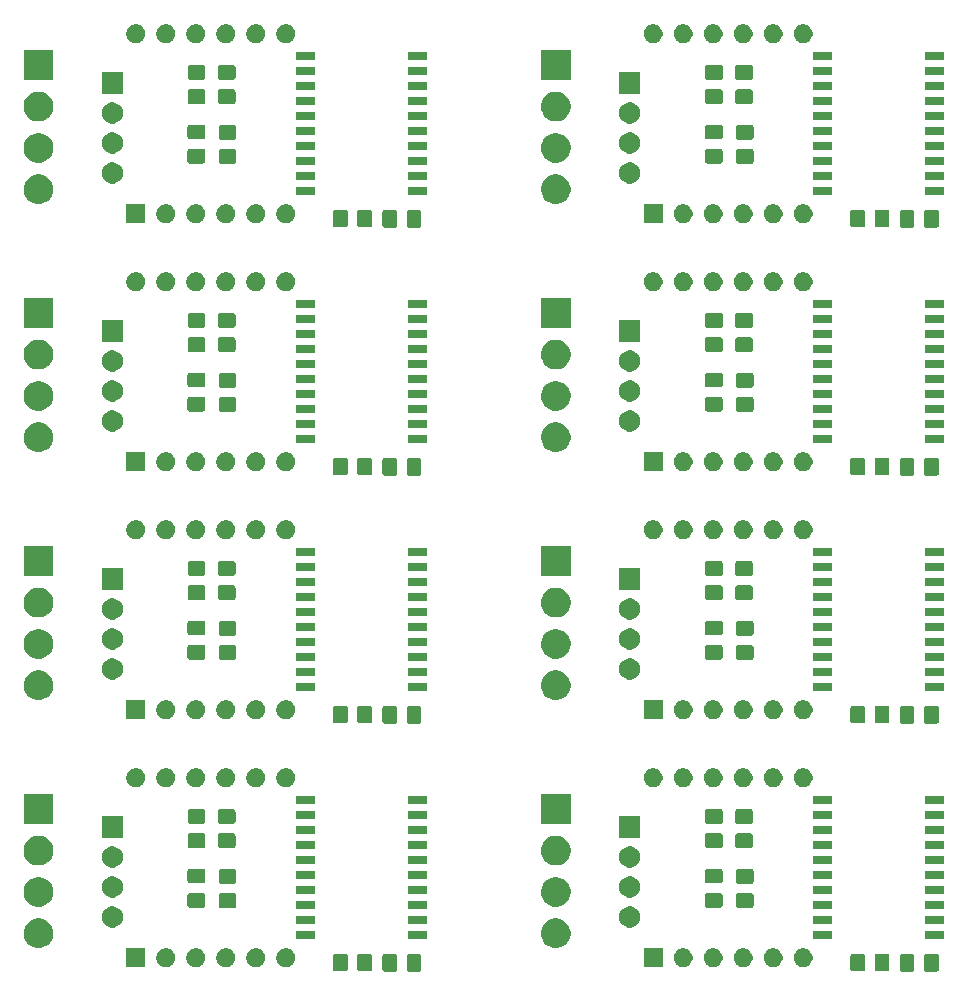
<source format=gbr>
G04 #@! TF.GenerationSoftware,KiCad,Pcbnew,5.1.5+dfsg1-2build2*
G04 #@! TF.CreationDate,2021-11-16T17:04:45-05:00*
G04 #@! TF.ProjectId,,58585858-5858-4585-9858-585858585858,rev?*
G04 #@! TF.SameCoordinates,Original*
G04 #@! TF.FileFunction,Soldermask,Bot*
G04 #@! TF.FilePolarity,Negative*
%FSLAX46Y46*%
G04 Gerber Fmt 4.6, Leading zero omitted, Abs format (unit mm)*
G04 Created by KiCad (PCBNEW 5.1.5+dfsg1-2build2) date 2021-11-16 17:04:45*
%MOMM*%
%LPD*%
G04 APERTURE LIST*
%ADD10C,0.100000*%
G04 APERTURE END LIST*
D10*
G36*
X174053974Y-126350365D02*
G01*
X174091667Y-126361799D01*
X174126403Y-126380366D01*
X174156848Y-126405352D01*
X174181834Y-126435797D01*
X174200401Y-126470533D01*
X174211835Y-126508226D01*
X174216300Y-126553561D01*
X174216300Y-127640239D01*
X174211835Y-127685574D01*
X174200401Y-127723267D01*
X174181834Y-127758003D01*
X174156848Y-127788448D01*
X174126403Y-127813434D01*
X174091667Y-127832001D01*
X174053974Y-127843435D01*
X174008639Y-127847900D01*
X173171961Y-127847900D01*
X173126626Y-127843435D01*
X173088933Y-127832001D01*
X173054197Y-127813434D01*
X173023752Y-127788448D01*
X172998766Y-127758003D01*
X172980199Y-127723267D01*
X172968765Y-127685574D01*
X172964300Y-127640239D01*
X172964300Y-126553561D01*
X172968765Y-126508226D01*
X172980199Y-126470533D01*
X172998766Y-126435797D01*
X173023752Y-126405352D01*
X173054197Y-126380366D01*
X173088933Y-126361799D01*
X173126626Y-126350365D01*
X173171961Y-126345900D01*
X174008639Y-126345900D01*
X174053974Y-126350365D01*
G37*
G36*
X130253974Y-126350365D02*
G01*
X130291667Y-126361799D01*
X130326403Y-126380366D01*
X130356848Y-126405352D01*
X130381834Y-126435797D01*
X130400401Y-126470533D01*
X130411835Y-126508226D01*
X130416300Y-126553561D01*
X130416300Y-127640239D01*
X130411835Y-127685574D01*
X130400401Y-127723267D01*
X130381834Y-127758003D01*
X130356848Y-127788448D01*
X130326403Y-127813434D01*
X130291667Y-127832001D01*
X130253974Y-127843435D01*
X130208639Y-127847900D01*
X129371961Y-127847900D01*
X129326626Y-127843435D01*
X129288933Y-127832001D01*
X129254197Y-127813434D01*
X129223752Y-127788448D01*
X129198766Y-127758003D01*
X129180199Y-127723267D01*
X129168765Y-127685574D01*
X129164300Y-127640239D01*
X129164300Y-126553561D01*
X129168765Y-126508226D01*
X129180199Y-126470533D01*
X129198766Y-126435797D01*
X129223752Y-126405352D01*
X129254197Y-126380366D01*
X129288933Y-126361799D01*
X129326626Y-126350365D01*
X129371961Y-126345900D01*
X130208639Y-126345900D01*
X130253974Y-126350365D01*
G37*
G36*
X128203974Y-126350365D02*
G01*
X128241667Y-126361799D01*
X128276403Y-126380366D01*
X128306848Y-126405352D01*
X128331834Y-126435797D01*
X128350401Y-126470533D01*
X128361835Y-126508226D01*
X128366300Y-126553561D01*
X128366300Y-127640239D01*
X128361835Y-127685574D01*
X128350401Y-127723267D01*
X128331834Y-127758003D01*
X128306848Y-127788448D01*
X128276403Y-127813434D01*
X128241667Y-127832001D01*
X128203974Y-127843435D01*
X128158639Y-127847900D01*
X127321961Y-127847900D01*
X127276626Y-127843435D01*
X127238933Y-127832001D01*
X127204197Y-127813434D01*
X127173752Y-127788448D01*
X127148766Y-127758003D01*
X127130199Y-127723267D01*
X127118765Y-127685574D01*
X127114300Y-127640239D01*
X127114300Y-126553561D01*
X127118765Y-126508226D01*
X127130199Y-126470533D01*
X127148766Y-126435797D01*
X127173752Y-126405352D01*
X127204197Y-126380366D01*
X127238933Y-126361799D01*
X127276626Y-126350365D01*
X127321961Y-126345900D01*
X128158639Y-126345900D01*
X128203974Y-126350365D01*
G37*
G36*
X172003974Y-126350365D02*
G01*
X172041667Y-126361799D01*
X172076403Y-126380366D01*
X172106848Y-126405352D01*
X172131834Y-126435797D01*
X172150401Y-126470533D01*
X172161835Y-126508226D01*
X172166300Y-126553561D01*
X172166300Y-127640239D01*
X172161835Y-127685574D01*
X172150401Y-127723267D01*
X172131834Y-127758003D01*
X172106848Y-127788448D01*
X172076403Y-127813434D01*
X172041667Y-127832001D01*
X172003974Y-127843435D01*
X171958639Y-127847900D01*
X171121961Y-127847900D01*
X171076626Y-127843435D01*
X171038933Y-127832001D01*
X171004197Y-127813434D01*
X170973752Y-127788448D01*
X170948766Y-127758003D01*
X170930199Y-127723267D01*
X170918765Y-127685574D01*
X170914300Y-127640239D01*
X170914300Y-126553561D01*
X170918765Y-126508226D01*
X170930199Y-126470533D01*
X170948766Y-126435797D01*
X170973752Y-126405352D01*
X171004197Y-126380366D01*
X171038933Y-126361799D01*
X171076626Y-126350365D01*
X171121961Y-126345900D01*
X171958639Y-126345900D01*
X172003974Y-126350365D01*
G37*
G36*
X126075674Y-126324965D02*
G01*
X126113367Y-126336399D01*
X126148103Y-126354966D01*
X126178548Y-126379952D01*
X126203534Y-126410397D01*
X126222101Y-126445133D01*
X126233535Y-126482826D01*
X126238000Y-126528161D01*
X126238000Y-127614839D01*
X126233535Y-127660174D01*
X126222101Y-127697867D01*
X126203534Y-127732603D01*
X126178548Y-127763048D01*
X126148103Y-127788034D01*
X126113367Y-127806601D01*
X126075674Y-127818035D01*
X126030339Y-127822500D01*
X125193661Y-127822500D01*
X125148326Y-127818035D01*
X125110633Y-127806601D01*
X125075897Y-127788034D01*
X125045452Y-127763048D01*
X125020466Y-127732603D01*
X125001899Y-127697867D01*
X124990465Y-127660174D01*
X124986000Y-127614839D01*
X124986000Y-126528161D01*
X124990465Y-126482826D01*
X125001899Y-126445133D01*
X125020466Y-126410397D01*
X125045452Y-126379952D01*
X125075897Y-126354966D01*
X125110633Y-126336399D01*
X125148326Y-126324965D01*
X125193661Y-126320500D01*
X126030339Y-126320500D01*
X126075674Y-126324965D01*
G37*
G36*
X169875674Y-126324965D02*
G01*
X169913367Y-126336399D01*
X169948103Y-126354966D01*
X169978548Y-126379952D01*
X170003534Y-126410397D01*
X170022101Y-126445133D01*
X170033535Y-126482826D01*
X170038000Y-126528161D01*
X170038000Y-127614839D01*
X170033535Y-127660174D01*
X170022101Y-127697867D01*
X170003534Y-127732603D01*
X169978548Y-127763048D01*
X169948103Y-127788034D01*
X169913367Y-127806601D01*
X169875674Y-127818035D01*
X169830339Y-127822500D01*
X168993661Y-127822500D01*
X168948326Y-127818035D01*
X168910633Y-127806601D01*
X168875897Y-127788034D01*
X168845452Y-127763048D01*
X168820466Y-127732603D01*
X168801899Y-127697867D01*
X168790465Y-127660174D01*
X168786000Y-127614839D01*
X168786000Y-126528161D01*
X168790465Y-126482826D01*
X168801899Y-126445133D01*
X168820466Y-126410397D01*
X168845452Y-126379952D01*
X168875897Y-126354966D01*
X168910633Y-126336399D01*
X168948326Y-126324965D01*
X168993661Y-126320500D01*
X169830339Y-126320500D01*
X169875674Y-126324965D01*
G37*
G36*
X167825674Y-126324965D02*
G01*
X167863367Y-126336399D01*
X167898103Y-126354966D01*
X167928548Y-126379952D01*
X167953534Y-126410397D01*
X167972101Y-126445133D01*
X167983535Y-126482826D01*
X167988000Y-126528161D01*
X167988000Y-127614839D01*
X167983535Y-127660174D01*
X167972101Y-127697867D01*
X167953534Y-127732603D01*
X167928548Y-127763048D01*
X167898103Y-127788034D01*
X167863367Y-127806601D01*
X167825674Y-127818035D01*
X167780339Y-127822500D01*
X166943661Y-127822500D01*
X166898326Y-127818035D01*
X166860633Y-127806601D01*
X166825897Y-127788034D01*
X166795452Y-127763048D01*
X166770466Y-127732603D01*
X166751899Y-127697867D01*
X166740465Y-127660174D01*
X166736000Y-127614839D01*
X166736000Y-126528161D01*
X166740465Y-126482826D01*
X166751899Y-126445133D01*
X166770466Y-126410397D01*
X166795452Y-126379952D01*
X166825897Y-126354966D01*
X166860633Y-126336399D01*
X166898326Y-126324965D01*
X166943661Y-126320500D01*
X167780339Y-126320500D01*
X167825674Y-126324965D01*
G37*
G36*
X124025674Y-126324965D02*
G01*
X124063367Y-126336399D01*
X124098103Y-126354966D01*
X124128548Y-126379952D01*
X124153534Y-126410397D01*
X124172101Y-126445133D01*
X124183535Y-126482826D01*
X124188000Y-126528161D01*
X124188000Y-127614839D01*
X124183535Y-127660174D01*
X124172101Y-127697867D01*
X124153534Y-127732603D01*
X124128548Y-127763048D01*
X124098103Y-127788034D01*
X124063367Y-127806601D01*
X124025674Y-127818035D01*
X123980339Y-127822500D01*
X123143661Y-127822500D01*
X123098326Y-127818035D01*
X123060633Y-127806601D01*
X123025897Y-127788034D01*
X122995452Y-127763048D01*
X122970466Y-127732603D01*
X122951899Y-127697867D01*
X122940465Y-127660174D01*
X122936000Y-127614839D01*
X122936000Y-126528161D01*
X122940465Y-126482826D01*
X122951899Y-126445133D01*
X122970466Y-126410397D01*
X122995452Y-126379952D01*
X123025897Y-126354966D01*
X123060633Y-126336399D01*
X123098326Y-126324965D01*
X123143661Y-126320500D01*
X123980339Y-126320500D01*
X124025674Y-126324965D01*
G37*
G36*
X157889142Y-125894881D02*
G01*
X158034914Y-125955262D01*
X158034916Y-125955263D01*
X158166108Y-126042922D01*
X158277678Y-126154492D01*
X158365337Y-126285684D01*
X158365338Y-126285686D01*
X158425719Y-126431458D01*
X158456500Y-126586207D01*
X158456500Y-126743993D01*
X158425719Y-126898742D01*
X158365338Y-127044514D01*
X158365337Y-127044516D01*
X158277678Y-127175708D01*
X158166108Y-127287278D01*
X158034916Y-127374937D01*
X158034915Y-127374938D01*
X158034914Y-127374938D01*
X157889142Y-127435319D01*
X157734393Y-127466100D01*
X157576607Y-127466100D01*
X157421858Y-127435319D01*
X157276086Y-127374938D01*
X157276085Y-127374938D01*
X157276084Y-127374937D01*
X157144892Y-127287278D01*
X157033322Y-127175708D01*
X156945663Y-127044516D01*
X156945662Y-127044514D01*
X156885281Y-126898742D01*
X156854500Y-126743993D01*
X156854500Y-126586207D01*
X156885281Y-126431458D01*
X156945662Y-126285686D01*
X156945663Y-126285684D01*
X157033322Y-126154492D01*
X157144892Y-126042922D01*
X157276084Y-125955263D01*
X157276086Y-125955262D01*
X157421858Y-125894881D01*
X157576607Y-125864100D01*
X157734393Y-125864100D01*
X157889142Y-125894881D01*
G37*
G36*
X160429142Y-125894881D02*
G01*
X160574914Y-125955262D01*
X160574916Y-125955263D01*
X160706108Y-126042922D01*
X160817678Y-126154492D01*
X160905337Y-126285684D01*
X160905338Y-126285686D01*
X160965719Y-126431458D01*
X160996500Y-126586207D01*
X160996500Y-126743993D01*
X160965719Y-126898742D01*
X160905338Y-127044514D01*
X160905337Y-127044516D01*
X160817678Y-127175708D01*
X160706108Y-127287278D01*
X160574916Y-127374937D01*
X160574915Y-127374938D01*
X160574914Y-127374938D01*
X160429142Y-127435319D01*
X160274393Y-127466100D01*
X160116607Y-127466100D01*
X159961858Y-127435319D01*
X159816086Y-127374938D01*
X159816085Y-127374938D01*
X159816084Y-127374937D01*
X159684892Y-127287278D01*
X159573322Y-127175708D01*
X159485663Y-127044516D01*
X159485662Y-127044514D01*
X159425281Y-126898742D01*
X159394500Y-126743993D01*
X159394500Y-126586207D01*
X159425281Y-126431458D01*
X159485662Y-126285686D01*
X159485663Y-126285684D01*
X159573322Y-126154492D01*
X159684892Y-126042922D01*
X159816084Y-125955263D01*
X159816086Y-125955262D01*
X159961858Y-125894881D01*
X160116607Y-125864100D01*
X160274393Y-125864100D01*
X160429142Y-125894881D01*
G37*
G36*
X107036500Y-127466100D02*
G01*
X105434500Y-127466100D01*
X105434500Y-125864100D01*
X107036500Y-125864100D01*
X107036500Y-127466100D01*
G37*
G36*
X109009142Y-125894881D02*
G01*
X109154914Y-125955262D01*
X109154916Y-125955263D01*
X109286108Y-126042922D01*
X109397678Y-126154492D01*
X109485337Y-126285684D01*
X109485338Y-126285686D01*
X109545719Y-126431458D01*
X109576500Y-126586207D01*
X109576500Y-126743993D01*
X109545719Y-126898742D01*
X109485338Y-127044514D01*
X109485337Y-127044516D01*
X109397678Y-127175708D01*
X109286108Y-127287278D01*
X109154916Y-127374937D01*
X109154915Y-127374938D01*
X109154914Y-127374938D01*
X109009142Y-127435319D01*
X108854393Y-127466100D01*
X108696607Y-127466100D01*
X108541858Y-127435319D01*
X108396086Y-127374938D01*
X108396085Y-127374938D01*
X108396084Y-127374937D01*
X108264892Y-127287278D01*
X108153322Y-127175708D01*
X108065663Y-127044516D01*
X108065662Y-127044514D01*
X108005281Y-126898742D01*
X107974500Y-126743993D01*
X107974500Y-126586207D01*
X108005281Y-126431458D01*
X108065662Y-126285686D01*
X108065663Y-126285684D01*
X108153322Y-126154492D01*
X108264892Y-126042922D01*
X108396084Y-125955263D01*
X108396086Y-125955262D01*
X108541858Y-125894881D01*
X108696607Y-125864100D01*
X108854393Y-125864100D01*
X109009142Y-125894881D01*
G37*
G36*
X114089142Y-125894881D02*
G01*
X114234914Y-125955262D01*
X114234916Y-125955263D01*
X114366108Y-126042922D01*
X114477678Y-126154492D01*
X114565337Y-126285684D01*
X114565338Y-126285686D01*
X114625719Y-126431458D01*
X114656500Y-126586207D01*
X114656500Y-126743993D01*
X114625719Y-126898742D01*
X114565338Y-127044514D01*
X114565337Y-127044516D01*
X114477678Y-127175708D01*
X114366108Y-127287278D01*
X114234916Y-127374937D01*
X114234915Y-127374938D01*
X114234914Y-127374938D01*
X114089142Y-127435319D01*
X113934393Y-127466100D01*
X113776607Y-127466100D01*
X113621858Y-127435319D01*
X113476086Y-127374938D01*
X113476085Y-127374938D01*
X113476084Y-127374937D01*
X113344892Y-127287278D01*
X113233322Y-127175708D01*
X113145663Y-127044516D01*
X113145662Y-127044514D01*
X113085281Y-126898742D01*
X113054500Y-126743993D01*
X113054500Y-126586207D01*
X113085281Y-126431458D01*
X113145662Y-126285686D01*
X113145663Y-126285684D01*
X113233322Y-126154492D01*
X113344892Y-126042922D01*
X113476084Y-125955263D01*
X113476086Y-125955262D01*
X113621858Y-125894881D01*
X113776607Y-125864100D01*
X113934393Y-125864100D01*
X114089142Y-125894881D01*
G37*
G36*
X155349142Y-125894881D02*
G01*
X155494914Y-125955262D01*
X155494916Y-125955263D01*
X155626108Y-126042922D01*
X155737678Y-126154492D01*
X155825337Y-126285684D01*
X155825338Y-126285686D01*
X155885719Y-126431458D01*
X155916500Y-126586207D01*
X155916500Y-126743993D01*
X155885719Y-126898742D01*
X155825338Y-127044514D01*
X155825337Y-127044516D01*
X155737678Y-127175708D01*
X155626108Y-127287278D01*
X155494916Y-127374937D01*
X155494915Y-127374938D01*
X155494914Y-127374938D01*
X155349142Y-127435319D01*
X155194393Y-127466100D01*
X155036607Y-127466100D01*
X154881858Y-127435319D01*
X154736086Y-127374938D01*
X154736085Y-127374938D01*
X154736084Y-127374937D01*
X154604892Y-127287278D01*
X154493322Y-127175708D01*
X154405663Y-127044516D01*
X154405662Y-127044514D01*
X154345281Y-126898742D01*
X154314500Y-126743993D01*
X154314500Y-126586207D01*
X154345281Y-126431458D01*
X154405662Y-126285686D01*
X154405663Y-126285684D01*
X154493322Y-126154492D01*
X154604892Y-126042922D01*
X154736084Y-125955263D01*
X154736086Y-125955262D01*
X154881858Y-125894881D01*
X155036607Y-125864100D01*
X155194393Y-125864100D01*
X155349142Y-125894881D01*
G37*
G36*
X162969142Y-125894881D02*
G01*
X163114914Y-125955262D01*
X163114916Y-125955263D01*
X163246108Y-126042922D01*
X163357678Y-126154492D01*
X163445337Y-126285684D01*
X163445338Y-126285686D01*
X163505719Y-126431458D01*
X163536500Y-126586207D01*
X163536500Y-126743993D01*
X163505719Y-126898742D01*
X163445338Y-127044514D01*
X163445337Y-127044516D01*
X163357678Y-127175708D01*
X163246108Y-127287278D01*
X163114916Y-127374937D01*
X163114915Y-127374938D01*
X163114914Y-127374938D01*
X162969142Y-127435319D01*
X162814393Y-127466100D01*
X162656607Y-127466100D01*
X162501858Y-127435319D01*
X162356086Y-127374938D01*
X162356085Y-127374938D01*
X162356084Y-127374937D01*
X162224892Y-127287278D01*
X162113322Y-127175708D01*
X162025663Y-127044516D01*
X162025662Y-127044514D01*
X161965281Y-126898742D01*
X161934500Y-126743993D01*
X161934500Y-126586207D01*
X161965281Y-126431458D01*
X162025662Y-126285686D01*
X162025663Y-126285684D01*
X162113322Y-126154492D01*
X162224892Y-126042922D01*
X162356084Y-125955263D01*
X162356086Y-125955262D01*
X162501858Y-125894881D01*
X162656607Y-125864100D01*
X162814393Y-125864100D01*
X162969142Y-125894881D01*
G37*
G36*
X152809142Y-125894881D02*
G01*
X152954914Y-125955262D01*
X152954916Y-125955263D01*
X153086108Y-126042922D01*
X153197678Y-126154492D01*
X153285337Y-126285684D01*
X153285338Y-126285686D01*
X153345719Y-126431458D01*
X153376500Y-126586207D01*
X153376500Y-126743993D01*
X153345719Y-126898742D01*
X153285338Y-127044514D01*
X153285337Y-127044516D01*
X153197678Y-127175708D01*
X153086108Y-127287278D01*
X152954916Y-127374937D01*
X152954915Y-127374938D01*
X152954914Y-127374938D01*
X152809142Y-127435319D01*
X152654393Y-127466100D01*
X152496607Y-127466100D01*
X152341858Y-127435319D01*
X152196086Y-127374938D01*
X152196085Y-127374938D01*
X152196084Y-127374937D01*
X152064892Y-127287278D01*
X151953322Y-127175708D01*
X151865663Y-127044516D01*
X151865662Y-127044514D01*
X151805281Y-126898742D01*
X151774500Y-126743993D01*
X151774500Y-126586207D01*
X151805281Y-126431458D01*
X151865662Y-126285686D01*
X151865663Y-126285684D01*
X151953322Y-126154492D01*
X152064892Y-126042922D01*
X152196084Y-125955263D01*
X152196086Y-125955262D01*
X152341858Y-125894881D01*
X152496607Y-125864100D01*
X152654393Y-125864100D01*
X152809142Y-125894881D01*
G37*
G36*
X150836500Y-127466100D02*
G01*
X149234500Y-127466100D01*
X149234500Y-125864100D01*
X150836500Y-125864100D01*
X150836500Y-127466100D01*
G37*
G36*
X119169142Y-125894881D02*
G01*
X119314914Y-125955262D01*
X119314916Y-125955263D01*
X119446108Y-126042922D01*
X119557678Y-126154492D01*
X119645337Y-126285684D01*
X119645338Y-126285686D01*
X119705719Y-126431458D01*
X119736500Y-126586207D01*
X119736500Y-126743993D01*
X119705719Y-126898742D01*
X119645338Y-127044514D01*
X119645337Y-127044516D01*
X119557678Y-127175708D01*
X119446108Y-127287278D01*
X119314916Y-127374937D01*
X119314915Y-127374938D01*
X119314914Y-127374938D01*
X119169142Y-127435319D01*
X119014393Y-127466100D01*
X118856607Y-127466100D01*
X118701858Y-127435319D01*
X118556086Y-127374938D01*
X118556085Y-127374938D01*
X118556084Y-127374937D01*
X118424892Y-127287278D01*
X118313322Y-127175708D01*
X118225663Y-127044516D01*
X118225662Y-127044514D01*
X118165281Y-126898742D01*
X118134500Y-126743993D01*
X118134500Y-126586207D01*
X118165281Y-126431458D01*
X118225662Y-126285686D01*
X118225663Y-126285684D01*
X118313322Y-126154492D01*
X118424892Y-126042922D01*
X118556084Y-125955263D01*
X118556086Y-125955262D01*
X118701858Y-125894881D01*
X118856607Y-125864100D01*
X119014393Y-125864100D01*
X119169142Y-125894881D01*
G37*
G36*
X116629142Y-125894881D02*
G01*
X116774914Y-125955262D01*
X116774916Y-125955263D01*
X116906108Y-126042922D01*
X117017678Y-126154492D01*
X117105337Y-126285684D01*
X117105338Y-126285686D01*
X117165719Y-126431458D01*
X117196500Y-126586207D01*
X117196500Y-126743993D01*
X117165719Y-126898742D01*
X117105338Y-127044514D01*
X117105337Y-127044516D01*
X117017678Y-127175708D01*
X116906108Y-127287278D01*
X116774916Y-127374937D01*
X116774915Y-127374938D01*
X116774914Y-127374938D01*
X116629142Y-127435319D01*
X116474393Y-127466100D01*
X116316607Y-127466100D01*
X116161858Y-127435319D01*
X116016086Y-127374938D01*
X116016085Y-127374938D01*
X116016084Y-127374937D01*
X115884892Y-127287278D01*
X115773322Y-127175708D01*
X115685663Y-127044516D01*
X115685662Y-127044514D01*
X115625281Y-126898742D01*
X115594500Y-126743993D01*
X115594500Y-126586207D01*
X115625281Y-126431458D01*
X115685662Y-126285686D01*
X115685663Y-126285684D01*
X115773322Y-126154492D01*
X115884892Y-126042922D01*
X116016084Y-125955263D01*
X116016086Y-125955262D01*
X116161858Y-125894881D01*
X116316607Y-125864100D01*
X116474393Y-125864100D01*
X116629142Y-125894881D01*
G37*
G36*
X111549142Y-125894881D02*
G01*
X111694914Y-125955262D01*
X111694916Y-125955263D01*
X111826108Y-126042922D01*
X111937678Y-126154492D01*
X112025337Y-126285684D01*
X112025338Y-126285686D01*
X112085719Y-126431458D01*
X112116500Y-126586207D01*
X112116500Y-126743993D01*
X112085719Y-126898742D01*
X112025338Y-127044514D01*
X112025337Y-127044516D01*
X111937678Y-127175708D01*
X111826108Y-127287278D01*
X111694916Y-127374937D01*
X111694915Y-127374938D01*
X111694914Y-127374938D01*
X111549142Y-127435319D01*
X111394393Y-127466100D01*
X111236607Y-127466100D01*
X111081858Y-127435319D01*
X110936086Y-127374938D01*
X110936085Y-127374938D01*
X110936084Y-127374937D01*
X110804892Y-127287278D01*
X110693322Y-127175708D01*
X110605663Y-127044516D01*
X110605662Y-127044514D01*
X110545281Y-126898742D01*
X110514500Y-126743993D01*
X110514500Y-126586207D01*
X110545281Y-126431458D01*
X110605662Y-126285686D01*
X110605663Y-126285684D01*
X110693322Y-126154492D01*
X110804892Y-126042922D01*
X110936084Y-125955263D01*
X110936086Y-125955262D01*
X111081858Y-125894881D01*
X111236607Y-125864100D01*
X111394393Y-125864100D01*
X111549142Y-125894881D01*
G37*
G36*
X98358103Y-123389175D02*
G01*
X98585771Y-123483478D01*
X98790666Y-123620385D01*
X98964915Y-123794634D01*
X99101822Y-123999529D01*
X99101823Y-123999531D01*
X99153545Y-124124400D01*
X99196125Y-124227197D01*
X99244200Y-124468887D01*
X99244200Y-124715313D01*
X99196125Y-124957003D01*
X99101822Y-125184671D01*
X98964915Y-125389566D01*
X98790666Y-125563815D01*
X98585771Y-125700722D01*
X98585770Y-125700723D01*
X98585769Y-125700723D01*
X98358103Y-125795025D01*
X98116414Y-125843100D01*
X97869986Y-125843100D01*
X97628297Y-125795025D01*
X97400631Y-125700723D01*
X97400630Y-125700723D01*
X97400629Y-125700722D01*
X97195734Y-125563815D01*
X97021485Y-125389566D01*
X96884578Y-125184671D01*
X96790275Y-124957003D01*
X96742200Y-124715313D01*
X96742200Y-124468887D01*
X96790275Y-124227197D01*
X96832855Y-124124400D01*
X96884577Y-123999531D01*
X96884578Y-123999529D01*
X97021485Y-123794634D01*
X97195734Y-123620385D01*
X97400629Y-123483478D01*
X97628297Y-123389175D01*
X97869986Y-123341100D01*
X98116414Y-123341100D01*
X98358103Y-123389175D01*
G37*
G36*
X142158103Y-123389175D02*
G01*
X142385771Y-123483478D01*
X142590666Y-123620385D01*
X142764915Y-123794634D01*
X142901822Y-123999529D01*
X142901823Y-123999531D01*
X142953545Y-124124400D01*
X142996125Y-124227197D01*
X143044200Y-124468887D01*
X143044200Y-124715313D01*
X142996125Y-124957003D01*
X142901822Y-125184671D01*
X142764915Y-125389566D01*
X142590666Y-125563815D01*
X142385771Y-125700722D01*
X142385770Y-125700723D01*
X142385769Y-125700723D01*
X142158103Y-125795025D01*
X141916414Y-125843100D01*
X141669986Y-125843100D01*
X141428297Y-125795025D01*
X141200631Y-125700723D01*
X141200630Y-125700723D01*
X141200629Y-125700722D01*
X140995734Y-125563815D01*
X140821485Y-125389566D01*
X140684578Y-125184671D01*
X140590275Y-124957003D01*
X140542200Y-124715313D01*
X140542200Y-124468887D01*
X140590275Y-124227197D01*
X140632855Y-124124400D01*
X140684577Y-123999531D01*
X140684578Y-123999529D01*
X140821485Y-123794634D01*
X140995734Y-123620385D01*
X141200629Y-123483478D01*
X141428297Y-123389175D01*
X141669986Y-123341100D01*
X141916414Y-123341100D01*
X142158103Y-123389175D01*
G37*
G36*
X165187300Y-125119500D02*
G01*
X163585300Y-125119500D01*
X163585300Y-124417500D01*
X165187300Y-124417500D01*
X165187300Y-125119500D01*
G37*
G36*
X174687300Y-125119500D02*
G01*
X173085300Y-125119500D01*
X173085300Y-124417500D01*
X174687300Y-124417500D01*
X174687300Y-125119500D01*
G37*
G36*
X130887300Y-125119500D02*
G01*
X129285300Y-125119500D01*
X129285300Y-124417500D01*
X130887300Y-124417500D01*
X130887300Y-125119500D01*
G37*
G36*
X121387300Y-125119500D02*
G01*
X119785300Y-125119500D01*
X119785300Y-124417500D01*
X121387300Y-124417500D01*
X121387300Y-125119500D01*
G37*
G36*
X148151422Y-122324067D02*
G01*
X148317112Y-122357024D01*
X148481084Y-122424944D01*
X148628654Y-122523547D01*
X148754153Y-122649046D01*
X148852756Y-122796616D01*
X148920676Y-122960588D01*
X148955300Y-123134659D01*
X148955300Y-123312141D01*
X148920676Y-123486212D01*
X148852756Y-123650184D01*
X148754153Y-123797754D01*
X148628654Y-123923253D01*
X148481084Y-124021856D01*
X148317112Y-124089776D01*
X148167812Y-124119473D01*
X148143042Y-124124400D01*
X147965558Y-124124400D01*
X147940788Y-124119473D01*
X147791488Y-124089776D01*
X147627516Y-124021856D01*
X147479946Y-123923253D01*
X147354447Y-123797754D01*
X147255844Y-123650184D01*
X147187924Y-123486212D01*
X147153300Y-123312141D01*
X147153300Y-123134659D01*
X147187924Y-122960588D01*
X147255844Y-122796616D01*
X147354447Y-122649046D01*
X147479946Y-122523547D01*
X147627516Y-122424944D01*
X147791488Y-122357024D01*
X147957178Y-122324067D01*
X147965558Y-122322400D01*
X148143042Y-122322400D01*
X148151422Y-122324067D01*
G37*
G36*
X104351422Y-122324067D02*
G01*
X104517112Y-122357024D01*
X104681084Y-122424944D01*
X104828654Y-122523547D01*
X104954153Y-122649046D01*
X105052756Y-122796616D01*
X105120676Y-122960588D01*
X105155300Y-123134659D01*
X105155300Y-123312141D01*
X105120676Y-123486212D01*
X105052756Y-123650184D01*
X104954153Y-123797754D01*
X104828654Y-123923253D01*
X104681084Y-124021856D01*
X104517112Y-124089776D01*
X104367812Y-124119473D01*
X104343042Y-124124400D01*
X104165558Y-124124400D01*
X104140788Y-124119473D01*
X103991488Y-124089776D01*
X103827516Y-124021856D01*
X103679946Y-123923253D01*
X103554447Y-123797754D01*
X103455844Y-123650184D01*
X103387924Y-123486212D01*
X103353300Y-123312141D01*
X103353300Y-123134659D01*
X103387924Y-122960588D01*
X103455844Y-122796616D01*
X103554447Y-122649046D01*
X103679946Y-122523547D01*
X103827516Y-122424944D01*
X103991488Y-122357024D01*
X104157178Y-122324067D01*
X104165558Y-122322400D01*
X104343042Y-122322400D01*
X104351422Y-122324067D01*
G37*
G36*
X121387300Y-123849500D02*
G01*
X119785300Y-123849500D01*
X119785300Y-123147500D01*
X121387300Y-123147500D01*
X121387300Y-123849500D01*
G37*
G36*
X174687300Y-123849500D02*
G01*
X173085300Y-123849500D01*
X173085300Y-123147500D01*
X174687300Y-123147500D01*
X174687300Y-123849500D01*
G37*
G36*
X165187300Y-123849500D02*
G01*
X163585300Y-123849500D01*
X163585300Y-123147500D01*
X165187300Y-123147500D01*
X165187300Y-123849500D01*
G37*
G36*
X130887300Y-123849500D02*
G01*
X129285300Y-123849500D01*
X129285300Y-123147500D01*
X130887300Y-123147500D01*
X130887300Y-123849500D01*
G37*
G36*
X165187300Y-122579500D02*
G01*
X163585300Y-122579500D01*
X163585300Y-121877500D01*
X165187300Y-121877500D01*
X165187300Y-122579500D01*
G37*
G36*
X130887300Y-122579500D02*
G01*
X129285300Y-122579500D01*
X129285300Y-121877500D01*
X130887300Y-121877500D01*
X130887300Y-122579500D01*
G37*
G36*
X121387300Y-122579500D02*
G01*
X119785300Y-122579500D01*
X119785300Y-121877500D01*
X121387300Y-121877500D01*
X121387300Y-122579500D01*
G37*
G36*
X174687300Y-122579500D02*
G01*
X173085300Y-122579500D01*
X173085300Y-121877500D01*
X174687300Y-121877500D01*
X174687300Y-122579500D01*
G37*
G36*
X158383874Y-121201165D02*
G01*
X158421567Y-121212599D01*
X158456303Y-121231166D01*
X158486748Y-121256152D01*
X158511734Y-121286597D01*
X158530301Y-121321333D01*
X158541735Y-121359026D01*
X158546200Y-121404361D01*
X158546200Y-122241039D01*
X158541735Y-122286374D01*
X158530301Y-122324067D01*
X158511734Y-122358803D01*
X158486748Y-122389248D01*
X158456303Y-122414234D01*
X158421567Y-122432801D01*
X158383874Y-122444235D01*
X158338539Y-122448700D01*
X157251861Y-122448700D01*
X157206526Y-122444235D01*
X157168833Y-122432801D01*
X157134097Y-122414234D01*
X157103652Y-122389248D01*
X157078666Y-122358803D01*
X157060099Y-122324067D01*
X157048665Y-122286374D01*
X157044200Y-122241039D01*
X157044200Y-121404361D01*
X157048665Y-121359026D01*
X157060099Y-121321333D01*
X157078666Y-121286597D01*
X157103652Y-121256152D01*
X157134097Y-121231166D01*
X157168833Y-121212599D01*
X157206526Y-121201165D01*
X157251861Y-121196700D01*
X158338539Y-121196700D01*
X158383874Y-121201165D01*
G37*
G36*
X114583874Y-121201165D02*
G01*
X114621567Y-121212599D01*
X114656303Y-121231166D01*
X114686748Y-121256152D01*
X114711734Y-121286597D01*
X114730301Y-121321333D01*
X114741735Y-121359026D01*
X114746200Y-121404361D01*
X114746200Y-122241039D01*
X114741735Y-122286374D01*
X114730301Y-122324067D01*
X114711734Y-122358803D01*
X114686748Y-122389248D01*
X114656303Y-122414234D01*
X114621567Y-122432801D01*
X114583874Y-122444235D01*
X114538539Y-122448700D01*
X113451861Y-122448700D01*
X113406526Y-122444235D01*
X113368833Y-122432801D01*
X113334097Y-122414234D01*
X113303652Y-122389248D01*
X113278666Y-122358803D01*
X113260099Y-122324067D01*
X113248665Y-122286374D01*
X113244200Y-122241039D01*
X113244200Y-121404361D01*
X113248665Y-121359026D01*
X113260099Y-121321333D01*
X113278666Y-121286597D01*
X113303652Y-121256152D01*
X113334097Y-121231166D01*
X113368833Y-121212599D01*
X113406526Y-121201165D01*
X113451861Y-121196700D01*
X114538539Y-121196700D01*
X114583874Y-121201165D01*
G37*
G36*
X155754974Y-121175765D02*
G01*
X155792667Y-121187199D01*
X155827403Y-121205766D01*
X155857848Y-121230752D01*
X155882834Y-121261197D01*
X155901401Y-121295933D01*
X155912835Y-121333626D01*
X155917300Y-121378961D01*
X155917300Y-122215639D01*
X155912835Y-122260974D01*
X155901401Y-122298667D01*
X155882834Y-122333403D01*
X155857848Y-122363848D01*
X155827403Y-122388834D01*
X155792667Y-122407401D01*
X155754974Y-122418835D01*
X155709639Y-122423300D01*
X154622961Y-122423300D01*
X154577626Y-122418835D01*
X154539933Y-122407401D01*
X154505197Y-122388834D01*
X154474752Y-122363848D01*
X154449766Y-122333403D01*
X154431199Y-122298667D01*
X154419765Y-122260974D01*
X154415300Y-122215639D01*
X154415300Y-121378961D01*
X154419765Y-121333626D01*
X154431199Y-121295933D01*
X154449766Y-121261197D01*
X154474752Y-121230752D01*
X154505197Y-121205766D01*
X154539933Y-121187199D01*
X154577626Y-121175765D01*
X154622961Y-121171300D01*
X155709639Y-121171300D01*
X155754974Y-121175765D01*
G37*
G36*
X111954974Y-121175765D02*
G01*
X111992667Y-121187199D01*
X112027403Y-121205766D01*
X112057848Y-121230752D01*
X112082834Y-121261197D01*
X112101401Y-121295933D01*
X112112835Y-121333626D01*
X112117300Y-121378961D01*
X112117300Y-122215639D01*
X112112835Y-122260974D01*
X112101401Y-122298667D01*
X112082834Y-122333403D01*
X112057848Y-122363848D01*
X112027403Y-122388834D01*
X111992667Y-122407401D01*
X111954974Y-122418835D01*
X111909639Y-122423300D01*
X110822961Y-122423300D01*
X110777626Y-122418835D01*
X110739933Y-122407401D01*
X110705197Y-122388834D01*
X110674752Y-122363848D01*
X110649766Y-122333403D01*
X110631199Y-122298667D01*
X110619765Y-122260974D01*
X110615300Y-122215639D01*
X110615300Y-121378961D01*
X110619765Y-121333626D01*
X110631199Y-121295933D01*
X110649766Y-121261197D01*
X110674752Y-121230752D01*
X110705197Y-121205766D01*
X110739933Y-121187199D01*
X110777626Y-121175765D01*
X110822961Y-121171300D01*
X111909639Y-121171300D01*
X111954974Y-121175765D01*
G37*
G36*
X142136832Y-119884944D02*
G01*
X142158103Y-119889175D01*
X142385771Y-119983478D01*
X142590666Y-120120385D01*
X142764915Y-120294634D01*
X142901822Y-120499529D01*
X142901823Y-120499531D01*
X142996125Y-120727197D01*
X143044200Y-120968886D01*
X143044200Y-121215314D01*
X143010795Y-121383252D01*
X142996125Y-121457003D01*
X142901822Y-121684671D01*
X142764915Y-121889566D01*
X142590666Y-122063815D01*
X142385771Y-122200722D01*
X142385770Y-122200723D01*
X142385769Y-122200723D01*
X142158103Y-122295025D01*
X141916414Y-122343100D01*
X141669986Y-122343100D01*
X141428297Y-122295025D01*
X141200631Y-122200723D01*
X141200630Y-122200723D01*
X141200629Y-122200722D01*
X140995734Y-122063815D01*
X140821485Y-121889566D01*
X140684578Y-121684671D01*
X140590275Y-121457003D01*
X140575605Y-121383252D01*
X140542200Y-121215314D01*
X140542200Y-120968886D01*
X140590275Y-120727197D01*
X140684577Y-120499531D01*
X140684578Y-120499529D01*
X140821485Y-120294634D01*
X140995734Y-120120385D01*
X141200629Y-119983478D01*
X141428297Y-119889175D01*
X141449568Y-119884944D01*
X141669986Y-119841100D01*
X141916414Y-119841100D01*
X142136832Y-119884944D01*
G37*
G36*
X98336832Y-119884944D02*
G01*
X98358103Y-119889175D01*
X98585771Y-119983478D01*
X98790666Y-120120385D01*
X98964915Y-120294634D01*
X99101822Y-120499529D01*
X99101823Y-120499531D01*
X99196125Y-120727197D01*
X99244200Y-120968886D01*
X99244200Y-121215314D01*
X99210795Y-121383252D01*
X99196125Y-121457003D01*
X99101822Y-121684671D01*
X98964915Y-121889566D01*
X98790666Y-122063815D01*
X98585771Y-122200722D01*
X98585770Y-122200723D01*
X98585769Y-122200723D01*
X98358103Y-122295025D01*
X98116414Y-122343100D01*
X97869986Y-122343100D01*
X97628297Y-122295025D01*
X97400631Y-122200723D01*
X97400630Y-122200723D01*
X97400629Y-122200722D01*
X97195734Y-122063815D01*
X97021485Y-121889566D01*
X96884578Y-121684671D01*
X96790275Y-121457003D01*
X96775605Y-121383252D01*
X96742200Y-121215314D01*
X96742200Y-120968886D01*
X96790275Y-120727197D01*
X96884577Y-120499531D01*
X96884578Y-120499529D01*
X97021485Y-120294634D01*
X97195734Y-120120385D01*
X97400629Y-119983478D01*
X97628297Y-119889175D01*
X97649568Y-119884944D01*
X97869986Y-119841100D01*
X98116414Y-119841100D01*
X98336832Y-119884944D01*
G37*
G36*
X148167812Y-119787327D02*
G01*
X148317112Y-119817024D01*
X148481084Y-119884944D01*
X148628654Y-119983547D01*
X148754153Y-120109046D01*
X148852756Y-120256616D01*
X148920676Y-120420588D01*
X148955300Y-120594659D01*
X148955300Y-120772141D01*
X148920676Y-120946212D01*
X148852756Y-121110184D01*
X148754153Y-121257754D01*
X148628654Y-121383253D01*
X148481084Y-121481856D01*
X148317112Y-121549776D01*
X148167812Y-121579473D01*
X148143042Y-121584400D01*
X147965558Y-121584400D01*
X147940788Y-121579473D01*
X147791488Y-121549776D01*
X147627516Y-121481856D01*
X147479946Y-121383253D01*
X147354447Y-121257754D01*
X147255844Y-121110184D01*
X147187924Y-120946212D01*
X147153300Y-120772141D01*
X147153300Y-120594659D01*
X147187924Y-120420588D01*
X147255844Y-120256616D01*
X147354447Y-120109046D01*
X147479946Y-119983547D01*
X147627516Y-119884944D01*
X147791488Y-119817024D01*
X147940788Y-119787327D01*
X147965558Y-119782400D01*
X148143042Y-119782400D01*
X148167812Y-119787327D01*
G37*
G36*
X104367812Y-119787327D02*
G01*
X104517112Y-119817024D01*
X104681084Y-119884944D01*
X104828654Y-119983547D01*
X104954153Y-120109046D01*
X105052756Y-120256616D01*
X105120676Y-120420588D01*
X105155300Y-120594659D01*
X105155300Y-120772141D01*
X105120676Y-120946212D01*
X105052756Y-121110184D01*
X104954153Y-121257754D01*
X104828654Y-121383253D01*
X104681084Y-121481856D01*
X104517112Y-121549776D01*
X104367812Y-121579473D01*
X104343042Y-121584400D01*
X104165558Y-121584400D01*
X104140788Y-121579473D01*
X103991488Y-121549776D01*
X103827516Y-121481856D01*
X103679946Y-121383253D01*
X103554447Y-121257754D01*
X103455844Y-121110184D01*
X103387924Y-120946212D01*
X103353300Y-120772141D01*
X103353300Y-120594659D01*
X103387924Y-120420588D01*
X103455844Y-120256616D01*
X103554447Y-120109046D01*
X103679946Y-119983547D01*
X103827516Y-119884944D01*
X103991488Y-119817024D01*
X104140788Y-119787327D01*
X104165558Y-119782400D01*
X104343042Y-119782400D01*
X104367812Y-119787327D01*
G37*
G36*
X130887300Y-121309500D02*
G01*
X129285300Y-121309500D01*
X129285300Y-120607500D01*
X130887300Y-120607500D01*
X130887300Y-121309500D01*
G37*
G36*
X121387300Y-121309500D02*
G01*
X119785300Y-121309500D01*
X119785300Y-120607500D01*
X121387300Y-120607500D01*
X121387300Y-121309500D01*
G37*
G36*
X165187300Y-121309500D02*
G01*
X163585300Y-121309500D01*
X163585300Y-120607500D01*
X165187300Y-120607500D01*
X165187300Y-121309500D01*
G37*
G36*
X174687300Y-121309500D02*
G01*
X173085300Y-121309500D01*
X173085300Y-120607500D01*
X174687300Y-120607500D01*
X174687300Y-121309500D01*
G37*
G36*
X158383874Y-119151165D02*
G01*
X158421567Y-119162599D01*
X158456303Y-119181166D01*
X158486748Y-119206152D01*
X158511734Y-119236597D01*
X158530301Y-119271333D01*
X158541735Y-119309026D01*
X158546200Y-119354361D01*
X158546200Y-120191039D01*
X158541735Y-120236374D01*
X158530301Y-120274067D01*
X158511734Y-120308803D01*
X158486748Y-120339248D01*
X158456303Y-120364234D01*
X158421567Y-120382801D01*
X158383874Y-120394235D01*
X158338539Y-120398700D01*
X157251861Y-120398700D01*
X157206526Y-120394235D01*
X157168833Y-120382801D01*
X157134097Y-120364234D01*
X157103652Y-120339248D01*
X157078666Y-120308803D01*
X157060099Y-120274067D01*
X157048665Y-120236374D01*
X157044200Y-120191039D01*
X157044200Y-119354361D01*
X157048665Y-119309026D01*
X157060099Y-119271333D01*
X157078666Y-119236597D01*
X157103652Y-119206152D01*
X157134097Y-119181166D01*
X157168833Y-119162599D01*
X157206526Y-119151165D01*
X157251861Y-119146700D01*
X158338539Y-119146700D01*
X158383874Y-119151165D01*
G37*
G36*
X114583874Y-119151165D02*
G01*
X114621567Y-119162599D01*
X114656303Y-119181166D01*
X114686748Y-119206152D01*
X114711734Y-119236597D01*
X114730301Y-119271333D01*
X114741735Y-119309026D01*
X114746200Y-119354361D01*
X114746200Y-120191039D01*
X114741735Y-120236374D01*
X114730301Y-120274067D01*
X114711734Y-120308803D01*
X114686748Y-120339248D01*
X114656303Y-120364234D01*
X114621567Y-120382801D01*
X114583874Y-120394235D01*
X114538539Y-120398700D01*
X113451861Y-120398700D01*
X113406526Y-120394235D01*
X113368833Y-120382801D01*
X113334097Y-120364234D01*
X113303652Y-120339248D01*
X113278666Y-120308803D01*
X113260099Y-120274067D01*
X113248665Y-120236374D01*
X113244200Y-120191039D01*
X113244200Y-119354361D01*
X113248665Y-119309026D01*
X113260099Y-119271333D01*
X113278666Y-119236597D01*
X113303652Y-119206152D01*
X113334097Y-119181166D01*
X113368833Y-119162599D01*
X113406526Y-119151165D01*
X113451861Y-119146700D01*
X114538539Y-119146700D01*
X114583874Y-119151165D01*
G37*
G36*
X155754974Y-119125765D02*
G01*
X155792667Y-119137199D01*
X155827403Y-119155766D01*
X155857848Y-119180752D01*
X155882834Y-119211197D01*
X155901401Y-119245933D01*
X155912835Y-119283626D01*
X155917300Y-119328961D01*
X155917300Y-120165639D01*
X155912835Y-120210974D01*
X155901401Y-120248667D01*
X155882834Y-120283403D01*
X155857848Y-120313848D01*
X155827403Y-120338834D01*
X155792667Y-120357401D01*
X155754974Y-120368835D01*
X155709639Y-120373300D01*
X154622961Y-120373300D01*
X154577626Y-120368835D01*
X154539933Y-120357401D01*
X154505197Y-120338834D01*
X154474752Y-120313848D01*
X154449766Y-120283403D01*
X154431199Y-120248667D01*
X154419765Y-120210974D01*
X154415300Y-120165639D01*
X154415300Y-119328961D01*
X154419765Y-119283626D01*
X154431199Y-119245933D01*
X154449766Y-119211197D01*
X154474752Y-119180752D01*
X154505197Y-119155766D01*
X154539933Y-119137199D01*
X154577626Y-119125765D01*
X154622961Y-119121300D01*
X155709639Y-119121300D01*
X155754974Y-119125765D01*
G37*
G36*
X111954974Y-119125765D02*
G01*
X111992667Y-119137199D01*
X112027403Y-119155766D01*
X112057848Y-119180752D01*
X112082834Y-119211197D01*
X112101401Y-119245933D01*
X112112835Y-119283626D01*
X112117300Y-119328961D01*
X112117300Y-120165639D01*
X112112835Y-120210974D01*
X112101401Y-120248667D01*
X112082834Y-120283403D01*
X112057848Y-120313848D01*
X112027403Y-120338834D01*
X111992667Y-120357401D01*
X111954974Y-120368835D01*
X111909639Y-120373300D01*
X110822961Y-120373300D01*
X110777626Y-120368835D01*
X110739933Y-120357401D01*
X110705197Y-120338834D01*
X110674752Y-120313848D01*
X110649766Y-120283403D01*
X110631199Y-120248667D01*
X110619765Y-120210974D01*
X110615300Y-120165639D01*
X110615300Y-119328961D01*
X110619765Y-119283626D01*
X110631199Y-119245933D01*
X110649766Y-119211197D01*
X110674752Y-119180752D01*
X110705197Y-119155766D01*
X110739933Y-119137199D01*
X110777626Y-119125765D01*
X110822961Y-119121300D01*
X111909639Y-119121300D01*
X111954974Y-119125765D01*
G37*
G36*
X121387300Y-120039500D02*
G01*
X119785300Y-120039500D01*
X119785300Y-119337500D01*
X121387300Y-119337500D01*
X121387300Y-120039500D01*
G37*
G36*
X130887300Y-120039500D02*
G01*
X129285300Y-120039500D01*
X129285300Y-119337500D01*
X130887300Y-119337500D01*
X130887300Y-120039500D01*
G37*
G36*
X165187300Y-120039500D02*
G01*
X163585300Y-120039500D01*
X163585300Y-119337500D01*
X165187300Y-119337500D01*
X165187300Y-120039500D01*
G37*
G36*
X174687300Y-120039500D02*
G01*
X173085300Y-120039500D01*
X173085300Y-119337500D01*
X174687300Y-119337500D01*
X174687300Y-120039500D01*
G37*
G36*
X104367812Y-117247327D02*
G01*
X104517112Y-117277024D01*
X104681084Y-117344944D01*
X104828654Y-117443547D01*
X104954153Y-117569046D01*
X105052756Y-117716616D01*
X105120676Y-117880588D01*
X105155300Y-118054659D01*
X105155300Y-118232141D01*
X105120676Y-118406212D01*
X105052756Y-118570184D01*
X104954153Y-118717754D01*
X104828654Y-118843253D01*
X104681084Y-118941856D01*
X104517112Y-119009776D01*
X104367812Y-119039473D01*
X104343042Y-119044400D01*
X104165558Y-119044400D01*
X104140788Y-119039473D01*
X103991488Y-119009776D01*
X103827516Y-118941856D01*
X103679946Y-118843253D01*
X103554447Y-118717754D01*
X103455844Y-118570184D01*
X103387924Y-118406212D01*
X103353300Y-118232141D01*
X103353300Y-118054659D01*
X103387924Y-117880588D01*
X103455844Y-117716616D01*
X103554447Y-117569046D01*
X103679946Y-117443547D01*
X103827516Y-117344944D01*
X103991488Y-117277024D01*
X104140788Y-117247327D01*
X104165558Y-117242400D01*
X104343042Y-117242400D01*
X104367812Y-117247327D01*
G37*
G36*
X148167812Y-117247327D02*
G01*
X148317112Y-117277024D01*
X148481084Y-117344944D01*
X148628654Y-117443547D01*
X148754153Y-117569046D01*
X148852756Y-117716616D01*
X148920676Y-117880588D01*
X148955300Y-118054659D01*
X148955300Y-118232141D01*
X148920676Y-118406212D01*
X148852756Y-118570184D01*
X148754153Y-118717754D01*
X148628654Y-118843253D01*
X148481084Y-118941856D01*
X148317112Y-119009776D01*
X148167812Y-119039473D01*
X148143042Y-119044400D01*
X147965558Y-119044400D01*
X147940788Y-119039473D01*
X147791488Y-119009776D01*
X147627516Y-118941856D01*
X147479946Y-118843253D01*
X147354447Y-118717754D01*
X147255844Y-118570184D01*
X147187924Y-118406212D01*
X147153300Y-118232141D01*
X147153300Y-118054659D01*
X147187924Y-117880588D01*
X147255844Y-117716616D01*
X147354447Y-117569046D01*
X147479946Y-117443547D01*
X147627516Y-117344944D01*
X147791488Y-117277024D01*
X147940788Y-117247327D01*
X147965558Y-117242400D01*
X148143042Y-117242400D01*
X148167812Y-117247327D01*
G37*
G36*
X98358103Y-116389175D02*
G01*
X98388035Y-116401573D01*
X98585771Y-116483478D01*
X98790666Y-116620385D01*
X98964915Y-116794634D01*
X98964916Y-116794636D01*
X99101823Y-116999531D01*
X99196125Y-117227197D01*
X99244200Y-117468886D01*
X99244200Y-117715314D01*
X99211325Y-117880588D01*
X99196125Y-117957003D01*
X99101822Y-118184671D01*
X98964915Y-118389566D01*
X98790666Y-118563815D01*
X98585771Y-118700722D01*
X98585770Y-118700723D01*
X98585769Y-118700723D01*
X98358103Y-118795025D01*
X98116414Y-118843100D01*
X97869986Y-118843100D01*
X97628297Y-118795025D01*
X97400631Y-118700723D01*
X97400630Y-118700723D01*
X97400629Y-118700722D01*
X97195734Y-118563815D01*
X97021485Y-118389566D01*
X96884578Y-118184671D01*
X96790275Y-117957003D01*
X96775075Y-117880588D01*
X96742200Y-117715314D01*
X96742200Y-117468886D01*
X96790275Y-117227197D01*
X96884577Y-116999531D01*
X97021484Y-116794636D01*
X97021485Y-116794634D01*
X97195734Y-116620385D01*
X97400629Y-116483478D01*
X97598366Y-116401573D01*
X97628297Y-116389175D01*
X97869986Y-116341100D01*
X98116414Y-116341100D01*
X98358103Y-116389175D01*
G37*
G36*
X142158103Y-116389175D02*
G01*
X142188035Y-116401573D01*
X142385771Y-116483478D01*
X142590666Y-116620385D01*
X142764915Y-116794634D01*
X142764916Y-116794636D01*
X142901823Y-116999531D01*
X142996125Y-117227197D01*
X143044200Y-117468886D01*
X143044200Y-117715314D01*
X143011325Y-117880588D01*
X142996125Y-117957003D01*
X142901822Y-118184671D01*
X142764915Y-118389566D01*
X142590666Y-118563815D01*
X142385771Y-118700722D01*
X142385770Y-118700723D01*
X142385769Y-118700723D01*
X142158103Y-118795025D01*
X141916414Y-118843100D01*
X141669986Y-118843100D01*
X141428297Y-118795025D01*
X141200631Y-118700723D01*
X141200630Y-118700723D01*
X141200629Y-118700722D01*
X140995734Y-118563815D01*
X140821485Y-118389566D01*
X140684578Y-118184671D01*
X140590275Y-117957003D01*
X140575075Y-117880588D01*
X140542200Y-117715314D01*
X140542200Y-117468886D01*
X140590275Y-117227197D01*
X140684577Y-116999531D01*
X140821484Y-116794636D01*
X140821485Y-116794634D01*
X140995734Y-116620385D01*
X141200629Y-116483478D01*
X141398366Y-116401573D01*
X141428297Y-116389175D01*
X141669986Y-116341100D01*
X141916414Y-116341100D01*
X142158103Y-116389175D01*
G37*
G36*
X165187300Y-118769500D02*
G01*
X163585300Y-118769500D01*
X163585300Y-118067500D01*
X165187300Y-118067500D01*
X165187300Y-118769500D01*
G37*
G36*
X121387300Y-118769500D02*
G01*
X119785300Y-118769500D01*
X119785300Y-118067500D01*
X121387300Y-118067500D01*
X121387300Y-118769500D01*
G37*
G36*
X174687300Y-118769500D02*
G01*
X173085300Y-118769500D01*
X173085300Y-118067500D01*
X174687300Y-118067500D01*
X174687300Y-118769500D01*
G37*
G36*
X130887300Y-118769500D02*
G01*
X129285300Y-118769500D01*
X129285300Y-118067500D01*
X130887300Y-118067500D01*
X130887300Y-118769500D01*
G37*
G36*
X165187300Y-117499500D02*
G01*
X163585300Y-117499500D01*
X163585300Y-116797500D01*
X165187300Y-116797500D01*
X165187300Y-117499500D01*
G37*
G36*
X130887300Y-117499500D02*
G01*
X129285300Y-117499500D01*
X129285300Y-116797500D01*
X130887300Y-116797500D01*
X130887300Y-117499500D01*
G37*
G36*
X174687300Y-117499500D02*
G01*
X173085300Y-117499500D01*
X173085300Y-116797500D01*
X174687300Y-116797500D01*
X174687300Y-117499500D01*
G37*
G36*
X121387300Y-117499500D02*
G01*
X119785300Y-117499500D01*
X119785300Y-116797500D01*
X121387300Y-116797500D01*
X121387300Y-117499500D01*
G37*
G36*
X111967674Y-116133865D02*
G01*
X112005367Y-116145299D01*
X112040103Y-116163866D01*
X112070548Y-116188852D01*
X112095534Y-116219297D01*
X112114101Y-116254033D01*
X112125535Y-116291726D01*
X112130000Y-116337061D01*
X112130000Y-117173739D01*
X112125535Y-117219074D01*
X112114101Y-117256767D01*
X112095534Y-117291503D01*
X112070548Y-117321948D01*
X112040103Y-117346934D01*
X112005367Y-117365501D01*
X111967674Y-117376935D01*
X111922339Y-117381400D01*
X110835661Y-117381400D01*
X110790326Y-117376935D01*
X110752633Y-117365501D01*
X110717897Y-117346934D01*
X110687452Y-117321948D01*
X110662466Y-117291503D01*
X110643899Y-117256767D01*
X110632465Y-117219074D01*
X110628000Y-117173739D01*
X110628000Y-116337061D01*
X110632465Y-116291726D01*
X110643899Y-116254033D01*
X110662466Y-116219297D01*
X110687452Y-116188852D01*
X110717897Y-116163866D01*
X110752633Y-116145299D01*
X110790326Y-116133865D01*
X110835661Y-116129400D01*
X111922339Y-116129400D01*
X111967674Y-116133865D01*
G37*
G36*
X114520374Y-116133865D02*
G01*
X114558067Y-116145299D01*
X114592803Y-116163866D01*
X114623248Y-116188852D01*
X114648234Y-116219297D01*
X114666801Y-116254033D01*
X114678235Y-116291726D01*
X114682700Y-116337061D01*
X114682700Y-117173739D01*
X114678235Y-117219074D01*
X114666801Y-117256767D01*
X114648234Y-117291503D01*
X114623248Y-117321948D01*
X114592803Y-117346934D01*
X114558067Y-117365501D01*
X114520374Y-117376935D01*
X114475039Y-117381400D01*
X113388361Y-117381400D01*
X113343026Y-117376935D01*
X113305333Y-117365501D01*
X113270597Y-117346934D01*
X113240152Y-117321948D01*
X113215166Y-117291503D01*
X113196599Y-117256767D01*
X113185165Y-117219074D01*
X113180700Y-117173739D01*
X113180700Y-116337061D01*
X113185165Y-116291726D01*
X113196599Y-116254033D01*
X113215166Y-116219297D01*
X113240152Y-116188852D01*
X113270597Y-116163866D01*
X113305333Y-116145299D01*
X113343026Y-116133865D01*
X113388361Y-116129400D01*
X114475039Y-116129400D01*
X114520374Y-116133865D01*
G37*
G36*
X158320374Y-116133865D02*
G01*
X158358067Y-116145299D01*
X158392803Y-116163866D01*
X158423248Y-116188852D01*
X158448234Y-116219297D01*
X158466801Y-116254033D01*
X158478235Y-116291726D01*
X158482700Y-116337061D01*
X158482700Y-117173739D01*
X158478235Y-117219074D01*
X158466801Y-117256767D01*
X158448234Y-117291503D01*
X158423248Y-117321948D01*
X158392803Y-117346934D01*
X158358067Y-117365501D01*
X158320374Y-117376935D01*
X158275039Y-117381400D01*
X157188361Y-117381400D01*
X157143026Y-117376935D01*
X157105333Y-117365501D01*
X157070597Y-117346934D01*
X157040152Y-117321948D01*
X157015166Y-117291503D01*
X156996599Y-117256767D01*
X156985165Y-117219074D01*
X156980700Y-117173739D01*
X156980700Y-116337061D01*
X156985165Y-116291726D01*
X156996599Y-116254033D01*
X157015166Y-116219297D01*
X157040152Y-116188852D01*
X157070597Y-116163866D01*
X157105333Y-116145299D01*
X157143026Y-116133865D01*
X157188361Y-116129400D01*
X158275039Y-116129400D01*
X158320374Y-116133865D01*
G37*
G36*
X155767674Y-116133865D02*
G01*
X155805367Y-116145299D01*
X155840103Y-116163866D01*
X155870548Y-116188852D01*
X155895534Y-116219297D01*
X155914101Y-116254033D01*
X155925535Y-116291726D01*
X155930000Y-116337061D01*
X155930000Y-117173739D01*
X155925535Y-117219074D01*
X155914101Y-117256767D01*
X155895534Y-117291503D01*
X155870548Y-117321948D01*
X155840103Y-117346934D01*
X155805367Y-117365501D01*
X155767674Y-117376935D01*
X155722339Y-117381400D01*
X154635661Y-117381400D01*
X154590326Y-117376935D01*
X154552633Y-117365501D01*
X154517897Y-117346934D01*
X154487452Y-117321948D01*
X154462466Y-117291503D01*
X154443899Y-117256767D01*
X154432465Y-117219074D01*
X154428000Y-117173739D01*
X154428000Y-116337061D01*
X154432465Y-116291726D01*
X154443899Y-116254033D01*
X154462466Y-116219297D01*
X154487452Y-116188852D01*
X154517897Y-116163866D01*
X154552633Y-116145299D01*
X154590326Y-116133865D01*
X154635661Y-116129400D01*
X155722339Y-116129400D01*
X155767674Y-116133865D01*
G37*
G36*
X105155300Y-116504400D02*
G01*
X103353300Y-116504400D01*
X103353300Y-114702400D01*
X105155300Y-114702400D01*
X105155300Y-116504400D01*
G37*
G36*
X148955300Y-116504400D02*
G01*
X147153300Y-116504400D01*
X147153300Y-114702400D01*
X148955300Y-114702400D01*
X148955300Y-116504400D01*
G37*
G36*
X165187300Y-116229500D02*
G01*
X163585300Y-116229500D01*
X163585300Y-115527500D01*
X165187300Y-115527500D01*
X165187300Y-116229500D01*
G37*
G36*
X130887300Y-116229500D02*
G01*
X129285300Y-116229500D01*
X129285300Y-115527500D01*
X130887300Y-115527500D01*
X130887300Y-116229500D01*
G37*
G36*
X121387300Y-116229500D02*
G01*
X119785300Y-116229500D01*
X119785300Y-115527500D01*
X121387300Y-115527500D01*
X121387300Y-116229500D01*
G37*
G36*
X174687300Y-116229500D02*
G01*
X173085300Y-116229500D01*
X173085300Y-115527500D01*
X174687300Y-115527500D01*
X174687300Y-116229500D01*
G37*
G36*
X99244200Y-115343100D02*
G01*
X96742200Y-115343100D01*
X96742200Y-112841100D01*
X99244200Y-112841100D01*
X99244200Y-115343100D01*
G37*
G36*
X143044200Y-115343100D02*
G01*
X140542200Y-115343100D01*
X140542200Y-112841100D01*
X143044200Y-112841100D01*
X143044200Y-115343100D01*
G37*
G36*
X111967674Y-114083865D02*
G01*
X112005367Y-114095299D01*
X112040103Y-114113866D01*
X112070548Y-114138852D01*
X112095534Y-114169297D01*
X112114101Y-114204033D01*
X112125535Y-114241726D01*
X112130000Y-114287061D01*
X112130000Y-115123739D01*
X112125535Y-115169074D01*
X112114101Y-115206767D01*
X112095534Y-115241503D01*
X112070548Y-115271948D01*
X112040103Y-115296934D01*
X112005367Y-115315501D01*
X111967674Y-115326935D01*
X111922339Y-115331400D01*
X110835661Y-115331400D01*
X110790326Y-115326935D01*
X110752633Y-115315501D01*
X110717897Y-115296934D01*
X110687452Y-115271948D01*
X110662466Y-115241503D01*
X110643899Y-115206767D01*
X110632465Y-115169074D01*
X110628000Y-115123739D01*
X110628000Y-114287061D01*
X110632465Y-114241726D01*
X110643899Y-114204033D01*
X110662466Y-114169297D01*
X110687452Y-114138852D01*
X110717897Y-114113866D01*
X110752633Y-114095299D01*
X110790326Y-114083865D01*
X110835661Y-114079400D01*
X111922339Y-114079400D01*
X111967674Y-114083865D01*
G37*
G36*
X155767674Y-114083865D02*
G01*
X155805367Y-114095299D01*
X155840103Y-114113866D01*
X155870548Y-114138852D01*
X155895534Y-114169297D01*
X155914101Y-114204033D01*
X155925535Y-114241726D01*
X155930000Y-114287061D01*
X155930000Y-115123739D01*
X155925535Y-115169074D01*
X155914101Y-115206767D01*
X155895534Y-115241503D01*
X155870548Y-115271948D01*
X155840103Y-115296934D01*
X155805367Y-115315501D01*
X155767674Y-115326935D01*
X155722339Y-115331400D01*
X154635661Y-115331400D01*
X154590326Y-115326935D01*
X154552633Y-115315501D01*
X154517897Y-115296934D01*
X154487452Y-115271948D01*
X154462466Y-115241503D01*
X154443899Y-115206767D01*
X154432465Y-115169074D01*
X154428000Y-115123739D01*
X154428000Y-114287061D01*
X154432465Y-114241726D01*
X154443899Y-114204033D01*
X154462466Y-114169297D01*
X154487452Y-114138852D01*
X154517897Y-114113866D01*
X154552633Y-114095299D01*
X154590326Y-114083865D01*
X154635661Y-114079400D01*
X155722339Y-114079400D01*
X155767674Y-114083865D01*
G37*
G36*
X158320374Y-114083865D02*
G01*
X158358067Y-114095299D01*
X158392803Y-114113866D01*
X158423248Y-114138852D01*
X158448234Y-114169297D01*
X158466801Y-114204033D01*
X158478235Y-114241726D01*
X158482700Y-114287061D01*
X158482700Y-115123739D01*
X158478235Y-115169074D01*
X158466801Y-115206767D01*
X158448234Y-115241503D01*
X158423248Y-115271948D01*
X158392803Y-115296934D01*
X158358067Y-115315501D01*
X158320374Y-115326935D01*
X158275039Y-115331400D01*
X157188361Y-115331400D01*
X157143026Y-115326935D01*
X157105333Y-115315501D01*
X157070597Y-115296934D01*
X157040152Y-115271948D01*
X157015166Y-115241503D01*
X156996599Y-115206767D01*
X156985165Y-115169074D01*
X156980700Y-115123739D01*
X156980700Y-114287061D01*
X156985165Y-114241726D01*
X156996599Y-114204033D01*
X157015166Y-114169297D01*
X157040152Y-114138852D01*
X157070597Y-114113866D01*
X157105333Y-114095299D01*
X157143026Y-114083865D01*
X157188361Y-114079400D01*
X158275039Y-114079400D01*
X158320374Y-114083865D01*
G37*
G36*
X114520374Y-114083865D02*
G01*
X114558067Y-114095299D01*
X114592803Y-114113866D01*
X114623248Y-114138852D01*
X114648234Y-114169297D01*
X114666801Y-114204033D01*
X114678235Y-114241726D01*
X114682700Y-114287061D01*
X114682700Y-115123739D01*
X114678235Y-115169074D01*
X114666801Y-115206767D01*
X114648234Y-115241503D01*
X114623248Y-115271948D01*
X114592803Y-115296934D01*
X114558067Y-115315501D01*
X114520374Y-115326935D01*
X114475039Y-115331400D01*
X113388361Y-115331400D01*
X113343026Y-115326935D01*
X113305333Y-115315501D01*
X113270597Y-115296934D01*
X113240152Y-115271948D01*
X113215166Y-115241503D01*
X113196599Y-115206767D01*
X113185165Y-115169074D01*
X113180700Y-115123739D01*
X113180700Y-114287061D01*
X113185165Y-114241726D01*
X113196599Y-114204033D01*
X113215166Y-114169297D01*
X113240152Y-114138852D01*
X113270597Y-114113866D01*
X113305333Y-114095299D01*
X113343026Y-114083865D01*
X113388361Y-114079400D01*
X114475039Y-114079400D01*
X114520374Y-114083865D01*
G37*
G36*
X121387300Y-114959500D02*
G01*
X119785300Y-114959500D01*
X119785300Y-114257500D01*
X121387300Y-114257500D01*
X121387300Y-114959500D01*
G37*
G36*
X130887300Y-114959500D02*
G01*
X129285300Y-114959500D01*
X129285300Y-114257500D01*
X130887300Y-114257500D01*
X130887300Y-114959500D01*
G37*
G36*
X165187300Y-114959500D02*
G01*
X163585300Y-114959500D01*
X163585300Y-114257500D01*
X165187300Y-114257500D01*
X165187300Y-114959500D01*
G37*
G36*
X174687300Y-114959500D02*
G01*
X173085300Y-114959500D01*
X173085300Y-114257500D01*
X174687300Y-114257500D01*
X174687300Y-114959500D01*
G37*
G36*
X121387300Y-113689500D02*
G01*
X119785300Y-113689500D01*
X119785300Y-112987500D01*
X121387300Y-112987500D01*
X121387300Y-113689500D01*
G37*
G36*
X130887300Y-113689500D02*
G01*
X129285300Y-113689500D01*
X129285300Y-112987500D01*
X130887300Y-112987500D01*
X130887300Y-113689500D01*
G37*
G36*
X174687300Y-113689500D02*
G01*
X173085300Y-113689500D01*
X173085300Y-112987500D01*
X174687300Y-112987500D01*
X174687300Y-113689500D01*
G37*
G36*
X165187300Y-113689500D02*
G01*
X163585300Y-113689500D01*
X163585300Y-112987500D01*
X165187300Y-112987500D01*
X165187300Y-113689500D01*
G37*
G36*
X152809142Y-110654881D02*
G01*
X152954914Y-110715262D01*
X152954916Y-110715263D01*
X153086108Y-110802922D01*
X153197678Y-110914492D01*
X153285337Y-111045684D01*
X153285338Y-111045686D01*
X153345719Y-111191458D01*
X153376500Y-111346207D01*
X153376500Y-111503993D01*
X153345719Y-111658742D01*
X153285338Y-111804514D01*
X153285337Y-111804516D01*
X153197678Y-111935708D01*
X153086108Y-112047278D01*
X152954916Y-112134937D01*
X152954915Y-112134938D01*
X152954914Y-112134938D01*
X152809142Y-112195319D01*
X152654393Y-112226100D01*
X152496607Y-112226100D01*
X152341858Y-112195319D01*
X152196086Y-112134938D01*
X152196085Y-112134938D01*
X152196084Y-112134937D01*
X152064892Y-112047278D01*
X151953322Y-111935708D01*
X151865663Y-111804516D01*
X151865662Y-111804514D01*
X151805281Y-111658742D01*
X151774500Y-111503993D01*
X151774500Y-111346207D01*
X151805281Y-111191458D01*
X151865662Y-111045686D01*
X151865663Y-111045684D01*
X151953322Y-110914492D01*
X152064892Y-110802922D01*
X152196084Y-110715263D01*
X152196086Y-110715262D01*
X152341858Y-110654881D01*
X152496607Y-110624100D01*
X152654393Y-110624100D01*
X152809142Y-110654881D01*
G37*
G36*
X160429142Y-110654881D02*
G01*
X160574914Y-110715262D01*
X160574916Y-110715263D01*
X160706108Y-110802922D01*
X160817678Y-110914492D01*
X160905337Y-111045684D01*
X160905338Y-111045686D01*
X160965719Y-111191458D01*
X160996500Y-111346207D01*
X160996500Y-111503993D01*
X160965719Y-111658742D01*
X160905338Y-111804514D01*
X160905337Y-111804516D01*
X160817678Y-111935708D01*
X160706108Y-112047278D01*
X160574916Y-112134937D01*
X160574915Y-112134938D01*
X160574914Y-112134938D01*
X160429142Y-112195319D01*
X160274393Y-112226100D01*
X160116607Y-112226100D01*
X159961858Y-112195319D01*
X159816086Y-112134938D01*
X159816085Y-112134938D01*
X159816084Y-112134937D01*
X159684892Y-112047278D01*
X159573322Y-111935708D01*
X159485663Y-111804516D01*
X159485662Y-111804514D01*
X159425281Y-111658742D01*
X159394500Y-111503993D01*
X159394500Y-111346207D01*
X159425281Y-111191458D01*
X159485662Y-111045686D01*
X159485663Y-111045684D01*
X159573322Y-110914492D01*
X159684892Y-110802922D01*
X159816084Y-110715263D01*
X159816086Y-110715262D01*
X159961858Y-110654881D01*
X160116607Y-110624100D01*
X160274393Y-110624100D01*
X160429142Y-110654881D01*
G37*
G36*
X157889142Y-110654881D02*
G01*
X158034914Y-110715262D01*
X158034916Y-110715263D01*
X158166108Y-110802922D01*
X158277678Y-110914492D01*
X158365337Y-111045684D01*
X158365338Y-111045686D01*
X158425719Y-111191458D01*
X158456500Y-111346207D01*
X158456500Y-111503993D01*
X158425719Y-111658742D01*
X158365338Y-111804514D01*
X158365337Y-111804516D01*
X158277678Y-111935708D01*
X158166108Y-112047278D01*
X158034916Y-112134937D01*
X158034915Y-112134938D01*
X158034914Y-112134938D01*
X157889142Y-112195319D01*
X157734393Y-112226100D01*
X157576607Y-112226100D01*
X157421858Y-112195319D01*
X157276086Y-112134938D01*
X157276085Y-112134938D01*
X157276084Y-112134937D01*
X157144892Y-112047278D01*
X157033322Y-111935708D01*
X156945663Y-111804516D01*
X156945662Y-111804514D01*
X156885281Y-111658742D01*
X156854500Y-111503993D01*
X156854500Y-111346207D01*
X156885281Y-111191458D01*
X156945662Y-111045686D01*
X156945663Y-111045684D01*
X157033322Y-110914492D01*
X157144892Y-110802922D01*
X157276084Y-110715263D01*
X157276086Y-110715262D01*
X157421858Y-110654881D01*
X157576607Y-110624100D01*
X157734393Y-110624100D01*
X157889142Y-110654881D01*
G37*
G36*
X155349142Y-110654881D02*
G01*
X155494914Y-110715262D01*
X155494916Y-110715263D01*
X155626108Y-110802922D01*
X155737678Y-110914492D01*
X155825337Y-111045684D01*
X155825338Y-111045686D01*
X155885719Y-111191458D01*
X155916500Y-111346207D01*
X155916500Y-111503993D01*
X155885719Y-111658742D01*
X155825338Y-111804514D01*
X155825337Y-111804516D01*
X155737678Y-111935708D01*
X155626108Y-112047278D01*
X155494916Y-112134937D01*
X155494915Y-112134938D01*
X155494914Y-112134938D01*
X155349142Y-112195319D01*
X155194393Y-112226100D01*
X155036607Y-112226100D01*
X154881858Y-112195319D01*
X154736086Y-112134938D01*
X154736085Y-112134938D01*
X154736084Y-112134937D01*
X154604892Y-112047278D01*
X154493322Y-111935708D01*
X154405663Y-111804516D01*
X154405662Y-111804514D01*
X154345281Y-111658742D01*
X154314500Y-111503993D01*
X154314500Y-111346207D01*
X154345281Y-111191458D01*
X154405662Y-111045686D01*
X154405663Y-111045684D01*
X154493322Y-110914492D01*
X154604892Y-110802922D01*
X154736084Y-110715263D01*
X154736086Y-110715262D01*
X154881858Y-110654881D01*
X155036607Y-110624100D01*
X155194393Y-110624100D01*
X155349142Y-110654881D01*
G37*
G36*
X162969142Y-110654881D02*
G01*
X163114914Y-110715262D01*
X163114916Y-110715263D01*
X163246108Y-110802922D01*
X163357678Y-110914492D01*
X163445337Y-111045684D01*
X163445338Y-111045686D01*
X163505719Y-111191458D01*
X163536500Y-111346207D01*
X163536500Y-111503993D01*
X163505719Y-111658742D01*
X163445338Y-111804514D01*
X163445337Y-111804516D01*
X163357678Y-111935708D01*
X163246108Y-112047278D01*
X163114916Y-112134937D01*
X163114915Y-112134938D01*
X163114914Y-112134938D01*
X162969142Y-112195319D01*
X162814393Y-112226100D01*
X162656607Y-112226100D01*
X162501858Y-112195319D01*
X162356086Y-112134938D01*
X162356085Y-112134938D01*
X162356084Y-112134937D01*
X162224892Y-112047278D01*
X162113322Y-111935708D01*
X162025663Y-111804516D01*
X162025662Y-111804514D01*
X161965281Y-111658742D01*
X161934500Y-111503993D01*
X161934500Y-111346207D01*
X161965281Y-111191458D01*
X162025662Y-111045686D01*
X162025663Y-111045684D01*
X162113322Y-110914492D01*
X162224892Y-110802922D01*
X162356084Y-110715263D01*
X162356086Y-110715262D01*
X162501858Y-110654881D01*
X162656607Y-110624100D01*
X162814393Y-110624100D01*
X162969142Y-110654881D01*
G37*
G36*
X116629142Y-110654881D02*
G01*
X116774914Y-110715262D01*
X116774916Y-110715263D01*
X116906108Y-110802922D01*
X117017678Y-110914492D01*
X117105337Y-111045684D01*
X117105338Y-111045686D01*
X117165719Y-111191458D01*
X117196500Y-111346207D01*
X117196500Y-111503993D01*
X117165719Y-111658742D01*
X117105338Y-111804514D01*
X117105337Y-111804516D01*
X117017678Y-111935708D01*
X116906108Y-112047278D01*
X116774916Y-112134937D01*
X116774915Y-112134938D01*
X116774914Y-112134938D01*
X116629142Y-112195319D01*
X116474393Y-112226100D01*
X116316607Y-112226100D01*
X116161858Y-112195319D01*
X116016086Y-112134938D01*
X116016085Y-112134938D01*
X116016084Y-112134937D01*
X115884892Y-112047278D01*
X115773322Y-111935708D01*
X115685663Y-111804516D01*
X115685662Y-111804514D01*
X115625281Y-111658742D01*
X115594500Y-111503993D01*
X115594500Y-111346207D01*
X115625281Y-111191458D01*
X115685662Y-111045686D01*
X115685663Y-111045684D01*
X115773322Y-110914492D01*
X115884892Y-110802922D01*
X116016084Y-110715263D01*
X116016086Y-110715262D01*
X116161858Y-110654881D01*
X116316607Y-110624100D01*
X116474393Y-110624100D01*
X116629142Y-110654881D01*
G37*
G36*
X114089142Y-110654881D02*
G01*
X114234914Y-110715262D01*
X114234916Y-110715263D01*
X114366108Y-110802922D01*
X114477678Y-110914492D01*
X114565337Y-111045684D01*
X114565338Y-111045686D01*
X114625719Y-111191458D01*
X114656500Y-111346207D01*
X114656500Y-111503993D01*
X114625719Y-111658742D01*
X114565338Y-111804514D01*
X114565337Y-111804516D01*
X114477678Y-111935708D01*
X114366108Y-112047278D01*
X114234916Y-112134937D01*
X114234915Y-112134938D01*
X114234914Y-112134938D01*
X114089142Y-112195319D01*
X113934393Y-112226100D01*
X113776607Y-112226100D01*
X113621858Y-112195319D01*
X113476086Y-112134938D01*
X113476085Y-112134938D01*
X113476084Y-112134937D01*
X113344892Y-112047278D01*
X113233322Y-111935708D01*
X113145663Y-111804516D01*
X113145662Y-111804514D01*
X113085281Y-111658742D01*
X113054500Y-111503993D01*
X113054500Y-111346207D01*
X113085281Y-111191458D01*
X113145662Y-111045686D01*
X113145663Y-111045684D01*
X113233322Y-110914492D01*
X113344892Y-110802922D01*
X113476084Y-110715263D01*
X113476086Y-110715262D01*
X113621858Y-110654881D01*
X113776607Y-110624100D01*
X113934393Y-110624100D01*
X114089142Y-110654881D01*
G37*
G36*
X111549142Y-110654881D02*
G01*
X111694914Y-110715262D01*
X111694916Y-110715263D01*
X111826108Y-110802922D01*
X111937678Y-110914492D01*
X112025337Y-111045684D01*
X112025338Y-111045686D01*
X112085719Y-111191458D01*
X112116500Y-111346207D01*
X112116500Y-111503993D01*
X112085719Y-111658742D01*
X112025338Y-111804514D01*
X112025337Y-111804516D01*
X111937678Y-111935708D01*
X111826108Y-112047278D01*
X111694916Y-112134937D01*
X111694915Y-112134938D01*
X111694914Y-112134938D01*
X111549142Y-112195319D01*
X111394393Y-112226100D01*
X111236607Y-112226100D01*
X111081858Y-112195319D01*
X110936086Y-112134938D01*
X110936085Y-112134938D01*
X110936084Y-112134937D01*
X110804892Y-112047278D01*
X110693322Y-111935708D01*
X110605663Y-111804516D01*
X110605662Y-111804514D01*
X110545281Y-111658742D01*
X110514500Y-111503993D01*
X110514500Y-111346207D01*
X110545281Y-111191458D01*
X110605662Y-111045686D01*
X110605663Y-111045684D01*
X110693322Y-110914492D01*
X110804892Y-110802922D01*
X110936084Y-110715263D01*
X110936086Y-110715262D01*
X111081858Y-110654881D01*
X111236607Y-110624100D01*
X111394393Y-110624100D01*
X111549142Y-110654881D01*
G37*
G36*
X109009142Y-110654881D02*
G01*
X109154914Y-110715262D01*
X109154916Y-110715263D01*
X109286108Y-110802922D01*
X109397678Y-110914492D01*
X109485337Y-111045684D01*
X109485338Y-111045686D01*
X109545719Y-111191458D01*
X109576500Y-111346207D01*
X109576500Y-111503993D01*
X109545719Y-111658742D01*
X109485338Y-111804514D01*
X109485337Y-111804516D01*
X109397678Y-111935708D01*
X109286108Y-112047278D01*
X109154916Y-112134937D01*
X109154915Y-112134938D01*
X109154914Y-112134938D01*
X109009142Y-112195319D01*
X108854393Y-112226100D01*
X108696607Y-112226100D01*
X108541858Y-112195319D01*
X108396086Y-112134938D01*
X108396085Y-112134938D01*
X108396084Y-112134937D01*
X108264892Y-112047278D01*
X108153322Y-111935708D01*
X108065663Y-111804516D01*
X108065662Y-111804514D01*
X108005281Y-111658742D01*
X107974500Y-111503993D01*
X107974500Y-111346207D01*
X108005281Y-111191458D01*
X108065662Y-111045686D01*
X108065663Y-111045684D01*
X108153322Y-110914492D01*
X108264892Y-110802922D01*
X108396084Y-110715263D01*
X108396086Y-110715262D01*
X108541858Y-110654881D01*
X108696607Y-110624100D01*
X108854393Y-110624100D01*
X109009142Y-110654881D01*
G37*
G36*
X106469142Y-110654881D02*
G01*
X106614914Y-110715262D01*
X106614916Y-110715263D01*
X106746108Y-110802922D01*
X106857678Y-110914492D01*
X106945337Y-111045684D01*
X106945338Y-111045686D01*
X107005719Y-111191458D01*
X107036500Y-111346207D01*
X107036500Y-111503993D01*
X107005719Y-111658742D01*
X106945338Y-111804514D01*
X106945337Y-111804516D01*
X106857678Y-111935708D01*
X106746108Y-112047278D01*
X106614916Y-112134937D01*
X106614915Y-112134938D01*
X106614914Y-112134938D01*
X106469142Y-112195319D01*
X106314393Y-112226100D01*
X106156607Y-112226100D01*
X106001858Y-112195319D01*
X105856086Y-112134938D01*
X105856085Y-112134938D01*
X105856084Y-112134937D01*
X105724892Y-112047278D01*
X105613322Y-111935708D01*
X105525663Y-111804516D01*
X105525662Y-111804514D01*
X105465281Y-111658742D01*
X105434500Y-111503993D01*
X105434500Y-111346207D01*
X105465281Y-111191458D01*
X105525662Y-111045686D01*
X105525663Y-111045684D01*
X105613322Y-110914492D01*
X105724892Y-110802922D01*
X105856084Y-110715263D01*
X105856086Y-110715262D01*
X106001858Y-110654881D01*
X106156607Y-110624100D01*
X106314393Y-110624100D01*
X106469142Y-110654881D01*
G37*
G36*
X150269142Y-110654881D02*
G01*
X150414914Y-110715262D01*
X150414916Y-110715263D01*
X150546108Y-110802922D01*
X150657678Y-110914492D01*
X150745337Y-111045684D01*
X150745338Y-111045686D01*
X150805719Y-111191458D01*
X150836500Y-111346207D01*
X150836500Y-111503993D01*
X150805719Y-111658742D01*
X150745338Y-111804514D01*
X150745337Y-111804516D01*
X150657678Y-111935708D01*
X150546108Y-112047278D01*
X150414916Y-112134937D01*
X150414915Y-112134938D01*
X150414914Y-112134938D01*
X150269142Y-112195319D01*
X150114393Y-112226100D01*
X149956607Y-112226100D01*
X149801858Y-112195319D01*
X149656086Y-112134938D01*
X149656085Y-112134938D01*
X149656084Y-112134937D01*
X149524892Y-112047278D01*
X149413322Y-111935708D01*
X149325663Y-111804516D01*
X149325662Y-111804514D01*
X149265281Y-111658742D01*
X149234500Y-111503993D01*
X149234500Y-111346207D01*
X149265281Y-111191458D01*
X149325662Y-111045686D01*
X149325663Y-111045684D01*
X149413322Y-110914492D01*
X149524892Y-110802922D01*
X149656084Y-110715263D01*
X149656086Y-110715262D01*
X149801858Y-110654881D01*
X149956607Y-110624100D01*
X150114393Y-110624100D01*
X150269142Y-110654881D01*
G37*
G36*
X119169142Y-110654881D02*
G01*
X119314914Y-110715262D01*
X119314916Y-110715263D01*
X119446108Y-110802922D01*
X119557678Y-110914492D01*
X119645337Y-111045684D01*
X119645338Y-111045686D01*
X119705719Y-111191458D01*
X119736500Y-111346207D01*
X119736500Y-111503993D01*
X119705719Y-111658742D01*
X119645338Y-111804514D01*
X119645337Y-111804516D01*
X119557678Y-111935708D01*
X119446108Y-112047278D01*
X119314916Y-112134937D01*
X119314915Y-112134938D01*
X119314914Y-112134938D01*
X119169142Y-112195319D01*
X119014393Y-112226100D01*
X118856607Y-112226100D01*
X118701858Y-112195319D01*
X118556086Y-112134938D01*
X118556085Y-112134938D01*
X118556084Y-112134937D01*
X118424892Y-112047278D01*
X118313322Y-111935708D01*
X118225663Y-111804516D01*
X118225662Y-111804514D01*
X118165281Y-111658742D01*
X118134500Y-111503993D01*
X118134500Y-111346207D01*
X118165281Y-111191458D01*
X118225662Y-111045686D01*
X118225663Y-111045684D01*
X118313322Y-110914492D01*
X118424892Y-110802922D01*
X118556084Y-110715263D01*
X118556086Y-110715262D01*
X118701858Y-110654881D01*
X118856607Y-110624100D01*
X119014393Y-110624100D01*
X119169142Y-110654881D01*
G37*
G36*
X128203974Y-105350365D02*
G01*
X128241667Y-105361799D01*
X128276403Y-105380366D01*
X128306848Y-105405352D01*
X128331834Y-105435797D01*
X128350401Y-105470533D01*
X128361835Y-105508226D01*
X128366300Y-105553561D01*
X128366300Y-106640239D01*
X128361835Y-106685574D01*
X128350401Y-106723267D01*
X128331834Y-106758003D01*
X128306848Y-106788448D01*
X128276403Y-106813434D01*
X128241667Y-106832001D01*
X128203974Y-106843435D01*
X128158639Y-106847900D01*
X127321961Y-106847900D01*
X127276626Y-106843435D01*
X127238933Y-106832001D01*
X127204197Y-106813434D01*
X127173752Y-106788448D01*
X127148766Y-106758003D01*
X127130199Y-106723267D01*
X127118765Y-106685574D01*
X127114300Y-106640239D01*
X127114300Y-105553561D01*
X127118765Y-105508226D01*
X127130199Y-105470533D01*
X127148766Y-105435797D01*
X127173752Y-105405352D01*
X127204197Y-105380366D01*
X127238933Y-105361799D01*
X127276626Y-105350365D01*
X127321961Y-105345900D01*
X128158639Y-105345900D01*
X128203974Y-105350365D01*
G37*
G36*
X172003974Y-105350365D02*
G01*
X172041667Y-105361799D01*
X172076403Y-105380366D01*
X172106848Y-105405352D01*
X172131834Y-105435797D01*
X172150401Y-105470533D01*
X172161835Y-105508226D01*
X172166300Y-105553561D01*
X172166300Y-106640239D01*
X172161835Y-106685574D01*
X172150401Y-106723267D01*
X172131834Y-106758003D01*
X172106848Y-106788448D01*
X172076403Y-106813434D01*
X172041667Y-106832001D01*
X172003974Y-106843435D01*
X171958639Y-106847900D01*
X171121961Y-106847900D01*
X171076626Y-106843435D01*
X171038933Y-106832001D01*
X171004197Y-106813434D01*
X170973752Y-106788448D01*
X170948766Y-106758003D01*
X170930199Y-106723267D01*
X170918765Y-106685574D01*
X170914300Y-106640239D01*
X170914300Y-105553561D01*
X170918765Y-105508226D01*
X170930199Y-105470533D01*
X170948766Y-105435797D01*
X170973752Y-105405352D01*
X171004197Y-105380366D01*
X171038933Y-105361799D01*
X171076626Y-105350365D01*
X171121961Y-105345900D01*
X171958639Y-105345900D01*
X172003974Y-105350365D01*
G37*
G36*
X130253974Y-105350365D02*
G01*
X130291667Y-105361799D01*
X130326403Y-105380366D01*
X130356848Y-105405352D01*
X130381834Y-105435797D01*
X130400401Y-105470533D01*
X130411835Y-105508226D01*
X130416300Y-105553561D01*
X130416300Y-106640239D01*
X130411835Y-106685574D01*
X130400401Y-106723267D01*
X130381834Y-106758003D01*
X130356848Y-106788448D01*
X130326403Y-106813434D01*
X130291667Y-106832001D01*
X130253974Y-106843435D01*
X130208639Y-106847900D01*
X129371961Y-106847900D01*
X129326626Y-106843435D01*
X129288933Y-106832001D01*
X129254197Y-106813434D01*
X129223752Y-106788448D01*
X129198766Y-106758003D01*
X129180199Y-106723267D01*
X129168765Y-106685574D01*
X129164300Y-106640239D01*
X129164300Y-105553561D01*
X129168765Y-105508226D01*
X129180199Y-105470533D01*
X129198766Y-105435797D01*
X129223752Y-105405352D01*
X129254197Y-105380366D01*
X129288933Y-105361799D01*
X129326626Y-105350365D01*
X129371961Y-105345900D01*
X130208639Y-105345900D01*
X130253974Y-105350365D01*
G37*
G36*
X174053974Y-105350365D02*
G01*
X174091667Y-105361799D01*
X174126403Y-105380366D01*
X174156848Y-105405352D01*
X174181834Y-105435797D01*
X174200401Y-105470533D01*
X174211835Y-105508226D01*
X174216300Y-105553561D01*
X174216300Y-106640239D01*
X174211835Y-106685574D01*
X174200401Y-106723267D01*
X174181834Y-106758003D01*
X174156848Y-106788448D01*
X174126403Y-106813434D01*
X174091667Y-106832001D01*
X174053974Y-106843435D01*
X174008639Y-106847900D01*
X173171961Y-106847900D01*
X173126626Y-106843435D01*
X173088933Y-106832001D01*
X173054197Y-106813434D01*
X173023752Y-106788448D01*
X172998766Y-106758003D01*
X172980199Y-106723267D01*
X172968765Y-106685574D01*
X172964300Y-106640239D01*
X172964300Y-105553561D01*
X172968765Y-105508226D01*
X172980199Y-105470533D01*
X172998766Y-105435797D01*
X173023752Y-105405352D01*
X173054197Y-105380366D01*
X173088933Y-105361799D01*
X173126626Y-105350365D01*
X173171961Y-105345900D01*
X174008639Y-105345900D01*
X174053974Y-105350365D01*
G37*
G36*
X124025674Y-105324965D02*
G01*
X124063367Y-105336399D01*
X124098103Y-105354966D01*
X124128548Y-105379952D01*
X124153534Y-105410397D01*
X124172101Y-105445133D01*
X124183535Y-105482826D01*
X124188000Y-105528161D01*
X124188000Y-106614839D01*
X124183535Y-106660174D01*
X124172101Y-106697867D01*
X124153534Y-106732603D01*
X124128548Y-106763048D01*
X124098103Y-106788034D01*
X124063367Y-106806601D01*
X124025674Y-106818035D01*
X123980339Y-106822500D01*
X123143661Y-106822500D01*
X123098326Y-106818035D01*
X123060633Y-106806601D01*
X123025897Y-106788034D01*
X122995452Y-106763048D01*
X122970466Y-106732603D01*
X122951899Y-106697867D01*
X122940465Y-106660174D01*
X122936000Y-106614839D01*
X122936000Y-105528161D01*
X122940465Y-105482826D01*
X122951899Y-105445133D01*
X122970466Y-105410397D01*
X122995452Y-105379952D01*
X123025897Y-105354966D01*
X123060633Y-105336399D01*
X123098326Y-105324965D01*
X123143661Y-105320500D01*
X123980339Y-105320500D01*
X124025674Y-105324965D01*
G37*
G36*
X126075674Y-105324965D02*
G01*
X126113367Y-105336399D01*
X126148103Y-105354966D01*
X126178548Y-105379952D01*
X126203534Y-105410397D01*
X126222101Y-105445133D01*
X126233535Y-105482826D01*
X126238000Y-105528161D01*
X126238000Y-106614839D01*
X126233535Y-106660174D01*
X126222101Y-106697867D01*
X126203534Y-106732603D01*
X126178548Y-106763048D01*
X126148103Y-106788034D01*
X126113367Y-106806601D01*
X126075674Y-106818035D01*
X126030339Y-106822500D01*
X125193661Y-106822500D01*
X125148326Y-106818035D01*
X125110633Y-106806601D01*
X125075897Y-106788034D01*
X125045452Y-106763048D01*
X125020466Y-106732603D01*
X125001899Y-106697867D01*
X124990465Y-106660174D01*
X124986000Y-106614839D01*
X124986000Y-105528161D01*
X124990465Y-105482826D01*
X125001899Y-105445133D01*
X125020466Y-105410397D01*
X125045452Y-105379952D01*
X125075897Y-105354966D01*
X125110633Y-105336399D01*
X125148326Y-105324965D01*
X125193661Y-105320500D01*
X126030339Y-105320500D01*
X126075674Y-105324965D01*
G37*
G36*
X169875674Y-105324965D02*
G01*
X169913367Y-105336399D01*
X169948103Y-105354966D01*
X169978548Y-105379952D01*
X170003534Y-105410397D01*
X170022101Y-105445133D01*
X170033535Y-105482826D01*
X170038000Y-105528161D01*
X170038000Y-106614839D01*
X170033535Y-106660174D01*
X170022101Y-106697867D01*
X170003534Y-106732603D01*
X169978548Y-106763048D01*
X169948103Y-106788034D01*
X169913367Y-106806601D01*
X169875674Y-106818035D01*
X169830339Y-106822500D01*
X168993661Y-106822500D01*
X168948326Y-106818035D01*
X168910633Y-106806601D01*
X168875897Y-106788034D01*
X168845452Y-106763048D01*
X168820466Y-106732603D01*
X168801899Y-106697867D01*
X168790465Y-106660174D01*
X168786000Y-106614839D01*
X168786000Y-105528161D01*
X168790465Y-105482826D01*
X168801899Y-105445133D01*
X168820466Y-105410397D01*
X168845452Y-105379952D01*
X168875897Y-105354966D01*
X168910633Y-105336399D01*
X168948326Y-105324965D01*
X168993661Y-105320500D01*
X169830339Y-105320500D01*
X169875674Y-105324965D01*
G37*
G36*
X167825674Y-105324965D02*
G01*
X167863367Y-105336399D01*
X167898103Y-105354966D01*
X167928548Y-105379952D01*
X167953534Y-105410397D01*
X167972101Y-105445133D01*
X167983535Y-105482826D01*
X167988000Y-105528161D01*
X167988000Y-106614839D01*
X167983535Y-106660174D01*
X167972101Y-106697867D01*
X167953534Y-106732603D01*
X167928548Y-106763048D01*
X167898103Y-106788034D01*
X167863367Y-106806601D01*
X167825674Y-106818035D01*
X167780339Y-106822500D01*
X166943661Y-106822500D01*
X166898326Y-106818035D01*
X166860633Y-106806601D01*
X166825897Y-106788034D01*
X166795452Y-106763048D01*
X166770466Y-106732603D01*
X166751899Y-106697867D01*
X166740465Y-106660174D01*
X166736000Y-106614839D01*
X166736000Y-105528161D01*
X166740465Y-105482826D01*
X166751899Y-105445133D01*
X166770466Y-105410397D01*
X166795452Y-105379952D01*
X166825897Y-105354966D01*
X166860633Y-105336399D01*
X166898326Y-105324965D01*
X166943661Y-105320500D01*
X167780339Y-105320500D01*
X167825674Y-105324965D01*
G37*
G36*
X160429142Y-104894881D02*
G01*
X160574914Y-104955262D01*
X160574916Y-104955263D01*
X160706108Y-105042922D01*
X160817678Y-105154492D01*
X160905337Y-105285684D01*
X160905338Y-105285686D01*
X160965719Y-105431458D01*
X160996500Y-105586207D01*
X160996500Y-105743993D01*
X160965719Y-105898742D01*
X160905338Y-106044514D01*
X160905337Y-106044516D01*
X160817678Y-106175708D01*
X160706108Y-106287278D01*
X160574916Y-106374937D01*
X160574915Y-106374938D01*
X160574914Y-106374938D01*
X160429142Y-106435319D01*
X160274393Y-106466100D01*
X160116607Y-106466100D01*
X159961858Y-106435319D01*
X159816086Y-106374938D01*
X159816085Y-106374938D01*
X159816084Y-106374937D01*
X159684892Y-106287278D01*
X159573322Y-106175708D01*
X159485663Y-106044516D01*
X159485662Y-106044514D01*
X159425281Y-105898742D01*
X159394500Y-105743993D01*
X159394500Y-105586207D01*
X159425281Y-105431458D01*
X159485662Y-105285686D01*
X159485663Y-105285684D01*
X159573322Y-105154492D01*
X159684892Y-105042922D01*
X159816084Y-104955263D01*
X159816086Y-104955262D01*
X159961858Y-104894881D01*
X160116607Y-104864100D01*
X160274393Y-104864100D01*
X160429142Y-104894881D01*
G37*
G36*
X162969142Y-104894881D02*
G01*
X163114914Y-104955262D01*
X163114916Y-104955263D01*
X163246108Y-105042922D01*
X163357678Y-105154492D01*
X163445337Y-105285684D01*
X163445338Y-105285686D01*
X163505719Y-105431458D01*
X163536500Y-105586207D01*
X163536500Y-105743993D01*
X163505719Y-105898742D01*
X163445338Y-106044514D01*
X163445337Y-106044516D01*
X163357678Y-106175708D01*
X163246108Y-106287278D01*
X163114916Y-106374937D01*
X163114915Y-106374938D01*
X163114914Y-106374938D01*
X162969142Y-106435319D01*
X162814393Y-106466100D01*
X162656607Y-106466100D01*
X162501858Y-106435319D01*
X162356086Y-106374938D01*
X162356085Y-106374938D01*
X162356084Y-106374937D01*
X162224892Y-106287278D01*
X162113322Y-106175708D01*
X162025663Y-106044516D01*
X162025662Y-106044514D01*
X161965281Y-105898742D01*
X161934500Y-105743993D01*
X161934500Y-105586207D01*
X161965281Y-105431458D01*
X162025662Y-105285686D01*
X162025663Y-105285684D01*
X162113322Y-105154492D01*
X162224892Y-105042922D01*
X162356084Y-104955263D01*
X162356086Y-104955262D01*
X162501858Y-104894881D01*
X162656607Y-104864100D01*
X162814393Y-104864100D01*
X162969142Y-104894881D01*
G37*
G36*
X157889142Y-104894881D02*
G01*
X158034914Y-104955262D01*
X158034916Y-104955263D01*
X158166108Y-105042922D01*
X158277678Y-105154492D01*
X158365337Y-105285684D01*
X158365338Y-105285686D01*
X158425719Y-105431458D01*
X158456500Y-105586207D01*
X158456500Y-105743993D01*
X158425719Y-105898742D01*
X158365338Y-106044514D01*
X158365337Y-106044516D01*
X158277678Y-106175708D01*
X158166108Y-106287278D01*
X158034916Y-106374937D01*
X158034915Y-106374938D01*
X158034914Y-106374938D01*
X157889142Y-106435319D01*
X157734393Y-106466100D01*
X157576607Y-106466100D01*
X157421858Y-106435319D01*
X157276086Y-106374938D01*
X157276085Y-106374938D01*
X157276084Y-106374937D01*
X157144892Y-106287278D01*
X157033322Y-106175708D01*
X156945663Y-106044516D01*
X156945662Y-106044514D01*
X156885281Y-105898742D01*
X156854500Y-105743993D01*
X156854500Y-105586207D01*
X156885281Y-105431458D01*
X156945662Y-105285686D01*
X156945663Y-105285684D01*
X157033322Y-105154492D01*
X157144892Y-105042922D01*
X157276084Y-104955263D01*
X157276086Y-104955262D01*
X157421858Y-104894881D01*
X157576607Y-104864100D01*
X157734393Y-104864100D01*
X157889142Y-104894881D01*
G37*
G36*
X155349142Y-104894881D02*
G01*
X155494914Y-104955262D01*
X155494916Y-104955263D01*
X155626108Y-105042922D01*
X155737678Y-105154492D01*
X155825337Y-105285684D01*
X155825338Y-105285686D01*
X155885719Y-105431458D01*
X155916500Y-105586207D01*
X155916500Y-105743993D01*
X155885719Y-105898742D01*
X155825338Y-106044514D01*
X155825337Y-106044516D01*
X155737678Y-106175708D01*
X155626108Y-106287278D01*
X155494916Y-106374937D01*
X155494915Y-106374938D01*
X155494914Y-106374938D01*
X155349142Y-106435319D01*
X155194393Y-106466100D01*
X155036607Y-106466100D01*
X154881858Y-106435319D01*
X154736086Y-106374938D01*
X154736085Y-106374938D01*
X154736084Y-106374937D01*
X154604892Y-106287278D01*
X154493322Y-106175708D01*
X154405663Y-106044516D01*
X154405662Y-106044514D01*
X154345281Y-105898742D01*
X154314500Y-105743993D01*
X154314500Y-105586207D01*
X154345281Y-105431458D01*
X154405662Y-105285686D01*
X154405663Y-105285684D01*
X154493322Y-105154492D01*
X154604892Y-105042922D01*
X154736084Y-104955263D01*
X154736086Y-104955262D01*
X154881858Y-104894881D01*
X155036607Y-104864100D01*
X155194393Y-104864100D01*
X155349142Y-104894881D01*
G37*
G36*
X107036500Y-106466100D02*
G01*
X105434500Y-106466100D01*
X105434500Y-104864100D01*
X107036500Y-104864100D01*
X107036500Y-106466100D01*
G37*
G36*
X152809142Y-104894881D02*
G01*
X152954914Y-104955262D01*
X152954916Y-104955263D01*
X153086108Y-105042922D01*
X153197678Y-105154492D01*
X153285337Y-105285684D01*
X153285338Y-105285686D01*
X153345719Y-105431458D01*
X153376500Y-105586207D01*
X153376500Y-105743993D01*
X153345719Y-105898742D01*
X153285338Y-106044514D01*
X153285337Y-106044516D01*
X153197678Y-106175708D01*
X153086108Y-106287278D01*
X152954916Y-106374937D01*
X152954915Y-106374938D01*
X152954914Y-106374938D01*
X152809142Y-106435319D01*
X152654393Y-106466100D01*
X152496607Y-106466100D01*
X152341858Y-106435319D01*
X152196086Y-106374938D01*
X152196085Y-106374938D01*
X152196084Y-106374937D01*
X152064892Y-106287278D01*
X151953322Y-106175708D01*
X151865663Y-106044516D01*
X151865662Y-106044514D01*
X151805281Y-105898742D01*
X151774500Y-105743993D01*
X151774500Y-105586207D01*
X151805281Y-105431458D01*
X151865662Y-105285686D01*
X151865663Y-105285684D01*
X151953322Y-105154492D01*
X152064892Y-105042922D01*
X152196084Y-104955263D01*
X152196086Y-104955262D01*
X152341858Y-104894881D01*
X152496607Y-104864100D01*
X152654393Y-104864100D01*
X152809142Y-104894881D01*
G37*
G36*
X109009142Y-104894881D02*
G01*
X109154914Y-104955262D01*
X109154916Y-104955263D01*
X109286108Y-105042922D01*
X109397678Y-105154492D01*
X109485337Y-105285684D01*
X109485338Y-105285686D01*
X109545719Y-105431458D01*
X109576500Y-105586207D01*
X109576500Y-105743993D01*
X109545719Y-105898742D01*
X109485338Y-106044514D01*
X109485337Y-106044516D01*
X109397678Y-106175708D01*
X109286108Y-106287278D01*
X109154916Y-106374937D01*
X109154915Y-106374938D01*
X109154914Y-106374938D01*
X109009142Y-106435319D01*
X108854393Y-106466100D01*
X108696607Y-106466100D01*
X108541858Y-106435319D01*
X108396086Y-106374938D01*
X108396085Y-106374938D01*
X108396084Y-106374937D01*
X108264892Y-106287278D01*
X108153322Y-106175708D01*
X108065663Y-106044516D01*
X108065662Y-106044514D01*
X108005281Y-105898742D01*
X107974500Y-105743993D01*
X107974500Y-105586207D01*
X108005281Y-105431458D01*
X108065662Y-105285686D01*
X108065663Y-105285684D01*
X108153322Y-105154492D01*
X108264892Y-105042922D01*
X108396084Y-104955263D01*
X108396086Y-104955262D01*
X108541858Y-104894881D01*
X108696607Y-104864100D01*
X108854393Y-104864100D01*
X109009142Y-104894881D01*
G37*
G36*
X111549142Y-104894881D02*
G01*
X111694914Y-104955262D01*
X111694916Y-104955263D01*
X111826108Y-105042922D01*
X111937678Y-105154492D01*
X112025337Y-105285684D01*
X112025338Y-105285686D01*
X112085719Y-105431458D01*
X112116500Y-105586207D01*
X112116500Y-105743993D01*
X112085719Y-105898742D01*
X112025338Y-106044514D01*
X112025337Y-106044516D01*
X111937678Y-106175708D01*
X111826108Y-106287278D01*
X111694916Y-106374937D01*
X111694915Y-106374938D01*
X111694914Y-106374938D01*
X111549142Y-106435319D01*
X111394393Y-106466100D01*
X111236607Y-106466100D01*
X111081858Y-106435319D01*
X110936086Y-106374938D01*
X110936085Y-106374938D01*
X110936084Y-106374937D01*
X110804892Y-106287278D01*
X110693322Y-106175708D01*
X110605663Y-106044516D01*
X110605662Y-106044514D01*
X110545281Y-105898742D01*
X110514500Y-105743993D01*
X110514500Y-105586207D01*
X110545281Y-105431458D01*
X110605662Y-105285686D01*
X110605663Y-105285684D01*
X110693322Y-105154492D01*
X110804892Y-105042922D01*
X110936084Y-104955263D01*
X110936086Y-104955262D01*
X111081858Y-104894881D01*
X111236607Y-104864100D01*
X111394393Y-104864100D01*
X111549142Y-104894881D01*
G37*
G36*
X150836500Y-106466100D02*
G01*
X149234500Y-106466100D01*
X149234500Y-104864100D01*
X150836500Y-104864100D01*
X150836500Y-106466100D01*
G37*
G36*
X119169142Y-104894881D02*
G01*
X119314914Y-104955262D01*
X119314916Y-104955263D01*
X119446108Y-105042922D01*
X119557678Y-105154492D01*
X119645337Y-105285684D01*
X119645338Y-105285686D01*
X119705719Y-105431458D01*
X119736500Y-105586207D01*
X119736500Y-105743993D01*
X119705719Y-105898742D01*
X119645338Y-106044514D01*
X119645337Y-106044516D01*
X119557678Y-106175708D01*
X119446108Y-106287278D01*
X119314916Y-106374937D01*
X119314915Y-106374938D01*
X119314914Y-106374938D01*
X119169142Y-106435319D01*
X119014393Y-106466100D01*
X118856607Y-106466100D01*
X118701858Y-106435319D01*
X118556086Y-106374938D01*
X118556085Y-106374938D01*
X118556084Y-106374937D01*
X118424892Y-106287278D01*
X118313322Y-106175708D01*
X118225663Y-106044516D01*
X118225662Y-106044514D01*
X118165281Y-105898742D01*
X118134500Y-105743993D01*
X118134500Y-105586207D01*
X118165281Y-105431458D01*
X118225662Y-105285686D01*
X118225663Y-105285684D01*
X118313322Y-105154492D01*
X118424892Y-105042922D01*
X118556084Y-104955263D01*
X118556086Y-104955262D01*
X118701858Y-104894881D01*
X118856607Y-104864100D01*
X119014393Y-104864100D01*
X119169142Y-104894881D01*
G37*
G36*
X116629142Y-104894881D02*
G01*
X116774914Y-104955262D01*
X116774916Y-104955263D01*
X116906108Y-105042922D01*
X117017678Y-105154492D01*
X117105337Y-105285684D01*
X117105338Y-105285686D01*
X117165719Y-105431458D01*
X117196500Y-105586207D01*
X117196500Y-105743993D01*
X117165719Y-105898742D01*
X117105338Y-106044514D01*
X117105337Y-106044516D01*
X117017678Y-106175708D01*
X116906108Y-106287278D01*
X116774916Y-106374937D01*
X116774915Y-106374938D01*
X116774914Y-106374938D01*
X116629142Y-106435319D01*
X116474393Y-106466100D01*
X116316607Y-106466100D01*
X116161858Y-106435319D01*
X116016086Y-106374938D01*
X116016085Y-106374938D01*
X116016084Y-106374937D01*
X115884892Y-106287278D01*
X115773322Y-106175708D01*
X115685663Y-106044516D01*
X115685662Y-106044514D01*
X115625281Y-105898742D01*
X115594500Y-105743993D01*
X115594500Y-105586207D01*
X115625281Y-105431458D01*
X115685662Y-105285686D01*
X115685663Y-105285684D01*
X115773322Y-105154492D01*
X115884892Y-105042922D01*
X116016084Y-104955263D01*
X116016086Y-104955262D01*
X116161858Y-104894881D01*
X116316607Y-104864100D01*
X116474393Y-104864100D01*
X116629142Y-104894881D01*
G37*
G36*
X114089142Y-104894881D02*
G01*
X114234914Y-104955262D01*
X114234916Y-104955263D01*
X114366108Y-105042922D01*
X114477678Y-105154492D01*
X114565337Y-105285684D01*
X114565338Y-105285686D01*
X114625719Y-105431458D01*
X114656500Y-105586207D01*
X114656500Y-105743993D01*
X114625719Y-105898742D01*
X114565338Y-106044514D01*
X114565337Y-106044516D01*
X114477678Y-106175708D01*
X114366108Y-106287278D01*
X114234916Y-106374937D01*
X114234915Y-106374938D01*
X114234914Y-106374938D01*
X114089142Y-106435319D01*
X113934393Y-106466100D01*
X113776607Y-106466100D01*
X113621858Y-106435319D01*
X113476086Y-106374938D01*
X113476085Y-106374938D01*
X113476084Y-106374937D01*
X113344892Y-106287278D01*
X113233322Y-106175708D01*
X113145663Y-106044516D01*
X113145662Y-106044514D01*
X113085281Y-105898742D01*
X113054500Y-105743993D01*
X113054500Y-105586207D01*
X113085281Y-105431458D01*
X113145662Y-105285686D01*
X113145663Y-105285684D01*
X113233322Y-105154492D01*
X113344892Y-105042922D01*
X113476084Y-104955263D01*
X113476086Y-104955262D01*
X113621858Y-104894881D01*
X113776607Y-104864100D01*
X113934393Y-104864100D01*
X114089142Y-104894881D01*
G37*
G36*
X142158103Y-102389175D02*
G01*
X142385771Y-102483478D01*
X142590666Y-102620385D01*
X142764915Y-102794634D01*
X142901822Y-102999529D01*
X142901823Y-102999531D01*
X142953545Y-103124400D01*
X142996125Y-103227197D01*
X143044200Y-103468887D01*
X143044200Y-103715313D01*
X142996125Y-103957003D01*
X142901822Y-104184671D01*
X142764915Y-104389566D01*
X142590666Y-104563815D01*
X142385771Y-104700722D01*
X142385770Y-104700723D01*
X142385769Y-104700723D01*
X142158103Y-104795025D01*
X141916414Y-104843100D01*
X141669986Y-104843100D01*
X141428297Y-104795025D01*
X141200631Y-104700723D01*
X141200630Y-104700723D01*
X141200629Y-104700722D01*
X140995734Y-104563815D01*
X140821485Y-104389566D01*
X140684578Y-104184671D01*
X140590275Y-103957003D01*
X140542200Y-103715313D01*
X140542200Y-103468887D01*
X140590275Y-103227197D01*
X140632855Y-103124400D01*
X140684577Y-102999531D01*
X140684578Y-102999529D01*
X140821485Y-102794634D01*
X140995734Y-102620385D01*
X141200629Y-102483478D01*
X141428297Y-102389175D01*
X141669986Y-102341100D01*
X141916414Y-102341100D01*
X142158103Y-102389175D01*
G37*
G36*
X98358103Y-102389175D02*
G01*
X98585771Y-102483478D01*
X98790666Y-102620385D01*
X98964915Y-102794634D01*
X99101822Y-102999529D01*
X99101823Y-102999531D01*
X99153545Y-103124400D01*
X99196125Y-103227197D01*
X99244200Y-103468887D01*
X99244200Y-103715313D01*
X99196125Y-103957003D01*
X99101822Y-104184671D01*
X98964915Y-104389566D01*
X98790666Y-104563815D01*
X98585771Y-104700722D01*
X98585770Y-104700723D01*
X98585769Y-104700723D01*
X98358103Y-104795025D01*
X98116414Y-104843100D01*
X97869986Y-104843100D01*
X97628297Y-104795025D01*
X97400631Y-104700723D01*
X97400630Y-104700723D01*
X97400629Y-104700722D01*
X97195734Y-104563815D01*
X97021485Y-104389566D01*
X96884578Y-104184671D01*
X96790275Y-103957003D01*
X96742200Y-103715313D01*
X96742200Y-103468887D01*
X96790275Y-103227197D01*
X96832855Y-103124400D01*
X96884577Y-102999531D01*
X96884578Y-102999529D01*
X97021485Y-102794634D01*
X97195734Y-102620385D01*
X97400629Y-102483478D01*
X97628297Y-102389175D01*
X97869986Y-102341100D01*
X98116414Y-102341100D01*
X98358103Y-102389175D01*
G37*
G36*
X174687300Y-104119500D02*
G01*
X173085300Y-104119500D01*
X173085300Y-103417500D01*
X174687300Y-103417500D01*
X174687300Y-104119500D01*
G37*
G36*
X165187300Y-104119500D02*
G01*
X163585300Y-104119500D01*
X163585300Y-103417500D01*
X165187300Y-103417500D01*
X165187300Y-104119500D01*
G37*
G36*
X130887300Y-104119500D02*
G01*
X129285300Y-104119500D01*
X129285300Y-103417500D01*
X130887300Y-103417500D01*
X130887300Y-104119500D01*
G37*
G36*
X121387300Y-104119500D02*
G01*
X119785300Y-104119500D01*
X119785300Y-103417500D01*
X121387300Y-103417500D01*
X121387300Y-104119500D01*
G37*
G36*
X148151422Y-101324067D02*
G01*
X148317112Y-101357024D01*
X148481084Y-101424944D01*
X148628654Y-101523547D01*
X148754153Y-101649046D01*
X148852756Y-101796616D01*
X148920676Y-101960588D01*
X148955300Y-102134659D01*
X148955300Y-102312141D01*
X148920676Y-102486212D01*
X148852756Y-102650184D01*
X148754153Y-102797754D01*
X148628654Y-102923253D01*
X148481084Y-103021856D01*
X148317112Y-103089776D01*
X148167812Y-103119473D01*
X148143042Y-103124400D01*
X147965558Y-103124400D01*
X147940788Y-103119473D01*
X147791488Y-103089776D01*
X147627516Y-103021856D01*
X147479946Y-102923253D01*
X147354447Y-102797754D01*
X147255844Y-102650184D01*
X147187924Y-102486212D01*
X147153300Y-102312141D01*
X147153300Y-102134659D01*
X147187924Y-101960588D01*
X147255844Y-101796616D01*
X147354447Y-101649046D01*
X147479946Y-101523547D01*
X147627516Y-101424944D01*
X147791488Y-101357024D01*
X147957178Y-101324067D01*
X147965558Y-101322400D01*
X148143042Y-101322400D01*
X148151422Y-101324067D01*
G37*
G36*
X104351422Y-101324067D02*
G01*
X104517112Y-101357024D01*
X104681084Y-101424944D01*
X104828654Y-101523547D01*
X104954153Y-101649046D01*
X105052756Y-101796616D01*
X105120676Y-101960588D01*
X105155300Y-102134659D01*
X105155300Y-102312141D01*
X105120676Y-102486212D01*
X105052756Y-102650184D01*
X104954153Y-102797754D01*
X104828654Y-102923253D01*
X104681084Y-103021856D01*
X104517112Y-103089776D01*
X104367812Y-103119473D01*
X104343042Y-103124400D01*
X104165558Y-103124400D01*
X104140788Y-103119473D01*
X103991488Y-103089776D01*
X103827516Y-103021856D01*
X103679946Y-102923253D01*
X103554447Y-102797754D01*
X103455844Y-102650184D01*
X103387924Y-102486212D01*
X103353300Y-102312141D01*
X103353300Y-102134659D01*
X103387924Y-101960588D01*
X103455844Y-101796616D01*
X103554447Y-101649046D01*
X103679946Y-101523547D01*
X103827516Y-101424944D01*
X103991488Y-101357024D01*
X104157178Y-101324067D01*
X104165558Y-101322400D01*
X104343042Y-101322400D01*
X104351422Y-101324067D01*
G37*
G36*
X130887300Y-102849500D02*
G01*
X129285300Y-102849500D01*
X129285300Y-102147500D01*
X130887300Y-102147500D01*
X130887300Y-102849500D01*
G37*
G36*
X121387300Y-102849500D02*
G01*
X119785300Y-102849500D01*
X119785300Y-102147500D01*
X121387300Y-102147500D01*
X121387300Y-102849500D01*
G37*
G36*
X174687300Y-102849500D02*
G01*
X173085300Y-102849500D01*
X173085300Y-102147500D01*
X174687300Y-102147500D01*
X174687300Y-102849500D01*
G37*
G36*
X165187300Y-102849500D02*
G01*
X163585300Y-102849500D01*
X163585300Y-102147500D01*
X165187300Y-102147500D01*
X165187300Y-102849500D01*
G37*
G36*
X121387300Y-101579500D02*
G01*
X119785300Y-101579500D01*
X119785300Y-100877500D01*
X121387300Y-100877500D01*
X121387300Y-101579500D01*
G37*
G36*
X130887300Y-101579500D02*
G01*
X129285300Y-101579500D01*
X129285300Y-100877500D01*
X130887300Y-100877500D01*
X130887300Y-101579500D01*
G37*
G36*
X174687300Y-101579500D02*
G01*
X173085300Y-101579500D01*
X173085300Y-100877500D01*
X174687300Y-100877500D01*
X174687300Y-101579500D01*
G37*
G36*
X165187300Y-101579500D02*
G01*
X163585300Y-101579500D01*
X163585300Y-100877500D01*
X165187300Y-100877500D01*
X165187300Y-101579500D01*
G37*
G36*
X114583874Y-100201165D02*
G01*
X114621567Y-100212599D01*
X114656303Y-100231166D01*
X114686748Y-100256152D01*
X114711734Y-100286597D01*
X114730301Y-100321333D01*
X114741735Y-100359026D01*
X114746200Y-100404361D01*
X114746200Y-101241039D01*
X114741735Y-101286374D01*
X114730301Y-101324067D01*
X114711734Y-101358803D01*
X114686748Y-101389248D01*
X114656303Y-101414234D01*
X114621567Y-101432801D01*
X114583874Y-101444235D01*
X114538539Y-101448700D01*
X113451861Y-101448700D01*
X113406526Y-101444235D01*
X113368833Y-101432801D01*
X113334097Y-101414234D01*
X113303652Y-101389248D01*
X113278666Y-101358803D01*
X113260099Y-101324067D01*
X113248665Y-101286374D01*
X113244200Y-101241039D01*
X113244200Y-100404361D01*
X113248665Y-100359026D01*
X113260099Y-100321333D01*
X113278666Y-100286597D01*
X113303652Y-100256152D01*
X113334097Y-100231166D01*
X113368833Y-100212599D01*
X113406526Y-100201165D01*
X113451861Y-100196700D01*
X114538539Y-100196700D01*
X114583874Y-100201165D01*
G37*
G36*
X158383874Y-100201165D02*
G01*
X158421567Y-100212599D01*
X158456303Y-100231166D01*
X158486748Y-100256152D01*
X158511734Y-100286597D01*
X158530301Y-100321333D01*
X158541735Y-100359026D01*
X158546200Y-100404361D01*
X158546200Y-101241039D01*
X158541735Y-101286374D01*
X158530301Y-101324067D01*
X158511734Y-101358803D01*
X158486748Y-101389248D01*
X158456303Y-101414234D01*
X158421567Y-101432801D01*
X158383874Y-101444235D01*
X158338539Y-101448700D01*
X157251861Y-101448700D01*
X157206526Y-101444235D01*
X157168833Y-101432801D01*
X157134097Y-101414234D01*
X157103652Y-101389248D01*
X157078666Y-101358803D01*
X157060099Y-101324067D01*
X157048665Y-101286374D01*
X157044200Y-101241039D01*
X157044200Y-100404361D01*
X157048665Y-100359026D01*
X157060099Y-100321333D01*
X157078666Y-100286597D01*
X157103652Y-100256152D01*
X157134097Y-100231166D01*
X157168833Y-100212599D01*
X157206526Y-100201165D01*
X157251861Y-100196700D01*
X158338539Y-100196700D01*
X158383874Y-100201165D01*
G37*
G36*
X155754974Y-100175765D02*
G01*
X155792667Y-100187199D01*
X155827403Y-100205766D01*
X155857848Y-100230752D01*
X155882834Y-100261197D01*
X155901401Y-100295933D01*
X155912835Y-100333626D01*
X155917300Y-100378961D01*
X155917300Y-101215639D01*
X155912835Y-101260974D01*
X155901401Y-101298667D01*
X155882834Y-101333403D01*
X155857848Y-101363848D01*
X155827403Y-101388834D01*
X155792667Y-101407401D01*
X155754974Y-101418835D01*
X155709639Y-101423300D01*
X154622961Y-101423300D01*
X154577626Y-101418835D01*
X154539933Y-101407401D01*
X154505197Y-101388834D01*
X154474752Y-101363848D01*
X154449766Y-101333403D01*
X154431199Y-101298667D01*
X154419765Y-101260974D01*
X154415300Y-101215639D01*
X154415300Y-100378961D01*
X154419765Y-100333626D01*
X154431199Y-100295933D01*
X154449766Y-100261197D01*
X154474752Y-100230752D01*
X154505197Y-100205766D01*
X154539933Y-100187199D01*
X154577626Y-100175765D01*
X154622961Y-100171300D01*
X155709639Y-100171300D01*
X155754974Y-100175765D01*
G37*
G36*
X111954974Y-100175765D02*
G01*
X111992667Y-100187199D01*
X112027403Y-100205766D01*
X112057848Y-100230752D01*
X112082834Y-100261197D01*
X112101401Y-100295933D01*
X112112835Y-100333626D01*
X112117300Y-100378961D01*
X112117300Y-101215639D01*
X112112835Y-101260974D01*
X112101401Y-101298667D01*
X112082834Y-101333403D01*
X112057848Y-101363848D01*
X112027403Y-101388834D01*
X111992667Y-101407401D01*
X111954974Y-101418835D01*
X111909639Y-101423300D01*
X110822961Y-101423300D01*
X110777626Y-101418835D01*
X110739933Y-101407401D01*
X110705197Y-101388834D01*
X110674752Y-101363848D01*
X110649766Y-101333403D01*
X110631199Y-101298667D01*
X110619765Y-101260974D01*
X110615300Y-101215639D01*
X110615300Y-100378961D01*
X110619765Y-100333626D01*
X110631199Y-100295933D01*
X110649766Y-100261197D01*
X110674752Y-100230752D01*
X110705197Y-100205766D01*
X110739933Y-100187199D01*
X110777626Y-100175765D01*
X110822961Y-100171300D01*
X111909639Y-100171300D01*
X111954974Y-100175765D01*
G37*
G36*
X142136832Y-98884944D02*
G01*
X142158103Y-98889175D01*
X142385771Y-98983478D01*
X142590666Y-99120385D01*
X142764915Y-99294634D01*
X142901822Y-99499529D01*
X142901823Y-99499531D01*
X142996125Y-99727197D01*
X143044200Y-99968886D01*
X143044200Y-100215314D01*
X143010795Y-100383252D01*
X142996125Y-100457003D01*
X142901822Y-100684671D01*
X142764915Y-100889566D01*
X142590666Y-101063815D01*
X142385771Y-101200722D01*
X142385770Y-101200723D01*
X142385769Y-101200723D01*
X142158103Y-101295025D01*
X141916414Y-101343100D01*
X141669986Y-101343100D01*
X141428297Y-101295025D01*
X141200631Y-101200723D01*
X141200630Y-101200723D01*
X141200629Y-101200722D01*
X140995734Y-101063815D01*
X140821485Y-100889566D01*
X140684578Y-100684671D01*
X140590275Y-100457003D01*
X140575605Y-100383252D01*
X140542200Y-100215314D01*
X140542200Y-99968886D01*
X140590275Y-99727197D01*
X140684577Y-99499531D01*
X140684578Y-99499529D01*
X140821485Y-99294634D01*
X140995734Y-99120385D01*
X141200629Y-98983478D01*
X141428297Y-98889175D01*
X141449568Y-98884944D01*
X141669986Y-98841100D01*
X141916414Y-98841100D01*
X142136832Y-98884944D01*
G37*
G36*
X98336832Y-98884944D02*
G01*
X98358103Y-98889175D01*
X98585771Y-98983478D01*
X98790666Y-99120385D01*
X98964915Y-99294634D01*
X99101822Y-99499529D01*
X99101823Y-99499531D01*
X99196125Y-99727197D01*
X99244200Y-99968886D01*
X99244200Y-100215314D01*
X99210795Y-100383252D01*
X99196125Y-100457003D01*
X99101822Y-100684671D01*
X98964915Y-100889566D01*
X98790666Y-101063815D01*
X98585771Y-101200722D01*
X98585770Y-101200723D01*
X98585769Y-101200723D01*
X98358103Y-101295025D01*
X98116414Y-101343100D01*
X97869986Y-101343100D01*
X97628297Y-101295025D01*
X97400631Y-101200723D01*
X97400630Y-101200723D01*
X97400629Y-101200722D01*
X97195734Y-101063815D01*
X97021485Y-100889566D01*
X96884578Y-100684671D01*
X96790275Y-100457003D01*
X96775605Y-100383252D01*
X96742200Y-100215314D01*
X96742200Y-99968886D01*
X96790275Y-99727197D01*
X96884577Y-99499531D01*
X96884578Y-99499529D01*
X97021485Y-99294634D01*
X97195734Y-99120385D01*
X97400629Y-98983478D01*
X97628297Y-98889175D01*
X97649568Y-98884944D01*
X97869986Y-98841100D01*
X98116414Y-98841100D01*
X98336832Y-98884944D01*
G37*
G36*
X148167812Y-98787327D02*
G01*
X148317112Y-98817024D01*
X148481084Y-98884944D01*
X148628654Y-98983547D01*
X148754153Y-99109046D01*
X148852756Y-99256616D01*
X148920676Y-99420588D01*
X148955300Y-99594659D01*
X148955300Y-99772141D01*
X148920676Y-99946212D01*
X148852756Y-100110184D01*
X148754153Y-100257754D01*
X148628654Y-100383253D01*
X148481084Y-100481856D01*
X148317112Y-100549776D01*
X148167812Y-100579473D01*
X148143042Y-100584400D01*
X147965558Y-100584400D01*
X147940788Y-100579473D01*
X147791488Y-100549776D01*
X147627516Y-100481856D01*
X147479946Y-100383253D01*
X147354447Y-100257754D01*
X147255844Y-100110184D01*
X147187924Y-99946212D01*
X147153300Y-99772141D01*
X147153300Y-99594659D01*
X147187924Y-99420588D01*
X147255844Y-99256616D01*
X147354447Y-99109046D01*
X147479946Y-98983547D01*
X147627516Y-98884944D01*
X147791488Y-98817024D01*
X147940788Y-98787327D01*
X147965558Y-98782400D01*
X148143042Y-98782400D01*
X148167812Y-98787327D01*
G37*
G36*
X104367812Y-98787327D02*
G01*
X104517112Y-98817024D01*
X104681084Y-98884944D01*
X104828654Y-98983547D01*
X104954153Y-99109046D01*
X105052756Y-99256616D01*
X105120676Y-99420588D01*
X105155300Y-99594659D01*
X105155300Y-99772141D01*
X105120676Y-99946212D01*
X105052756Y-100110184D01*
X104954153Y-100257754D01*
X104828654Y-100383253D01*
X104681084Y-100481856D01*
X104517112Y-100549776D01*
X104367812Y-100579473D01*
X104343042Y-100584400D01*
X104165558Y-100584400D01*
X104140788Y-100579473D01*
X103991488Y-100549776D01*
X103827516Y-100481856D01*
X103679946Y-100383253D01*
X103554447Y-100257754D01*
X103455844Y-100110184D01*
X103387924Y-99946212D01*
X103353300Y-99772141D01*
X103353300Y-99594659D01*
X103387924Y-99420588D01*
X103455844Y-99256616D01*
X103554447Y-99109046D01*
X103679946Y-98983547D01*
X103827516Y-98884944D01*
X103991488Y-98817024D01*
X104140788Y-98787327D01*
X104165558Y-98782400D01*
X104343042Y-98782400D01*
X104367812Y-98787327D01*
G37*
G36*
X121387300Y-100309500D02*
G01*
X119785300Y-100309500D01*
X119785300Y-99607500D01*
X121387300Y-99607500D01*
X121387300Y-100309500D01*
G37*
G36*
X174687300Y-100309500D02*
G01*
X173085300Y-100309500D01*
X173085300Y-99607500D01*
X174687300Y-99607500D01*
X174687300Y-100309500D01*
G37*
G36*
X130887300Y-100309500D02*
G01*
X129285300Y-100309500D01*
X129285300Y-99607500D01*
X130887300Y-99607500D01*
X130887300Y-100309500D01*
G37*
G36*
X165187300Y-100309500D02*
G01*
X163585300Y-100309500D01*
X163585300Y-99607500D01*
X165187300Y-99607500D01*
X165187300Y-100309500D01*
G37*
G36*
X114583874Y-98151165D02*
G01*
X114621567Y-98162599D01*
X114656303Y-98181166D01*
X114686748Y-98206152D01*
X114711734Y-98236597D01*
X114730301Y-98271333D01*
X114741735Y-98309026D01*
X114746200Y-98354361D01*
X114746200Y-99191039D01*
X114741735Y-99236374D01*
X114730301Y-99274067D01*
X114711734Y-99308803D01*
X114686748Y-99339248D01*
X114656303Y-99364234D01*
X114621567Y-99382801D01*
X114583874Y-99394235D01*
X114538539Y-99398700D01*
X113451861Y-99398700D01*
X113406526Y-99394235D01*
X113368833Y-99382801D01*
X113334097Y-99364234D01*
X113303652Y-99339248D01*
X113278666Y-99308803D01*
X113260099Y-99274067D01*
X113248665Y-99236374D01*
X113244200Y-99191039D01*
X113244200Y-98354361D01*
X113248665Y-98309026D01*
X113260099Y-98271333D01*
X113278666Y-98236597D01*
X113303652Y-98206152D01*
X113334097Y-98181166D01*
X113368833Y-98162599D01*
X113406526Y-98151165D01*
X113451861Y-98146700D01*
X114538539Y-98146700D01*
X114583874Y-98151165D01*
G37*
G36*
X158383874Y-98151165D02*
G01*
X158421567Y-98162599D01*
X158456303Y-98181166D01*
X158486748Y-98206152D01*
X158511734Y-98236597D01*
X158530301Y-98271333D01*
X158541735Y-98309026D01*
X158546200Y-98354361D01*
X158546200Y-99191039D01*
X158541735Y-99236374D01*
X158530301Y-99274067D01*
X158511734Y-99308803D01*
X158486748Y-99339248D01*
X158456303Y-99364234D01*
X158421567Y-99382801D01*
X158383874Y-99394235D01*
X158338539Y-99398700D01*
X157251861Y-99398700D01*
X157206526Y-99394235D01*
X157168833Y-99382801D01*
X157134097Y-99364234D01*
X157103652Y-99339248D01*
X157078666Y-99308803D01*
X157060099Y-99274067D01*
X157048665Y-99236374D01*
X157044200Y-99191039D01*
X157044200Y-98354361D01*
X157048665Y-98309026D01*
X157060099Y-98271333D01*
X157078666Y-98236597D01*
X157103652Y-98206152D01*
X157134097Y-98181166D01*
X157168833Y-98162599D01*
X157206526Y-98151165D01*
X157251861Y-98146700D01*
X158338539Y-98146700D01*
X158383874Y-98151165D01*
G37*
G36*
X155754974Y-98125765D02*
G01*
X155792667Y-98137199D01*
X155827403Y-98155766D01*
X155857848Y-98180752D01*
X155882834Y-98211197D01*
X155901401Y-98245933D01*
X155912835Y-98283626D01*
X155917300Y-98328961D01*
X155917300Y-99165639D01*
X155912835Y-99210974D01*
X155901401Y-99248667D01*
X155882834Y-99283403D01*
X155857848Y-99313848D01*
X155827403Y-99338834D01*
X155792667Y-99357401D01*
X155754974Y-99368835D01*
X155709639Y-99373300D01*
X154622961Y-99373300D01*
X154577626Y-99368835D01*
X154539933Y-99357401D01*
X154505197Y-99338834D01*
X154474752Y-99313848D01*
X154449766Y-99283403D01*
X154431199Y-99248667D01*
X154419765Y-99210974D01*
X154415300Y-99165639D01*
X154415300Y-98328961D01*
X154419765Y-98283626D01*
X154431199Y-98245933D01*
X154449766Y-98211197D01*
X154474752Y-98180752D01*
X154505197Y-98155766D01*
X154539933Y-98137199D01*
X154577626Y-98125765D01*
X154622961Y-98121300D01*
X155709639Y-98121300D01*
X155754974Y-98125765D01*
G37*
G36*
X111954974Y-98125765D02*
G01*
X111992667Y-98137199D01*
X112027403Y-98155766D01*
X112057848Y-98180752D01*
X112082834Y-98211197D01*
X112101401Y-98245933D01*
X112112835Y-98283626D01*
X112117300Y-98328961D01*
X112117300Y-99165639D01*
X112112835Y-99210974D01*
X112101401Y-99248667D01*
X112082834Y-99283403D01*
X112057848Y-99313848D01*
X112027403Y-99338834D01*
X111992667Y-99357401D01*
X111954974Y-99368835D01*
X111909639Y-99373300D01*
X110822961Y-99373300D01*
X110777626Y-99368835D01*
X110739933Y-99357401D01*
X110705197Y-99338834D01*
X110674752Y-99313848D01*
X110649766Y-99283403D01*
X110631199Y-99248667D01*
X110619765Y-99210974D01*
X110615300Y-99165639D01*
X110615300Y-98328961D01*
X110619765Y-98283626D01*
X110631199Y-98245933D01*
X110649766Y-98211197D01*
X110674752Y-98180752D01*
X110705197Y-98155766D01*
X110739933Y-98137199D01*
X110777626Y-98125765D01*
X110822961Y-98121300D01*
X111909639Y-98121300D01*
X111954974Y-98125765D01*
G37*
G36*
X121387300Y-99039500D02*
G01*
X119785300Y-99039500D01*
X119785300Y-98337500D01*
X121387300Y-98337500D01*
X121387300Y-99039500D01*
G37*
G36*
X174687300Y-99039500D02*
G01*
X173085300Y-99039500D01*
X173085300Y-98337500D01*
X174687300Y-98337500D01*
X174687300Y-99039500D01*
G37*
G36*
X165187300Y-99039500D02*
G01*
X163585300Y-99039500D01*
X163585300Y-98337500D01*
X165187300Y-98337500D01*
X165187300Y-99039500D01*
G37*
G36*
X130887300Y-99039500D02*
G01*
X129285300Y-99039500D01*
X129285300Y-98337500D01*
X130887300Y-98337500D01*
X130887300Y-99039500D01*
G37*
G36*
X104367812Y-96247327D02*
G01*
X104517112Y-96277024D01*
X104681084Y-96344944D01*
X104828654Y-96443547D01*
X104954153Y-96569046D01*
X105052756Y-96716616D01*
X105120676Y-96880588D01*
X105155300Y-97054659D01*
X105155300Y-97232141D01*
X105120676Y-97406212D01*
X105052756Y-97570184D01*
X104954153Y-97717754D01*
X104828654Y-97843253D01*
X104681084Y-97941856D01*
X104517112Y-98009776D01*
X104367812Y-98039473D01*
X104343042Y-98044400D01*
X104165558Y-98044400D01*
X104140788Y-98039473D01*
X103991488Y-98009776D01*
X103827516Y-97941856D01*
X103679946Y-97843253D01*
X103554447Y-97717754D01*
X103455844Y-97570184D01*
X103387924Y-97406212D01*
X103353300Y-97232141D01*
X103353300Y-97054659D01*
X103387924Y-96880588D01*
X103455844Y-96716616D01*
X103554447Y-96569046D01*
X103679946Y-96443547D01*
X103827516Y-96344944D01*
X103991488Y-96277024D01*
X104140788Y-96247327D01*
X104165558Y-96242400D01*
X104343042Y-96242400D01*
X104367812Y-96247327D01*
G37*
G36*
X148167812Y-96247327D02*
G01*
X148317112Y-96277024D01*
X148481084Y-96344944D01*
X148628654Y-96443547D01*
X148754153Y-96569046D01*
X148852756Y-96716616D01*
X148920676Y-96880588D01*
X148955300Y-97054659D01*
X148955300Y-97232141D01*
X148920676Y-97406212D01*
X148852756Y-97570184D01*
X148754153Y-97717754D01*
X148628654Y-97843253D01*
X148481084Y-97941856D01*
X148317112Y-98009776D01*
X148167812Y-98039473D01*
X148143042Y-98044400D01*
X147965558Y-98044400D01*
X147940788Y-98039473D01*
X147791488Y-98009776D01*
X147627516Y-97941856D01*
X147479946Y-97843253D01*
X147354447Y-97717754D01*
X147255844Y-97570184D01*
X147187924Y-97406212D01*
X147153300Y-97232141D01*
X147153300Y-97054659D01*
X147187924Y-96880588D01*
X147255844Y-96716616D01*
X147354447Y-96569046D01*
X147479946Y-96443547D01*
X147627516Y-96344944D01*
X147791488Y-96277024D01*
X147940788Y-96247327D01*
X147965558Y-96242400D01*
X148143042Y-96242400D01*
X148167812Y-96247327D01*
G37*
G36*
X98358103Y-95389175D02*
G01*
X98388035Y-95401573D01*
X98585771Y-95483478D01*
X98790666Y-95620385D01*
X98964915Y-95794634D01*
X98964916Y-95794636D01*
X99101823Y-95999531D01*
X99196125Y-96227197D01*
X99244200Y-96468886D01*
X99244200Y-96715314D01*
X99211325Y-96880588D01*
X99196125Y-96957003D01*
X99101822Y-97184671D01*
X98964915Y-97389566D01*
X98790666Y-97563815D01*
X98585771Y-97700722D01*
X98585770Y-97700723D01*
X98585769Y-97700723D01*
X98358103Y-97795025D01*
X98116414Y-97843100D01*
X97869986Y-97843100D01*
X97628297Y-97795025D01*
X97400631Y-97700723D01*
X97400630Y-97700723D01*
X97400629Y-97700722D01*
X97195734Y-97563815D01*
X97021485Y-97389566D01*
X96884578Y-97184671D01*
X96790275Y-96957003D01*
X96775075Y-96880588D01*
X96742200Y-96715314D01*
X96742200Y-96468886D01*
X96790275Y-96227197D01*
X96884577Y-95999531D01*
X97021484Y-95794636D01*
X97021485Y-95794634D01*
X97195734Y-95620385D01*
X97400629Y-95483478D01*
X97598366Y-95401573D01*
X97628297Y-95389175D01*
X97869986Y-95341100D01*
X98116414Y-95341100D01*
X98358103Y-95389175D01*
G37*
G36*
X142158103Y-95389175D02*
G01*
X142188035Y-95401573D01*
X142385771Y-95483478D01*
X142590666Y-95620385D01*
X142764915Y-95794634D01*
X142764916Y-95794636D01*
X142901823Y-95999531D01*
X142996125Y-96227197D01*
X143044200Y-96468886D01*
X143044200Y-96715314D01*
X143011325Y-96880588D01*
X142996125Y-96957003D01*
X142901822Y-97184671D01*
X142764915Y-97389566D01*
X142590666Y-97563815D01*
X142385771Y-97700722D01*
X142385770Y-97700723D01*
X142385769Y-97700723D01*
X142158103Y-97795025D01*
X141916414Y-97843100D01*
X141669986Y-97843100D01*
X141428297Y-97795025D01*
X141200631Y-97700723D01*
X141200630Y-97700723D01*
X141200629Y-97700722D01*
X140995734Y-97563815D01*
X140821485Y-97389566D01*
X140684578Y-97184671D01*
X140590275Y-96957003D01*
X140575075Y-96880588D01*
X140542200Y-96715314D01*
X140542200Y-96468886D01*
X140590275Y-96227197D01*
X140684577Y-95999531D01*
X140821484Y-95794636D01*
X140821485Y-95794634D01*
X140995734Y-95620385D01*
X141200629Y-95483478D01*
X141398366Y-95401573D01*
X141428297Y-95389175D01*
X141669986Y-95341100D01*
X141916414Y-95341100D01*
X142158103Y-95389175D01*
G37*
G36*
X130887300Y-97769500D02*
G01*
X129285300Y-97769500D01*
X129285300Y-97067500D01*
X130887300Y-97067500D01*
X130887300Y-97769500D01*
G37*
G36*
X165187300Y-97769500D02*
G01*
X163585300Y-97769500D01*
X163585300Y-97067500D01*
X165187300Y-97067500D01*
X165187300Y-97769500D01*
G37*
G36*
X121387300Y-97769500D02*
G01*
X119785300Y-97769500D01*
X119785300Y-97067500D01*
X121387300Y-97067500D01*
X121387300Y-97769500D01*
G37*
G36*
X174687300Y-97769500D02*
G01*
X173085300Y-97769500D01*
X173085300Y-97067500D01*
X174687300Y-97067500D01*
X174687300Y-97769500D01*
G37*
G36*
X130887300Y-96499500D02*
G01*
X129285300Y-96499500D01*
X129285300Y-95797500D01*
X130887300Y-95797500D01*
X130887300Y-96499500D01*
G37*
G36*
X174687300Y-96499500D02*
G01*
X173085300Y-96499500D01*
X173085300Y-95797500D01*
X174687300Y-95797500D01*
X174687300Y-96499500D01*
G37*
G36*
X165187300Y-96499500D02*
G01*
X163585300Y-96499500D01*
X163585300Y-95797500D01*
X165187300Y-95797500D01*
X165187300Y-96499500D01*
G37*
G36*
X121387300Y-96499500D02*
G01*
X119785300Y-96499500D01*
X119785300Y-95797500D01*
X121387300Y-95797500D01*
X121387300Y-96499500D01*
G37*
G36*
X158320374Y-95133865D02*
G01*
X158358067Y-95145299D01*
X158392803Y-95163866D01*
X158423248Y-95188852D01*
X158448234Y-95219297D01*
X158466801Y-95254033D01*
X158478235Y-95291726D01*
X158482700Y-95337061D01*
X158482700Y-96173739D01*
X158478235Y-96219074D01*
X158466801Y-96256767D01*
X158448234Y-96291503D01*
X158423248Y-96321948D01*
X158392803Y-96346934D01*
X158358067Y-96365501D01*
X158320374Y-96376935D01*
X158275039Y-96381400D01*
X157188361Y-96381400D01*
X157143026Y-96376935D01*
X157105333Y-96365501D01*
X157070597Y-96346934D01*
X157040152Y-96321948D01*
X157015166Y-96291503D01*
X156996599Y-96256767D01*
X156985165Y-96219074D01*
X156980700Y-96173739D01*
X156980700Y-95337061D01*
X156985165Y-95291726D01*
X156996599Y-95254033D01*
X157015166Y-95219297D01*
X157040152Y-95188852D01*
X157070597Y-95163866D01*
X157105333Y-95145299D01*
X157143026Y-95133865D01*
X157188361Y-95129400D01*
X158275039Y-95129400D01*
X158320374Y-95133865D01*
G37*
G36*
X111967674Y-95133865D02*
G01*
X112005367Y-95145299D01*
X112040103Y-95163866D01*
X112070548Y-95188852D01*
X112095534Y-95219297D01*
X112114101Y-95254033D01*
X112125535Y-95291726D01*
X112130000Y-95337061D01*
X112130000Y-96173739D01*
X112125535Y-96219074D01*
X112114101Y-96256767D01*
X112095534Y-96291503D01*
X112070548Y-96321948D01*
X112040103Y-96346934D01*
X112005367Y-96365501D01*
X111967674Y-96376935D01*
X111922339Y-96381400D01*
X110835661Y-96381400D01*
X110790326Y-96376935D01*
X110752633Y-96365501D01*
X110717897Y-96346934D01*
X110687452Y-96321948D01*
X110662466Y-96291503D01*
X110643899Y-96256767D01*
X110632465Y-96219074D01*
X110628000Y-96173739D01*
X110628000Y-95337061D01*
X110632465Y-95291726D01*
X110643899Y-95254033D01*
X110662466Y-95219297D01*
X110687452Y-95188852D01*
X110717897Y-95163866D01*
X110752633Y-95145299D01*
X110790326Y-95133865D01*
X110835661Y-95129400D01*
X111922339Y-95129400D01*
X111967674Y-95133865D01*
G37*
G36*
X155767674Y-95133865D02*
G01*
X155805367Y-95145299D01*
X155840103Y-95163866D01*
X155870548Y-95188852D01*
X155895534Y-95219297D01*
X155914101Y-95254033D01*
X155925535Y-95291726D01*
X155930000Y-95337061D01*
X155930000Y-96173739D01*
X155925535Y-96219074D01*
X155914101Y-96256767D01*
X155895534Y-96291503D01*
X155870548Y-96321948D01*
X155840103Y-96346934D01*
X155805367Y-96365501D01*
X155767674Y-96376935D01*
X155722339Y-96381400D01*
X154635661Y-96381400D01*
X154590326Y-96376935D01*
X154552633Y-96365501D01*
X154517897Y-96346934D01*
X154487452Y-96321948D01*
X154462466Y-96291503D01*
X154443899Y-96256767D01*
X154432465Y-96219074D01*
X154428000Y-96173739D01*
X154428000Y-95337061D01*
X154432465Y-95291726D01*
X154443899Y-95254033D01*
X154462466Y-95219297D01*
X154487452Y-95188852D01*
X154517897Y-95163866D01*
X154552633Y-95145299D01*
X154590326Y-95133865D01*
X154635661Y-95129400D01*
X155722339Y-95129400D01*
X155767674Y-95133865D01*
G37*
G36*
X114520374Y-95133865D02*
G01*
X114558067Y-95145299D01*
X114592803Y-95163866D01*
X114623248Y-95188852D01*
X114648234Y-95219297D01*
X114666801Y-95254033D01*
X114678235Y-95291726D01*
X114682700Y-95337061D01*
X114682700Y-96173739D01*
X114678235Y-96219074D01*
X114666801Y-96256767D01*
X114648234Y-96291503D01*
X114623248Y-96321948D01*
X114592803Y-96346934D01*
X114558067Y-96365501D01*
X114520374Y-96376935D01*
X114475039Y-96381400D01*
X113388361Y-96381400D01*
X113343026Y-96376935D01*
X113305333Y-96365501D01*
X113270597Y-96346934D01*
X113240152Y-96321948D01*
X113215166Y-96291503D01*
X113196599Y-96256767D01*
X113185165Y-96219074D01*
X113180700Y-96173739D01*
X113180700Y-95337061D01*
X113185165Y-95291726D01*
X113196599Y-95254033D01*
X113215166Y-95219297D01*
X113240152Y-95188852D01*
X113270597Y-95163866D01*
X113305333Y-95145299D01*
X113343026Y-95133865D01*
X113388361Y-95129400D01*
X114475039Y-95129400D01*
X114520374Y-95133865D01*
G37*
G36*
X148955300Y-95504400D02*
G01*
X147153300Y-95504400D01*
X147153300Y-93702400D01*
X148955300Y-93702400D01*
X148955300Y-95504400D01*
G37*
G36*
X105155300Y-95504400D02*
G01*
X103353300Y-95504400D01*
X103353300Y-93702400D01*
X105155300Y-93702400D01*
X105155300Y-95504400D01*
G37*
G36*
X121387300Y-95229500D02*
G01*
X119785300Y-95229500D01*
X119785300Y-94527500D01*
X121387300Y-94527500D01*
X121387300Y-95229500D01*
G37*
G36*
X130887300Y-95229500D02*
G01*
X129285300Y-95229500D01*
X129285300Y-94527500D01*
X130887300Y-94527500D01*
X130887300Y-95229500D01*
G37*
G36*
X174687300Y-95229500D02*
G01*
X173085300Y-95229500D01*
X173085300Y-94527500D01*
X174687300Y-94527500D01*
X174687300Y-95229500D01*
G37*
G36*
X165187300Y-95229500D02*
G01*
X163585300Y-95229500D01*
X163585300Y-94527500D01*
X165187300Y-94527500D01*
X165187300Y-95229500D01*
G37*
G36*
X143044200Y-94343100D02*
G01*
X140542200Y-94343100D01*
X140542200Y-91841100D01*
X143044200Y-91841100D01*
X143044200Y-94343100D01*
G37*
G36*
X99244200Y-94343100D02*
G01*
X96742200Y-94343100D01*
X96742200Y-91841100D01*
X99244200Y-91841100D01*
X99244200Y-94343100D01*
G37*
G36*
X158320374Y-93083865D02*
G01*
X158358067Y-93095299D01*
X158392803Y-93113866D01*
X158423248Y-93138852D01*
X158448234Y-93169297D01*
X158466801Y-93204033D01*
X158478235Y-93241726D01*
X158482700Y-93287061D01*
X158482700Y-94123739D01*
X158478235Y-94169074D01*
X158466801Y-94206767D01*
X158448234Y-94241503D01*
X158423248Y-94271948D01*
X158392803Y-94296934D01*
X158358067Y-94315501D01*
X158320374Y-94326935D01*
X158275039Y-94331400D01*
X157188361Y-94331400D01*
X157143026Y-94326935D01*
X157105333Y-94315501D01*
X157070597Y-94296934D01*
X157040152Y-94271948D01*
X157015166Y-94241503D01*
X156996599Y-94206767D01*
X156985165Y-94169074D01*
X156980700Y-94123739D01*
X156980700Y-93287061D01*
X156985165Y-93241726D01*
X156996599Y-93204033D01*
X157015166Y-93169297D01*
X157040152Y-93138852D01*
X157070597Y-93113866D01*
X157105333Y-93095299D01*
X157143026Y-93083865D01*
X157188361Y-93079400D01*
X158275039Y-93079400D01*
X158320374Y-93083865D01*
G37*
G36*
X111967674Y-93083865D02*
G01*
X112005367Y-93095299D01*
X112040103Y-93113866D01*
X112070548Y-93138852D01*
X112095534Y-93169297D01*
X112114101Y-93204033D01*
X112125535Y-93241726D01*
X112130000Y-93287061D01*
X112130000Y-94123739D01*
X112125535Y-94169074D01*
X112114101Y-94206767D01*
X112095534Y-94241503D01*
X112070548Y-94271948D01*
X112040103Y-94296934D01*
X112005367Y-94315501D01*
X111967674Y-94326935D01*
X111922339Y-94331400D01*
X110835661Y-94331400D01*
X110790326Y-94326935D01*
X110752633Y-94315501D01*
X110717897Y-94296934D01*
X110687452Y-94271948D01*
X110662466Y-94241503D01*
X110643899Y-94206767D01*
X110632465Y-94169074D01*
X110628000Y-94123739D01*
X110628000Y-93287061D01*
X110632465Y-93241726D01*
X110643899Y-93204033D01*
X110662466Y-93169297D01*
X110687452Y-93138852D01*
X110717897Y-93113866D01*
X110752633Y-93095299D01*
X110790326Y-93083865D01*
X110835661Y-93079400D01*
X111922339Y-93079400D01*
X111967674Y-93083865D01*
G37*
G36*
X114520374Y-93083865D02*
G01*
X114558067Y-93095299D01*
X114592803Y-93113866D01*
X114623248Y-93138852D01*
X114648234Y-93169297D01*
X114666801Y-93204033D01*
X114678235Y-93241726D01*
X114682700Y-93287061D01*
X114682700Y-94123739D01*
X114678235Y-94169074D01*
X114666801Y-94206767D01*
X114648234Y-94241503D01*
X114623248Y-94271948D01*
X114592803Y-94296934D01*
X114558067Y-94315501D01*
X114520374Y-94326935D01*
X114475039Y-94331400D01*
X113388361Y-94331400D01*
X113343026Y-94326935D01*
X113305333Y-94315501D01*
X113270597Y-94296934D01*
X113240152Y-94271948D01*
X113215166Y-94241503D01*
X113196599Y-94206767D01*
X113185165Y-94169074D01*
X113180700Y-94123739D01*
X113180700Y-93287061D01*
X113185165Y-93241726D01*
X113196599Y-93204033D01*
X113215166Y-93169297D01*
X113240152Y-93138852D01*
X113270597Y-93113866D01*
X113305333Y-93095299D01*
X113343026Y-93083865D01*
X113388361Y-93079400D01*
X114475039Y-93079400D01*
X114520374Y-93083865D01*
G37*
G36*
X155767674Y-93083865D02*
G01*
X155805367Y-93095299D01*
X155840103Y-93113866D01*
X155870548Y-93138852D01*
X155895534Y-93169297D01*
X155914101Y-93204033D01*
X155925535Y-93241726D01*
X155930000Y-93287061D01*
X155930000Y-94123739D01*
X155925535Y-94169074D01*
X155914101Y-94206767D01*
X155895534Y-94241503D01*
X155870548Y-94271948D01*
X155840103Y-94296934D01*
X155805367Y-94315501D01*
X155767674Y-94326935D01*
X155722339Y-94331400D01*
X154635661Y-94331400D01*
X154590326Y-94326935D01*
X154552633Y-94315501D01*
X154517897Y-94296934D01*
X154487452Y-94271948D01*
X154462466Y-94241503D01*
X154443899Y-94206767D01*
X154432465Y-94169074D01*
X154428000Y-94123739D01*
X154428000Y-93287061D01*
X154432465Y-93241726D01*
X154443899Y-93204033D01*
X154462466Y-93169297D01*
X154487452Y-93138852D01*
X154517897Y-93113866D01*
X154552633Y-93095299D01*
X154590326Y-93083865D01*
X154635661Y-93079400D01*
X155722339Y-93079400D01*
X155767674Y-93083865D01*
G37*
G36*
X121387300Y-93959500D02*
G01*
X119785300Y-93959500D01*
X119785300Y-93257500D01*
X121387300Y-93257500D01*
X121387300Y-93959500D01*
G37*
G36*
X165187300Y-93959500D02*
G01*
X163585300Y-93959500D01*
X163585300Y-93257500D01*
X165187300Y-93257500D01*
X165187300Y-93959500D01*
G37*
G36*
X174687300Y-93959500D02*
G01*
X173085300Y-93959500D01*
X173085300Y-93257500D01*
X174687300Y-93257500D01*
X174687300Y-93959500D01*
G37*
G36*
X130887300Y-93959500D02*
G01*
X129285300Y-93959500D01*
X129285300Y-93257500D01*
X130887300Y-93257500D01*
X130887300Y-93959500D01*
G37*
G36*
X121387300Y-92689500D02*
G01*
X119785300Y-92689500D01*
X119785300Y-91987500D01*
X121387300Y-91987500D01*
X121387300Y-92689500D01*
G37*
G36*
X130887300Y-92689500D02*
G01*
X129285300Y-92689500D01*
X129285300Y-91987500D01*
X130887300Y-91987500D01*
X130887300Y-92689500D01*
G37*
G36*
X165187300Y-92689500D02*
G01*
X163585300Y-92689500D01*
X163585300Y-91987500D01*
X165187300Y-91987500D01*
X165187300Y-92689500D01*
G37*
G36*
X174687300Y-92689500D02*
G01*
X173085300Y-92689500D01*
X173085300Y-91987500D01*
X174687300Y-91987500D01*
X174687300Y-92689500D01*
G37*
G36*
X160429142Y-89654881D02*
G01*
X160574914Y-89715262D01*
X160574916Y-89715263D01*
X160706108Y-89802922D01*
X160817678Y-89914492D01*
X160905337Y-90045684D01*
X160905338Y-90045686D01*
X160965719Y-90191458D01*
X160996500Y-90346207D01*
X160996500Y-90503993D01*
X160965719Y-90658742D01*
X160905338Y-90804514D01*
X160905337Y-90804516D01*
X160817678Y-90935708D01*
X160706108Y-91047278D01*
X160574916Y-91134937D01*
X160574915Y-91134938D01*
X160574914Y-91134938D01*
X160429142Y-91195319D01*
X160274393Y-91226100D01*
X160116607Y-91226100D01*
X159961858Y-91195319D01*
X159816086Y-91134938D01*
X159816085Y-91134938D01*
X159816084Y-91134937D01*
X159684892Y-91047278D01*
X159573322Y-90935708D01*
X159485663Y-90804516D01*
X159485662Y-90804514D01*
X159425281Y-90658742D01*
X159394500Y-90503993D01*
X159394500Y-90346207D01*
X159425281Y-90191458D01*
X159485662Y-90045686D01*
X159485663Y-90045684D01*
X159573322Y-89914492D01*
X159684892Y-89802922D01*
X159816084Y-89715263D01*
X159816086Y-89715262D01*
X159961858Y-89654881D01*
X160116607Y-89624100D01*
X160274393Y-89624100D01*
X160429142Y-89654881D01*
G37*
G36*
X106469142Y-89654881D02*
G01*
X106614914Y-89715262D01*
X106614916Y-89715263D01*
X106746108Y-89802922D01*
X106857678Y-89914492D01*
X106945337Y-90045684D01*
X106945338Y-90045686D01*
X107005719Y-90191458D01*
X107036500Y-90346207D01*
X107036500Y-90503993D01*
X107005719Y-90658742D01*
X106945338Y-90804514D01*
X106945337Y-90804516D01*
X106857678Y-90935708D01*
X106746108Y-91047278D01*
X106614916Y-91134937D01*
X106614915Y-91134938D01*
X106614914Y-91134938D01*
X106469142Y-91195319D01*
X106314393Y-91226100D01*
X106156607Y-91226100D01*
X106001858Y-91195319D01*
X105856086Y-91134938D01*
X105856085Y-91134938D01*
X105856084Y-91134937D01*
X105724892Y-91047278D01*
X105613322Y-90935708D01*
X105525663Y-90804516D01*
X105525662Y-90804514D01*
X105465281Y-90658742D01*
X105434500Y-90503993D01*
X105434500Y-90346207D01*
X105465281Y-90191458D01*
X105525662Y-90045686D01*
X105525663Y-90045684D01*
X105613322Y-89914492D01*
X105724892Y-89802922D01*
X105856084Y-89715263D01*
X105856086Y-89715262D01*
X106001858Y-89654881D01*
X106156607Y-89624100D01*
X106314393Y-89624100D01*
X106469142Y-89654881D01*
G37*
G36*
X114089142Y-89654881D02*
G01*
X114234914Y-89715262D01*
X114234916Y-89715263D01*
X114366108Y-89802922D01*
X114477678Y-89914492D01*
X114565337Y-90045684D01*
X114565338Y-90045686D01*
X114625719Y-90191458D01*
X114656500Y-90346207D01*
X114656500Y-90503993D01*
X114625719Y-90658742D01*
X114565338Y-90804514D01*
X114565337Y-90804516D01*
X114477678Y-90935708D01*
X114366108Y-91047278D01*
X114234916Y-91134937D01*
X114234915Y-91134938D01*
X114234914Y-91134938D01*
X114089142Y-91195319D01*
X113934393Y-91226100D01*
X113776607Y-91226100D01*
X113621858Y-91195319D01*
X113476086Y-91134938D01*
X113476085Y-91134938D01*
X113476084Y-91134937D01*
X113344892Y-91047278D01*
X113233322Y-90935708D01*
X113145663Y-90804516D01*
X113145662Y-90804514D01*
X113085281Y-90658742D01*
X113054500Y-90503993D01*
X113054500Y-90346207D01*
X113085281Y-90191458D01*
X113145662Y-90045686D01*
X113145663Y-90045684D01*
X113233322Y-89914492D01*
X113344892Y-89802922D01*
X113476084Y-89715263D01*
X113476086Y-89715262D01*
X113621858Y-89654881D01*
X113776607Y-89624100D01*
X113934393Y-89624100D01*
X114089142Y-89654881D01*
G37*
G36*
X111549142Y-89654881D02*
G01*
X111694914Y-89715262D01*
X111694916Y-89715263D01*
X111826108Y-89802922D01*
X111937678Y-89914492D01*
X112025337Y-90045684D01*
X112025338Y-90045686D01*
X112085719Y-90191458D01*
X112116500Y-90346207D01*
X112116500Y-90503993D01*
X112085719Y-90658742D01*
X112025338Y-90804514D01*
X112025337Y-90804516D01*
X111937678Y-90935708D01*
X111826108Y-91047278D01*
X111694916Y-91134937D01*
X111694915Y-91134938D01*
X111694914Y-91134938D01*
X111549142Y-91195319D01*
X111394393Y-91226100D01*
X111236607Y-91226100D01*
X111081858Y-91195319D01*
X110936086Y-91134938D01*
X110936085Y-91134938D01*
X110936084Y-91134937D01*
X110804892Y-91047278D01*
X110693322Y-90935708D01*
X110605663Y-90804516D01*
X110605662Y-90804514D01*
X110545281Y-90658742D01*
X110514500Y-90503993D01*
X110514500Y-90346207D01*
X110545281Y-90191458D01*
X110605662Y-90045686D01*
X110605663Y-90045684D01*
X110693322Y-89914492D01*
X110804892Y-89802922D01*
X110936084Y-89715263D01*
X110936086Y-89715262D01*
X111081858Y-89654881D01*
X111236607Y-89624100D01*
X111394393Y-89624100D01*
X111549142Y-89654881D01*
G37*
G36*
X119169142Y-89654881D02*
G01*
X119314914Y-89715262D01*
X119314916Y-89715263D01*
X119446108Y-89802922D01*
X119557678Y-89914492D01*
X119645337Y-90045684D01*
X119645338Y-90045686D01*
X119705719Y-90191458D01*
X119736500Y-90346207D01*
X119736500Y-90503993D01*
X119705719Y-90658742D01*
X119645338Y-90804514D01*
X119645337Y-90804516D01*
X119557678Y-90935708D01*
X119446108Y-91047278D01*
X119314916Y-91134937D01*
X119314915Y-91134938D01*
X119314914Y-91134938D01*
X119169142Y-91195319D01*
X119014393Y-91226100D01*
X118856607Y-91226100D01*
X118701858Y-91195319D01*
X118556086Y-91134938D01*
X118556085Y-91134938D01*
X118556084Y-91134937D01*
X118424892Y-91047278D01*
X118313322Y-90935708D01*
X118225663Y-90804516D01*
X118225662Y-90804514D01*
X118165281Y-90658742D01*
X118134500Y-90503993D01*
X118134500Y-90346207D01*
X118165281Y-90191458D01*
X118225662Y-90045686D01*
X118225663Y-90045684D01*
X118313322Y-89914492D01*
X118424892Y-89802922D01*
X118556084Y-89715263D01*
X118556086Y-89715262D01*
X118701858Y-89654881D01*
X118856607Y-89624100D01*
X119014393Y-89624100D01*
X119169142Y-89654881D01*
G37*
G36*
X162969142Y-89654881D02*
G01*
X163114914Y-89715262D01*
X163114916Y-89715263D01*
X163246108Y-89802922D01*
X163357678Y-89914492D01*
X163445337Y-90045684D01*
X163445338Y-90045686D01*
X163505719Y-90191458D01*
X163536500Y-90346207D01*
X163536500Y-90503993D01*
X163505719Y-90658742D01*
X163445338Y-90804514D01*
X163445337Y-90804516D01*
X163357678Y-90935708D01*
X163246108Y-91047278D01*
X163114916Y-91134937D01*
X163114915Y-91134938D01*
X163114914Y-91134938D01*
X162969142Y-91195319D01*
X162814393Y-91226100D01*
X162656607Y-91226100D01*
X162501858Y-91195319D01*
X162356086Y-91134938D01*
X162356085Y-91134938D01*
X162356084Y-91134937D01*
X162224892Y-91047278D01*
X162113322Y-90935708D01*
X162025663Y-90804516D01*
X162025662Y-90804514D01*
X161965281Y-90658742D01*
X161934500Y-90503993D01*
X161934500Y-90346207D01*
X161965281Y-90191458D01*
X162025662Y-90045686D01*
X162025663Y-90045684D01*
X162113322Y-89914492D01*
X162224892Y-89802922D01*
X162356084Y-89715263D01*
X162356086Y-89715262D01*
X162501858Y-89654881D01*
X162656607Y-89624100D01*
X162814393Y-89624100D01*
X162969142Y-89654881D01*
G37*
G36*
X116629142Y-89654881D02*
G01*
X116774914Y-89715262D01*
X116774916Y-89715263D01*
X116906108Y-89802922D01*
X117017678Y-89914492D01*
X117105337Y-90045684D01*
X117105338Y-90045686D01*
X117165719Y-90191458D01*
X117196500Y-90346207D01*
X117196500Y-90503993D01*
X117165719Y-90658742D01*
X117105338Y-90804514D01*
X117105337Y-90804516D01*
X117017678Y-90935708D01*
X116906108Y-91047278D01*
X116774916Y-91134937D01*
X116774915Y-91134938D01*
X116774914Y-91134938D01*
X116629142Y-91195319D01*
X116474393Y-91226100D01*
X116316607Y-91226100D01*
X116161858Y-91195319D01*
X116016086Y-91134938D01*
X116016085Y-91134938D01*
X116016084Y-91134937D01*
X115884892Y-91047278D01*
X115773322Y-90935708D01*
X115685663Y-90804516D01*
X115685662Y-90804514D01*
X115625281Y-90658742D01*
X115594500Y-90503993D01*
X115594500Y-90346207D01*
X115625281Y-90191458D01*
X115685662Y-90045686D01*
X115685663Y-90045684D01*
X115773322Y-89914492D01*
X115884892Y-89802922D01*
X116016084Y-89715263D01*
X116016086Y-89715262D01*
X116161858Y-89654881D01*
X116316607Y-89624100D01*
X116474393Y-89624100D01*
X116629142Y-89654881D01*
G37*
G36*
X157889142Y-89654881D02*
G01*
X158034914Y-89715262D01*
X158034916Y-89715263D01*
X158166108Y-89802922D01*
X158277678Y-89914492D01*
X158365337Y-90045684D01*
X158365338Y-90045686D01*
X158425719Y-90191458D01*
X158456500Y-90346207D01*
X158456500Y-90503993D01*
X158425719Y-90658742D01*
X158365338Y-90804514D01*
X158365337Y-90804516D01*
X158277678Y-90935708D01*
X158166108Y-91047278D01*
X158034916Y-91134937D01*
X158034915Y-91134938D01*
X158034914Y-91134938D01*
X157889142Y-91195319D01*
X157734393Y-91226100D01*
X157576607Y-91226100D01*
X157421858Y-91195319D01*
X157276086Y-91134938D01*
X157276085Y-91134938D01*
X157276084Y-91134937D01*
X157144892Y-91047278D01*
X157033322Y-90935708D01*
X156945663Y-90804516D01*
X156945662Y-90804514D01*
X156885281Y-90658742D01*
X156854500Y-90503993D01*
X156854500Y-90346207D01*
X156885281Y-90191458D01*
X156945662Y-90045686D01*
X156945663Y-90045684D01*
X157033322Y-89914492D01*
X157144892Y-89802922D01*
X157276084Y-89715263D01*
X157276086Y-89715262D01*
X157421858Y-89654881D01*
X157576607Y-89624100D01*
X157734393Y-89624100D01*
X157889142Y-89654881D01*
G37*
G36*
X155349142Y-89654881D02*
G01*
X155494914Y-89715262D01*
X155494916Y-89715263D01*
X155626108Y-89802922D01*
X155737678Y-89914492D01*
X155825337Y-90045684D01*
X155825338Y-90045686D01*
X155885719Y-90191458D01*
X155916500Y-90346207D01*
X155916500Y-90503993D01*
X155885719Y-90658742D01*
X155825338Y-90804514D01*
X155825337Y-90804516D01*
X155737678Y-90935708D01*
X155626108Y-91047278D01*
X155494916Y-91134937D01*
X155494915Y-91134938D01*
X155494914Y-91134938D01*
X155349142Y-91195319D01*
X155194393Y-91226100D01*
X155036607Y-91226100D01*
X154881858Y-91195319D01*
X154736086Y-91134938D01*
X154736085Y-91134938D01*
X154736084Y-91134937D01*
X154604892Y-91047278D01*
X154493322Y-90935708D01*
X154405663Y-90804516D01*
X154405662Y-90804514D01*
X154345281Y-90658742D01*
X154314500Y-90503993D01*
X154314500Y-90346207D01*
X154345281Y-90191458D01*
X154405662Y-90045686D01*
X154405663Y-90045684D01*
X154493322Y-89914492D01*
X154604892Y-89802922D01*
X154736084Y-89715263D01*
X154736086Y-89715262D01*
X154881858Y-89654881D01*
X155036607Y-89624100D01*
X155194393Y-89624100D01*
X155349142Y-89654881D01*
G37*
G36*
X150269142Y-89654881D02*
G01*
X150414914Y-89715262D01*
X150414916Y-89715263D01*
X150546108Y-89802922D01*
X150657678Y-89914492D01*
X150745337Y-90045684D01*
X150745338Y-90045686D01*
X150805719Y-90191458D01*
X150836500Y-90346207D01*
X150836500Y-90503993D01*
X150805719Y-90658742D01*
X150745338Y-90804514D01*
X150745337Y-90804516D01*
X150657678Y-90935708D01*
X150546108Y-91047278D01*
X150414916Y-91134937D01*
X150414915Y-91134938D01*
X150414914Y-91134938D01*
X150269142Y-91195319D01*
X150114393Y-91226100D01*
X149956607Y-91226100D01*
X149801858Y-91195319D01*
X149656086Y-91134938D01*
X149656085Y-91134938D01*
X149656084Y-91134937D01*
X149524892Y-91047278D01*
X149413322Y-90935708D01*
X149325663Y-90804516D01*
X149325662Y-90804514D01*
X149265281Y-90658742D01*
X149234500Y-90503993D01*
X149234500Y-90346207D01*
X149265281Y-90191458D01*
X149325662Y-90045686D01*
X149325663Y-90045684D01*
X149413322Y-89914492D01*
X149524892Y-89802922D01*
X149656084Y-89715263D01*
X149656086Y-89715262D01*
X149801858Y-89654881D01*
X149956607Y-89624100D01*
X150114393Y-89624100D01*
X150269142Y-89654881D01*
G37*
G36*
X152809142Y-89654881D02*
G01*
X152954914Y-89715262D01*
X152954916Y-89715263D01*
X153086108Y-89802922D01*
X153197678Y-89914492D01*
X153285337Y-90045684D01*
X153285338Y-90045686D01*
X153345719Y-90191458D01*
X153376500Y-90346207D01*
X153376500Y-90503993D01*
X153345719Y-90658742D01*
X153285338Y-90804514D01*
X153285337Y-90804516D01*
X153197678Y-90935708D01*
X153086108Y-91047278D01*
X152954916Y-91134937D01*
X152954915Y-91134938D01*
X152954914Y-91134938D01*
X152809142Y-91195319D01*
X152654393Y-91226100D01*
X152496607Y-91226100D01*
X152341858Y-91195319D01*
X152196086Y-91134938D01*
X152196085Y-91134938D01*
X152196084Y-91134937D01*
X152064892Y-91047278D01*
X151953322Y-90935708D01*
X151865663Y-90804516D01*
X151865662Y-90804514D01*
X151805281Y-90658742D01*
X151774500Y-90503993D01*
X151774500Y-90346207D01*
X151805281Y-90191458D01*
X151865662Y-90045686D01*
X151865663Y-90045684D01*
X151953322Y-89914492D01*
X152064892Y-89802922D01*
X152196084Y-89715263D01*
X152196086Y-89715262D01*
X152341858Y-89654881D01*
X152496607Y-89624100D01*
X152654393Y-89624100D01*
X152809142Y-89654881D01*
G37*
G36*
X109009142Y-89654881D02*
G01*
X109154914Y-89715262D01*
X109154916Y-89715263D01*
X109286108Y-89802922D01*
X109397678Y-89914492D01*
X109485337Y-90045684D01*
X109485338Y-90045686D01*
X109545719Y-90191458D01*
X109576500Y-90346207D01*
X109576500Y-90503993D01*
X109545719Y-90658742D01*
X109485338Y-90804514D01*
X109485337Y-90804516D01*
X109397678Y-90935708D01*
X109286108Y-91047278D01*
X109154916Y-91134937D01*
X109154915Y-91134938D01*
X109154914Y-91134938D01*
X109009142Y-91195319D01*
X108854393Y-91226100D01*
X108696607Y-91226100D01*
X108541858Y-91195319D01*
X108396086Y-91134938D01*
X108396085Y-91134938D01*
X108396084Y-91134937D01*
X108264892Y-91047278D01*
X108153322Y-90935708D01*
X108065663Y-90804516D01*
X108065662Y-90804514D01*
X108005281Y-90658742D01*
X107974500Y-90503993D01*
X107974500Y-90346207D01*
X108005281Y-90191458D01*
X108065662Y-90045686D01*
X108065663Y-90045684D01*
X108153322Y-89914492D01*
X108264892Y-89802922D01*
X108396084Y-89715263D01*
X108396086Y-89715262D01*
X108541858Y-89654881D01*
X108696607Y-89624100D01*
X108854393Y-89624100D01*
X109009142Y-89654881D01*
G37*
G36*
X174053974Y-84350365D02*
G01*
X174091667Y-84361799D01*
X174126403Y-84380366D01*
X174156848Y-84405352D01*
X174181834Y-84435797D01*
X174200401Y-84470533D01*
X174211835Y-84508226D01*
X174216300Y-84553561D01*
X174216300Y-85640239D01*
X174211835Y-85685574D01*
X174200401Y-85723267D01*
X174181834Y-85758003D01*
X174156848Y-85788448D01*
X174126403Y-85813434D01*
X174091667Y-85832001D01*
X174053974Y-85843435D01*
X174008639Y-85847900D01*
X173171961Y-85847900D01*
X173126626Y-85843435D01*
X173088933Y-85832001D01*
X173054197Y-85813434D01*
X173023752Y-85788448D01*
X172998766Y-85758003D01*
X172980199Y-85723267D01*
X172968765Y-85685574D01*
X172964300Y-85640239D01*
X172964300Y-84553561D01*
X172968765Y-84508226D01*
X172980199Y-84470533D01*
X172998766Y-84435797D01*
X173023752Y-84405352D01*
X173054197Y-84380366D01*
X173088933Y-84361799D01*
X173126626Y-84350365D01*
X173171961Y-84345900D01*
X174008639Y-84345900D01*
X174053974Y-84350365D01*
G37*
G36*
X130253974Y-84350365D02*
G01*
X130291667Y-84361799D01*
X130326403Y-84380366D01*
X130356848Y-84405352D01*
X130381834Y-84435797D01*
X130400401Y-84470533D01*
X130411835Y-84508226D01*
X130416300Y-84553561D01*
X130416300Y-85640239D01*
X130411835Y-85685574D01*
X130400401Y-85723267D01*
X130381834Y-85758003D01*
X130356848Y-85788448D01*
X130326403Y-85813434D01*
X130291667Y-85832001D01*
X130253974Y-85843435D01*
X130208639Y-85847900D01*
X129371961Y-85847900D01*
X129326626Y-85843435D01*
X129288933Y-85832001D01*
X129254197Y-85813434D01*
X129223752Y-85788448D01*
X129198766Y-85758003D01*
X129180199Y-85723267D01*
X129168765Y-85685574D01*
X129164300Y-85640239D01*
X129164300Y-84553561D01*
X129168765Y-84508226D01*
X129180199Y-84470533D01*
X129198766Y-84435797D01*
X129223752Y-84405352D01*
X129254197Y-84380366D01*
X129288933Y-84361799D01*
X129326626Y-84350365D01*
X129371961Y-84345900D01*
X130208639Y-84345900D01*
X130253974Y-84350365D01*
G37*
G36*
X128203974Y-84350365D02*
G01*
X128241667Y-84361799D01*
X128276403Y-84380366D01*
X128306848Y-84405352D01*
X128331834Y-84435797D01*
X128350401Y-84470533D01*
X128361835Y-84508226D01*
X128366300Y-84553561D01*
X128366300Y-85640239D01*
X128361835Y-85685574D01*
X128350401Y-85723267D01*
X128331834Y-85758003D01*
X128306848Y-85788448D01*
X128276403Y-85813434D01*
X128241667Y-85832001D01*
X128203974Y-85843435D01*
X128158639Y-85847900D01*
X127321961Y-85847900D01*
X127276626Y-85843435D01*
X127238933Y-85832001D01*
X127204197Y-85813434D01*
X127173752Y-85788448D01*
X127148766Y-85758003D01*
X127130199Y-85723267D01*
X127118765Y-85685574D01*
X127114300Y-85640239D01*
X127114300Y-84553561D01*
X127118765Y-84508226D01*
X127130199Y-84470533D01*
X127148766Y-84435797D01*
X127173752Y-84405352D01*
X127204197Y-84380366D01*
X127238933Y-84361799D01*
X127276626Y-84350365D01*
X127321961Y-84345900D01*
X128158639Y-84345900D01*
X128203974Y-84350365D01*
G37*
G36*
X172003974Y-84350365D02*
G01*
X172041667Y-84361799D01*
X172076403Y-84380366D01*
X172106848Y-84405352D01*
X172131834Y-84435797D01*
X172150401Y-84470533D01*
X172161835Y-84508226D01*
X172166300Y-84553561D01*
X172166300Y-85640239D01*
X172161835Y-85685574D01*
X172150401Y-85723267D01*
X172131834Y-85758003D01*
X172106848Y-85788448D01*
X172076403Y-85813434D01*
X172041667Y-85832001D01*
X172003974Y-85843435D01*
X171958639Y-85847900D01*
X171121961Y-85847900D01*
X171076626Y-85843435D01*
X171038933Y-85832001D01*
X171004197Y-85813434D01*
X170973752Y-85788448D01*
X170948766Y-85758003D01*
X170930199Y-85723267D01*
X170918765Y-85685574D01*
X170914300Y-85640239D01*
X170914300Y-84553561D01*
X170918765Y-84508226D01*
X170930199Y-84470533D01*
X170948766Y-84435797D01*
X170973752Y-84405352D01*
X171004197Y-84380366D01*
X171038933Y-84361799D01*
X171076626Y-84350365D01*
X171121961Y-84345900D01*
X171958639Y-84345900D01*
X172003974Y-84350365D01*
G37*
G36*
X167825674Y-84324965D02*
G01*
X167863367Y-84336399D01*
X167898103Y-84354966D01*
X167928548Y-84379952D01*
X167953534Y-84410397D01*
X167972101Y-84445133D01*
X167983535Y-84482826D01*
X167988000Y-84528161D01*
X167988000Y-85614839D01*
X167983535Y-85660174D01*
X167972101Y-85697867D01*
X167953534Y-85732603D01*
X167928548Y-85763048D01*
X167898103Y-85788034D01*
X167863367Y-85806601D01*
X167825674Y-85818035D01*
X167780339Y-85822500D01*
X166943661Y-85822500D01*
X166898326Y-85818035D01*
X166860633Y-85806601D01*
X166825897Y-85788034D01*
X166795452Y-85763048D01*
X166770466Y-85732603D01*
X166751899Y-85697867D01*
X166740465Y-85660174D01*
X166736000Y-85614839D01*
X166736000Y-84528161D01*
X166740465Y-84482826D01*
X166751899Y-84445133D01*
X166770466Y-84410397D01*
X166795452Y-84379952D01*
X166825897Y-84354966D01*
X166860633Y-84336399D01*
X166898326Y-84324965D01*
X166943661Y-84320500D01*
X167780339Y-84320500D01*
X167825674Y-84324965D01*
G37*
G36*
X126075674Y-84324965D02*
G01*
X126113367Y-84336399D01*
X126148103Y-84354966D01*
X126178548Y-84379952D01*
X126203534Y-84410397D01*
X126222101Y-84445133D01*
X126233535Y-84482826D01*
X126238000Y-84528161D01*
X126238000Y-85614839D01*
X126233535Y-85660174D01*
X126222101Y-85697867D01*
X126203534Y-85732603D01*
X126178548Y-85763048D01*
X126148103Y-85788034D01*
X126113367Y-85806601D01*
X126075674Y-85818035D01*
X126030339Y-85822500D01*
X125193661Y-85822500D01*
X125148326Y-85818035D01*
X125110633Y-85806601D01*
X125075897Y-85788034D01*
X125045452Y-85763048D01*
X125020466Y-85732603D01*
X125001899Y-85697867D01*
X124990465Y-85660174D01*
X124986000Y-85614839D01*
X124986000Y-84528161D01*
X124990465Y-84482826D01*
X125001899Y-84445133D01*
X125020466Y-84410397D01*
X125045452Y-84379952D01*
X125075897Y-84354966D01*
X125110633Y-84336399D01*
X125148326Y-84324965D01*
X125193661Y-84320500D01*
X126030339Y-84320500D01*
X126075674Y-84324965D01*
G37*
G36*
X124025674Y-84324965D02*
G01*
X124063367Y-84336399D01*
X124098103Y-84354966D01*
X124128548Y-84379952D01*
X124153534Y-84410397D01*
X124172101Y-84445133D01*
X124183535Y-84482826D01*
X124188000Y-84528161D01*
X124188000Y-85614839D01*
X124183535Y-85660174D01*
X124172101Y-85697867D01*
X124153534Y-85732603D01*
X124128548Y-85763048D01*
X124098103Y-85788034D01*
X124063367Y-85806601D01*
X124025674Y-85818035D01*
X123980339Y-85822500D01*
X123143661Y-85822500D01*
X123098326Y-85818035D01*
X123060633Y-85806601D01*
X123025897Y-85788034D01*
X122995452Y-85763048D01*
X122970466Y-85732603D01*
X122951899Y-85697867D01*
X122940465Y-85660174D01*
X122936000Y-85614839D01*
X122936000Y-84528161D01*
X122940465Y-84482826D01*
X122951899Y-84445133D01*
X122970466Y-84410397D01*
X122995452Y-84379952D01*
X123025897Y-84354966D01*
X123060633Y-84336399D01*
X123098326Y-84324965D01*
X123143661Y-84320500D01*
X123980339Y-84320500D01*
X124025674Y-84324965D01*
G37*
G36*
X169875674Y-84324965D02*
G01*
X169913367Y-84336399D01*
X169948103Y-84354966D01*
X169978548Y-84379952D01*
X170003534Y-84410397D01*
X170022101Y-84445133D01*
X170033535Y-84482826D01*
X170038000Y-84528161D01*
X170038000Y-85614839D01*
X170033535Y-85660174D01*
X170022101Y-85697867D01*
X170003534Y-85732603D01*
X169978548Y-85763048D01*
X169948103Y-85788034D01*
X169913367Y-85806601D01*
X169875674Y-85818035D01*
X169830339Y-85822500D01*
X168993661Y-85822500D01*
X168948326Y-85818035D01*
X168910633Y-85806601D01*
X168875897Y-85788034D01*
X168845452Y-85763048D01*
X168820466Y-85732603D01*
X168801899Y-85697867D01*
X168790465Y-85660174D01*
X168786000Y-85614839D01*
X168786000Y-84528161D01*
X168790465Y-84482826D01*
X168801899Y-84445133D01*
X168820466Y-84410397D01*
X168845452Y-84379952D01*
X168875897Y-84354966D01*
X168910633Y-84336399D01*
X168948326Y-84324965D01*
X168993661Y-84320500D01*
X169830339Y-84320500D01*
X169875674Y-84324965D01*
G37*
G36*
X111549142Y-83894881D02*
G01*
X111694914Y-83955262D01*
X111694916Y-83955263D01*
X111826108Y-84042922D01*
X111937678Y-84154492D01*
X112025337Y-84285684D01*
X112025338Y-84285686D01*
X112085719Y-84431458D01*
X112116500Y-84586207D01*
X112116500Y-84743993D01*
X112085719Y-84898742D01*
X112025338Y-85044514D01*
X112025337Y-85044516D01*
X111937678Y-85175708D01*
X111826108Y-85287278D01*
X111694916Y-85374937D01*
X111694915Y-85374938D01*
X111694914Y-85374938D01*
X111549142Y-85435319D01*
X111394393Y-85466100D01*
X111236607Y-85466100D01*
X111081858Y-85435319D01*
X110936086Y-85374938D01*
X110936085Y-85374938D01*
X110936084Y-85374937D01*
X110804892Y-85287278D01*
X110693322Y-85175708D01*
X110605663Y-85044516D01*
X110605662Y-85044514D01*
X110545281Y-84898742D01*
X110514500Y-84743993D01*
X110514500Y-84586207D01*
X110545281Y-84431458D01*
X110605662Y-84285686D01*
X110605663Y-84285684D01*
X110693322Y-84154492D01*
X110804892Y-84042922D01*
X110936084Y-83955263D01*
X110936086Y-83955262D01*
X111081858Y-83894881D01*
X111236607Y-83864100D01*
X111394393Y-83864100D01*
X111549142Y-83894881D01*
G37*
G36*
X114089142Y-83894881D02*
G01*
X114234914Y-83955262D01*
X114234916Y-83955263D01*
X114366108Y-84042922D01*
X114477678Y-84154492D01*
X114565337Y-84285684D01*
X114565338Y-84285686D01*
X114625719Y-84431458D01*
X114656500Y-84586207D01*
X114656500Y-84743993D01*
X114625719Y-84898742D01*
X114565338Y-85044514D01*
X114565337Y-85044516D01*
X114477678Y-85175708D01*
X114366108Y-85287278D01*
X114234916Y-85374937D01*
X114234915Y-85374938D01*
X114234914Y-85374938D01*
X114089142Y-85435319D01*
X113934393Y-85466100D01*
X113776607Y-85466100D01*
X113621858Y-85435319D01*
X113476086Y-85374938D01*
X113476085Y-85374938D01*
X113476084Y-85374937D01*
X113344892Y-85287278D01*
X113233322Y-85175708D01*
X113145663Y-85044516D01*
X113145662Y-85044514D01*
X113085281Y-84898742D01*
X113054500Y-84743993D01*
X113054500Y-84586207D01*
X113085281Y-84431458D01*
X113145662Y-84285686D01*
X113145663Y-84285684D01*
X113233322Y-84154492D01*
X113344892Y-84042922D01*
X113476084Y-83955263D01*
X113476086Y-83955262D01*
X113621858Y-83894881D01*
X113776607Y-83864100D01*
X113934393Y-83864100D01*
X114089142Y-83894881D01*
G37*
G36*
X116629142Y-83894881D02*
G01*
X116774914Y-83955262D01*
X116774916Y-83955263D01*
X116906108Y-84042922D01*
X117017678Y-84154492D01*
X117105337Y-84285684D01*
X117105338Y-84285686D01*
X117165719Y-84431458D01*
X117196500Y-84586207D01*
X117196500Y-84743993D01*
X117165719Y-84898742D01*
X117105338Y-85044514D01*
X117105337Y-85044516D01*
X117017678Y-85175708D01*
X116906108Y-85287278D01*
X116774916Y-85374937D01*
X116774915Y-85374938D01*
X116774914Y-85374938D01*
X116629142Y-85435319D01*
X116474393Y-85466100D01*
X116316607Y-85466100D01*
X116161858Y-85435319D01*
X116016086Y-85374938D01*
X116016085Y-85374938D01*
X116016084Y-85374937D01*
X115884892Y-85287278D01*
X115773322Y-85175708D01*
X115685663Y-85044516D01*
X115685662Y-85044514D01*
X115625281Y-84898742D01*
X115594500Y-84743993D01*
X115594500Y-84586207D01*
X115625281Y-84431458D01*
X115685662Y-84285686D01*
X115685663Y-84285684D01*
X115773322Y-84154492D01*
X115884892Y-84042922D01*
X116016084Y-83955263D01*
X116016086Y-83955262D01*
X116161858Y-83894881D01*
X116316607Y-83864100D01*
X116474393Y-83864100D01*
X116629142Y-83894881D01*
G37*
G36*
X109009142Y-83894881D02*
G01*
X109154914Y-83955262D01*
X109154916Y-83955263D01*
X109286108Y-84042922D01*
X109397678Y-84154492D01*
X109485337Y-84285684D01*
X109485338Y-84285686D01*
X109545719Y-84431458D01*
X109576500Y-84586207D01*
X109576500Y-84743993D01*
X109545719Y-84898742D01*
X109485338Y-85044514D01*
X109485337Y-85044516D01*
X109397678Y-85175708D01*
X109286108Y-85287278D01*
X109154916Y-85374937D01*
X109154915Y-85374938D01*
X109154914Y-85374938D01*
X109009142Y-85435319D01*
X108854393Y-85466100D01*
X108696607Y-85466100D01*
X108541858Y-85435319D01*
X108396086Y-85374938D01*
X108396085Y-85374938D01*
X108396084Y-85374937D01*
X108264892Y-85287278D01*
X108153322Y-85175708D01*
X108065663Y-85044516D01*
X108065662Y-85044514D01*
X108005281Y-84898742D01*
X107974500Y-84743993D01*
X107974500Y-84586207D01*
X108005281Y-84431458D01*
X108065662Y-84285686D01*
X108065663Y-84285684D01*
X108153322Y-84154492D01*
X108264892Y-84042922D01*
X108396084Y-83955263D01*
X108396086Y-83955262D01*
X108541858Y-83894881D01*
X108696607Y-83864100D01*
X108854393Y-83864100D01*
X109009142Y-83894881D01*
G37*
G36*
X107036500Y-85466100D02*
G01*
X105434500Y-85466100D01*
X105434500Y-83864100D01*
X107036500Y-83864100D01*
X107036500Y-85466100D01*
G37*
G36*
X162969142Y-83894881D02*
G01*
X163114914Y-83955262D01*
X163114916Y-83955263D01*
X163246108Y-84042922D01*
X163357678Y-84154492D01*
X163445337Y-84285684D01*
X163445338Y-84285686D01*
X163505719Y-84431458D01*
X163536500Y-84586207D01*
X163536500Y-84743993D01*
X163505719Y-84898742D01*
X163445338Y-85044514D01*
X163445337Y-85044516D01*
X163357678Y-85175708D01*
X163246108Y-85287278D01*
X163114916Y-85374937D01*
X163114915Y-85374938D01*
X163114914Y-85374938D01*
X162969142Y-85435319D01*
X162814393Y-85466100D01*
X162656607Y-85466100D01*
X162501858Y-85435319D01*
X162356086Y-85374938D01*
X162356085Y-85374938D01*
X162356084Y-85374937D01*
X162224892Y-85287278D01*
X162113322Y-85175708D01*
X162025663Y-85044516D01*
X162025662Y-85044514D01*
X161965281Y-84898742D01*
X161934500Y-84743993D01*
X161934500Y-84586207D01*
X161965281Y-84431458D01*
X162025662Y-84285686D01*
X162025663Y-84285684D01*
X162113322Y-84154492D01*
X162224892Y-84042922D01*
X162356084Y-83955263D01*
X162356086Y-83955262D01*
X162501858Y-83894881D01*
X162656607Y-83864100D01*
X162814393Y-83864100D01*
X162969142Y-83894881D01*
G37*
G36*
X160429142Y-83894881D02*
G01*
X160574914Y-83955262D01*
X160574916Y-83955263D01*
X160706108Y-84042922D01*
X160817678Y-84154492D01*
X160905337Y-84285684D01*
X160905338Y-84285686D01*
X160965719Y-84431458D01*
X160996500Y-84586207D01*
X160996500Y-84743993D01*
X160965719Y-84898742D01*
X160905338Y-85044514D01*
X160905337Y-85044516D01*
X160817678Y-85175708D01*
X160706108Y-85287278D01*
X160574916Y-85374937D01*
X160574915Y-85374938D01*
X160574914Y-85374938D01*
X160429142Y-85435319D01*
X160274393Y-85466100D01*
X160116607Y-85466100D01*
X159961858Y-85435319D01*
X159816086Y-85374938D01*
X159816085Y-85374938D01*
X159816084Y-85374937D01*
X159684892Y-85287278D01*
X159573322Y-85175708D01*
X159485663Y-85044516D01*
X159485662Y-85044514D01*
X159425281Y-84898742D01*
X159394500Y-84743993D01*
X159394500Y-84586207D01*
X159425281Y-84431458D01*
X159485662Y-84285686D01*
X159485663Y-84285684D01*
X159573322Y-84154492D01*
X159684892Y-84042922D01*
X159816084Y-83955263D01*
X159816086Y-83955262D01*
X159961858Y-83894881D01*
X160116607Y-83864100D01*
X160274393Y-83864100D01*
X160429142Y-83894881D01*
G37*
G36*
X157889142Y-83894881D02*
G01*
X158034914Y-83955262D01*
X158034916Y-83955263D01*
X158166108Y-84042922D01*
X158277678Y-84154492D01*
X158365337Y-84285684D01*
X158365338Y-84285686D01*
X158425719Y-84431458D01*
X158456500Y-84586207D01*
X158456500Y-84743993D01*
X158425719Y-84898742D01*
X158365338Y-85044514D01*
X158365337Y-85044516D01*
X158277678Y-85175708D01*
X158166108Y-85287278D01*
X158034916Y-85374937D01*
X158034915Y-85374938D01*
X158034914Y-85374938D01*
X157889142Y-85435319D01*
X157734393Y-85466100D01*
X157576607Y-85466100D01*
X157421858Y-85435319D01*
X157276086Y-85374938D01*
X157276085Y-85374938D01*
X157276084Y-85374937D01*
X157144892Y-85287278D01*
X157033322Y-85175708D01*
X156945663Y-85044516D01*
X156945662Y-85044514D01*
X156885281Y-84898742D01*
X156854500Y-84743993D01*
X156854500Y-84586207D01*
X156885281Y-84431458D01*
X156945662Y-84285686D01*
X156945663Y-84285684D01*
X157033322Y-84154492D01*
X157144892Y-84042922D01*
X157276084Y-83955263D01*
X157276086Y-83955262D01*
X157421858Y-83894881D01*
X157576607Y-83864100D01*
X157734393Y-83864100D01*
X157889142Y-83894881D01*
G37*
G36*
X155349142Y-83894881D02*
G01*
X155494914Y-83955262D01*
X155494916Y-83955263D01*
X155626108Y-84042922D01*
X155737678Y-84154492D01*
X155825337Y-84285684D01*
X155825338Y-84285686D01*
X155885719Y-84431458D01*
X155916500Y-84586207D01*
X155916500Y-84743993D01*
X155885719Y-84898742D01*
X155825338Y-85044514D01*
X155825337Y-85044516D01*
X155737678Y-85175708D01*
X155626108Y-85287278D01*
X155494916Y-85374937D01*
X155494915Y-85374938D01*
X155494914Y-85374938D01*
X155349142Y-85435319D01*
X155194393Y-85466100D01*
X155036607Y-85466100D01*
X154881858Y-85435319D01*
X154736086Y-85374938D01*
X154736085Y-85374938D01*
X154736084Y-85374937D01*
X154604892Y-85287278D01*
X154493322Y-85175708D01*
X154405663Y-85044516D01*
X154405662Y-85044514D01*
X154345281Y-84898742D01*
X154314500Y-84743993D01*
X154314500Y-84586207D01*
X154345281Y-84431458D01*
X154405662Y-84285686D01*
X154405663Y-84285684D01*
X154493322Y-84154492D01*
X154604892Y-84042922D01*
X154736084Y-83955263D01*
X154736086Y-83955262D01*
X154881858Y-83894881D01*
X155036607Y-83864100D01*
X155194393Y-83864100D01*
X155349142Y-83894881D01*
G37*
G36*
X152809142Y-83894881D02*
G01*
X152954914Y-83955262D01*
X152954916Y-83955263D01*
X153086108Y-84042922D01*
X153197678Y-84154492D01*
X153285337Y-84285684D01*
X153285338Y-84285686D01*
X153345719Y-84431458D01*
X153376500Y-84586207D01*
X153376500Y-84743993D01*
X153345719Y-84898742D01*
X153285338Y-85044514D01*
X153285337Y-85044516D01*
X153197678Y-85175708D01*
X153086108Y-85287278D01*
X152954916Y-85374937D01*
X152954915Y-85374938D01*
X152954914Y-85374938D01*
X152809142Y-85435319D01*
X152654393Y-85466100D01*
X152496607Y-85466100D01*
X152341858Y-85435319D01*
X152196086Y-85374938D01*
X152196085Y-85374938D01*
X152196084Y-85374937D01*
X152064892Y-85287278D01*
X151953322Y-85175708D01*
X151865663Y-85044516D01*
X151865662Y-85044514D01*
X151805281Y-84898742D01*
X151774500Y-84743993D01*
X151774500Y-84586207D01*
X151805281Y-84431458D01*
X151865662Y-84285686D01*
X151865663Y-84285684D01*
X151953322Y-84154492D01*
X152064892Y-84042922D01*
X152196084Y-83955263D01*
X152196086Y-83955262D01*
X152341858Y-83894881D01*
X152496607Y-83864100D01*
X152654393Y-83864100D01*
X152809142Y-83894881D01*
G37*
G36*
X150836500Y-85466100D02*
G01*
X149234500Y-85466100D01*
X149234500Y-83864100D01*
X150836500Y-83864100D01*
X150836500Y-85466100D01*
G37*
G36*
X119169142Y-83894881D02*
G01*
X119314914Y-83955262D01*
X119314916Y-83955263D01*
X119446108Y-84042922D01*
X119557678Y-84154492D01*
X119645337Y-84285684D01*
X119645338Y-84285686D01*
X119705719Y-84431458D01*
X119736500Y-84586207D01*
X119736500Y-84743993D01*
X119705719Y-84898742D01*
X119645338Y-85044514D01*
X119645337Y-85044516D01*
X119557678Y-85175708D01*
X119446108Y-85287278D01*
X119314916Y-85374937D01*
X119314915Y-85374938D01*
X119314914Y-85374938D01*
X119169142Y-85435319D01*
X119014393Y-85466100D01*
X118856607Y-85466100D01*
X118701858Y-85435319D01*
X118556086Y-85374938D01*
X118556085Y-85374938D01*
X118556084Y-85374937D01*
X118424892Y-85287278D01*
X118313322Y-85175708D01*
X118225663Y-85044516D01*
X118225662Y-85044514D01*
X118165281Y-84898742D01*
X118134500Y-84743993D01*
X118134500Y-84586207D01*
X118165281Y-84431458D01*
X118225662Y-84285686D01*
X118225663Y-84285684D01*
X118313322Y-84154492D01*
X118424892Y-84042922D01*
X118556084Y-83955263D01*
X118556086Y-83955262D01*
X118701858Y-83894881D01*
X118856607Y-83864100D01*
X119014393Y-83864100D01*
X119169142Y-83894881D01*
G37*
G36*
X98358103Y-81389175D02*
G01*
X98585771Y-81483478D01*
X98790666Y-81620385D01*
X98964915Y-81794634D01*
X99101822Y-81999529D01*
X99101823Y-81999531D01*
X99153545Y-82124400D01*
X99196125Y-82227197D01*
X99244200Y-82468887D01*
X99244200Y-82715313D01*
X99196125Y-82957003D01*
X99101822Y-83184671D01*
X98964915Y-83389566D01*
X98790666Y-83563815D01*
X98585771Y-83700722D01*
X98585770Y-83700723D01*
X98585769Y-83700723D01*
X98358103Y-83795025D01*
X98116414Y-83843100D01*
X97869986Y-83843100D01*
X97628297Y-83795025D01*
X97400631Y-83700723D01*
X97400630Y-83700723D01*
X97400629Y-83700722D01*
X97195734Y-83563815D01*
X97021485Y-83389566D01*
X96884578Y-83184671D01*
X96790275Y-82957003D01*
X96742200Y-82715313D01*
X96742200Y-82468887D01*
X96790275Y-82227197D01*
X96832855Y-82124400D01*
X96884577Y-81999531D01*
X96884578Y-81999529D01*
X97021485Y-81794634D01*
X97195734Y-81620385D01*
X97400629Y-81483478D01*
X97628297Y-81389175D01*
X97869986Y-81341100D01*
X98116414Y-81341100D01*
X98358103Y-81389175D01*
G37*
G36*
X142158103Y-81389175D02*
G01*
X142385771Y-81483478D01*
X142590666Y-81620385D01*
X142764915Y-81794634D01*
X142901822Y-81999529D01*
X142901823Y-81999531D01*
X142953545Y-82124400D01*
X142996125Y-82227197D01*
X143044200Y-82468887D01*
X143044200Y-82715313D01*
X142996125Y-82957003D01*
X142901822Y-83184671D01*
X142764915Y-83389566D01*
X142590666Y-83563815D01*
X142385771Y-83700722D01*
X142385770Y-83700723D01*
X142385769Y-83700723D01*
X142158103Y-83795025D01*
X141916414Y-83843100D01*
X141669986Y-83843100D01*
X141428297Y-83795025D01*
X141200631Y-83700723D01*
X141200630Y-83700723D01*
X141200629Y-83700722D01*
X140995734Y-83563815D01*
X140821485Y-83389566D01*
X140684578Y-83184671D01*
X140590275Y-82957003D01*
X140542200Y-82715313D01*
X140542200Y-82468887D01*
X140590275Y-82227197D01*
X140632855Y-82124400D01*
X140684577Y-81999531D01*
X140684578Y-81999529D01*
X140821485Y-81794634D01*
X140995734Y-81620385D01*
X141200629Y-81483478D01*
X141428297Y-81389175D01*
X141669986Y-81341100D01*
X141916414Y-81341100D01*
X142158103Y-81389175D01*
G37*
G36*
X165187300Y-83119500D02*
G01*
X163585300Y-83119500D01*
X163585300Y-82417500D01*
X165187300Y-82417500D01*
X165187300Y-83119500D01*
G37*
G36*
X130887300Y-83119500D02*
G01*
X129285300Y-83119500D01*
X129285300Y-82417500D01*
X130887300Y-82417500D01*
X130887300Y-83119500D01*
G37*
G36*
X121387300Y-83119500D02*
G01*
X119785300Y-83119500D01*
X119785300Y-82417500D01*
X121387300Y-82417500D01*
X121387300Y-83119500D01*
G37*
G36*
X174687300Y-83119500D02*
G01*
X173085300Y-83119500D01*
X173085300Y-82417500D01*
X174687300Y-82417500D01*
X174687300Y-83119500D01*
G37*
G36*
X148151422Y-80324067D02*
G01*
X148317112Y-80357024D01*
X148481084Y-80424944D01*
X148628654Y-80523547D01*
X148754153Y-80649046D01*
X148852756Y-80796616D01*
X148920676Y-80960588D01*
X148955300Y-81134659D01*
X148955300Y-81312141D01*
X148920676Y-81486212D01*
X148852756Y-81650184D01*
X148754153Y-81797754D01*
X148628654Y-81923253D01*
X148481084Y-82021856D01*
X148317112Y-82089776D01*
X148167812Y-82119473D01*
X148143042Y-82124400D01*
X147965558Y-82124400D01*
X147940788Y-82119473D01*
X147791488Y-82089776D01*
X147627516Y-82021856D01*
X147479946Y-81923253D01*
X147354447Y-81797754D01*
X147255844Y-81650184D01*
X147187924Y-81486212D01*
X147153300Y-81312141D01*
X147153300Y-81134659D01*
X147187924Y-80960588D01*
X147255844Y-80796616D01*
X147354447Y-80649046D01*
X147479946Y-80523547D01*
X147627516Y-80424944D01*
X147791488Y-80357024D01*
X147957178Y-80324067D01*
X147965558Y-80322400D01*
X148143042Y-80322400D01*
X148151422Y-80324067D01*
G37*
G36*
X104351422Y-80324067D02*
G01*
X104517112Y-80357024D01*
X104681084Y-80424944D01*
X104828654Y-80523547D01*
X104954153Y-80649046D01*
X105052756Y-80796616D01*
X105120676Y-80960588D01*
X105155300Y-81134659D01*
X105155300Y-81312141D01*
X105120676Y-81486212D01*
X105052756Y-81650184D01*
X104954153Y-81797754D01*
X104828654Y-81923253D01*
X104681084Y-82021856D01*
X104517112Y-82089776D01*
X104367812Y-82119473D01*
X104343042Y-82124400D01*
X104165558Y-82124400D01*
X104140788Y-82119473D01*
X103991488Y-82089776D01*
X103827516Y-82021856D01*
X103679946Y-81923253D01*
X103554447Y-81797754D01*
X103455844Y-81650184D01*
X103387924Y-81486212D01*
X103353300Y-81312141D01*
X103353300Y-81134659D01*
X103387924Y-80960588D01*
X103455844Y-80796616D01*
X103554447Y-80649046D01*
X103679946Y-80523547D01*
X103827516Y-80424944D01*
X103991488Y-80357024D01*
X104157178Y-80324067D01*
X104165558Y-80322400D01*
X104343042Y-80322400D01*
X104351422Y-80324067D01*
G37*
G36*
X174687300Y-81849500D02*
G01*
X173085300Y-81849500D01*
X173085300Y-81147500D01*
X174687300Y-81147500D01*
X174687300Y-81849500D01*
G37*
G36*
X121387300Y-81849500D02*
G01*
X119785300Y-81849500D01*
X119785300Y-81147500D01*
X121387300Y-81147500D01*
X121387300Y-81849500D01*
G37*
G36*
X130887300Y-81849500D02*
G01*
X129285300Y-81849500D01*
X129285300Y-81147500D01*
X130887300Y-81147500D01*
X130887300Y-81849500D01*
G37*
G36*
X165187300Y-81849500D02*
G01*
X163585300Y-81849500D01*
X163585300Y-81147500D01*
X165187300Y-81147500D01*
X165187300Y-81849500D01*
G37*
G36*
X121387300Y-80579500D02*
G01*
X119785300Y-80579500D01*
X119785300Y-79877500D01*
X121387300Y-79877500D01*
X121387300Y-80579500D01*
G37*
G36*
X130887300Y-80579500D02*
G01*
X129285300Y-80579500D01*
X129285300Y-79877500D01*
X130887300Y-79877500D01*
X130887300Y-80579500D01*
G37*
G36*
X165187300Y-80579500D02*
G01*
X163585300Y-80579500D01*
X163585300Y-79877500D01*
X165187300Y-79877500D01*
X165187300Y-80579500D01*
G37*
G36*
X174687300Y-80579500D02*
G01*
X173085300Y-80579500D01*
X173085300Y-79877500D01*
X174687300Y-79877500D01*
X174687300Y-80579500D01*
G37*
G36*
X114583874Y-79201165D02*
G01*
X114621567Y-79212599D01*
X114656303Y-79231166D01*
X114686748Y-79256152D01*
X114711734Y-79286597D01*
X114730301Y-79321333D01*
X114741735Y-79359026D01*
X114746200Y-79404361D01*
X114746200Y-80241039D01*
X114741735Y-80286374D01*
X114730301Y-80324067D01*
X114711734Y-80358803D01*
X114686748Y-80389248D01*
X114656303Y-80414234D01*
X114621567Y-80432801D01*
X114583874Y-80444235D01*
X114538539Y-80448700D01*
X113451861Y-80448700D01*
X113406526Y-80444235D01*
X113368833Y-80432801D01*
X113334097Y-80414234D01*
X113303652Y-80389248D01*
X113278666Y-80358803D01*
X113260099Y-80324067D01*
X113248665Y-80286374D01*
X113244200Y-80241039D01*
X113244200Y-79404361D01*
X113248665Y-79359026D01*
X113260099Y-79321333D01*
X113278666Y-79286597D01*
X113303652Y-79256152D01*
X113334097Y-79231166D01*
X113368833Y-79212599D01*
X113406526Y-79201165D01*
X113451861Y-79196700D01*
X114538539Y-79196700D01*
X114583874Y-79201165D01*
G37*
G36*
X158383874Y-79201165D02*
G01*
X158421567Y-79212599D01*
X158456303Y-79231166D01*
X158486748Y-79256152D01*
X158511734Y-79286597D01*
X158530301Y-79321333D01*
X158541735Y-79359026D01*
X158546200Y-79404361D01*
X158546200Y-80241039D01*
X158541735Y-80286374D01*
X158530301Y-80324067D01*
X158511734Y-80358803D01*
X158486748Y-80389248D01*
X158456303Y-80414234D01*
X158421567Y-80432801D01*
X158383874Y-80444235D01*
X158338539Y-80448700D01*
X157251861Y-80448700D01*
X157206526Y-80444235D01*
X157168833Y-80432801D01*
X157134097Y-80414234D01*
X157103652Y-80389248D01*
X157078666Y-80358803D01*
X157060099Y-80324067D01*
X157048665Y-80286374D01*
X157044200Y-80241039D01*
X157044200Y-79404361D01*
X157048665Y-79359026D01*
X157060099Y-79321333D01*
X157078666Y-79286597D01*
X157103652Y-79256152D01*
X157134097Y-79231166D01*
X157168833Y-79212599D01*
X157206526Y-79201165D01*
X157251861Y-79196700D01*
X158338539Y-79196700D01*
X158383874Y-79201165D01*
G37*
G36*
X155754974Y-79175765D02*
G01*
X155792667Y-79187199D01*
X155827403Y-79205766D01*
X155857848Y-79230752D01*
X155882834Y-79261197D01*
X155901401Y-79295933D01*
X155912835Y-79333626D01*
X155917300Y-79378961D01*
X155917300Y-80215639D01*
X155912835Y-80260974D01*
X155901401Y-80298667D01*
X155882834Y-80333403D01*
X155857848Y-80363848D01*
X155827403Y-80388834D01*
X155792667Y-80407401D01*
X155754974Y-80418835D01*
X155709639Y-80423300D01*
X154622961Y-80423300D01*
X154577626Y-80418835D01*
X154539933Y-80407401D01*
X154505197Y-80388834D01*
X154474752Y-80363848D01*
X154449766Y-80333403D01*
X154431199Y-80298667D01*
X154419765Y-80260974D01*
X154415300Y-80215639D01*
X154415300Y-79378961D01*
X154419765Y-79333626D01*
X154431199Y-79295933D01*
X154449766Y-79261197D01*
X154474752Y-79230752D01*
X154505197Y-79205766D01*
X154539933Y-79187199D01*
X154577626Y-79175765D01*
X154622961Y-79171300D01*
X155709639Y-79171300D01*
X155754974Y-79175765D01*
G37*
G36*
X111954974Y-79175765D02*
G01*
X111992667Y-79187199D01*
X112027403Y-79205766D01*
X112057848Y-79230752D01*
X112082834Y-79261197D01*
X112101401Y-79295933D01*
X112112835Y-79333626D01*
X112117300Y-79378961D01*
X112117300Y-80215639D01*
X112112835Y-80260974D01*
X112101401Y-80298667D01*
X112082834Y-80333403D01*
X112057848Y-80363848D01*
X112027403Y-80388834D01*
X111992667Y-80407401D01*
X111954974Y-80418835D01*
X111909639Y-80423300D01*
X110822961Y-80423300D01*
X110777626Y-80418835D01*
X110739933Y-80407401D01*
X110705197Y-80388834D01*
X110674752Y-80363848D01*
X110649766Y-80333403D01*
X110631199Y-80298667D01*
X110619765Y-80260974D01*
X110615300Y-80215639D01*
X110615300Y-79378961D01*
X110619765Y-79333626D01*
X110631199Y-79295933D01*
X110649766Y-79261197D01*
X110674752Y-79230752D01*
X110705197Y-79205766D01*
X110739933Y-79187199D01*
X110777626Y-79175765D01*
X110822961Y-79171300D01*
X111909639Y-79171300D01*
X111954974Y-79175765D01*
G37*
G36*
X142136832Y-77884944D02*
G01*
X142158103Y-77889175D01*
X142385771Y-77983478D01*
X142590666Y-78120385D01*
X142764915Y-78294634D01*
X142901822Y-78499529D01*
X142901823Y-78499531D01*
X142996125Y-78727197D01*
X143044200Y-78968886D01*
X143044200Y-79215314D01*
X143010795Y-79383252D01*
X142996125Y-79457003D01*
X142901822Y-79684671D01*
X142764915Y-79889566D01*
X142590666Y-80063815D01*
X142385771Y-80200722D01*
X142385770Y-80200723D01*
X142385769Y-80200723D01*
X142158103Y-80295025D01*
X141916414Y-80343100D01*
X141669986Y-80343100D01*
X141428297Y-80295025D01*
X141200631Y-80200723D01*
X141200630Y-80200723D01*
X141200629Y-80200722D01*
X140995734Y-80063815D01*
X140821485Y-79889566D01*
X140684578Y-79684671D01*
X140590275Y-79457003D01*
X140575605Y-79383252D01*
X140542200Y-79215314D01*
X140542200Y-78968886D01*
X140590275Y-78727197D01*
X140684577Y-78499531D01*
X140684578Y-78499529D01*
X140821485Y-78294634D01*
X140995734Y-78120385D01*
X141200629Y-77983478D01*
X141428297Y-77889175D01*
X141449568Y-77884944D01*
X141669986Y-77841100D01*
X141916414Y-77841100D01*
X142136832Y-77884944D01*
G37*
G36*
X98336832Y-77884944D02*
G01*
X98358103Y-77889175D01*
X98585771Y-77983478D01*
X98790666Y-78120385D01*
X98964915Y-78294634D01*
X99101822Y-78499529D01*
X99101823Y-78499531D01*
X99196125Y-78727197D01*
X99244200Y-78968886D01*
X99244200Y-79215314D01*
X99210795Y-79383252D01*
X99196125Y-79457003D01*
X99101822Y-79684671D01*
X98964915Y-79889566D01*
X98790666Y-80063815D01*
X98585771Y-80200722D01*
X98585770Y-80200723D01*
X98585769Y-80200723D01*
X98358103Y-80295025D01*
X98116414Y-80343100D01*
X97869986Y-80343100D01*
X97628297Y-80295025D01*
X97400631Y-80200723D01*
X97400630Y-80200723D01*
X97400629Y-80200722D01*
X97195734Y-80063815D01*
X97021485Y-79889566D01*
X96884578Y-79684671D01*
X96790275Y-79457003D01*
X96775605Y-79383252D01*
X96742200Y-79215314D01*
X96742200Y-78968886D01*
X96790275Y-78727197D01*
X96884577Y-78499531D01*
X96884578Y-78499529D01*
X97021485Y-78294634D01*
X97195734Y-78120385D01*
X97400629Y-77983478D01*
X97628297Y-77889175D01*
X97649568Y-77884944D01*
X97869986Y-77841100D01*
X98116414Y-77841100D01*
X98336832Y-77884944D01*
G37*
G36*
X104367812Y-77787327D02*
G01*
X104517112Y-77817024D01*
X104681084Y-77884944D01*
X104828654Y-77983547D01*
X104954153Y-78109046D01*
X105052756Y-78256616D01*
X105120676Y-78420588D01*
X105155300Y-78594659D01*
X105155300Y-78772141D01*
X105120676Y-78946212D01*
X105052756Y-79110184D01*
X104954153Y-79257754D01*
X104828654Y-79383253D01*
X104681084Y-79481856D01*
X104517112Y-79549776D01*
X104367812Y-79579473D01*
X104343042Y-79584400D01*
X104165558Y-79584400D01*
X104140788Y-79579473D01*
X103991488Y-79549776D01*
X103827516Y-79481856D01*
X103679946Y-79383253D01*
X103554447Y-79257754D01*
X103455844Y-79110184D01*
X103387924Y-78946212D01*
X103353300Y-78772141D01*
X103353300Y-78594659D01*
X103387924Y-78420588D01*
X103455844Y-78256616D01*
X103554447Y-78109046D01*
X103679946Y-77983547D01*
X103827516Y-77884944D01*
X103991488Y-77817024D01*
X104140788Y-77787327D01*
X104165558Y-77782400D01*
X104343042Y-77782400D01*
X104367812Y-77787327D01*
G37*
G36*
X148167812Y-77787327D02*
G01*
X148317112Y-77817024D01*
X148481084Y-77884944D01*
X148628654Y-77983547D01*
X148754153Y-78109046D01*
X148852756Y-78256616D01*
X148920676Y-78420588D01*
X148955300Y-78594659D01*
X148955300Y-78772141D01*
X148920676Y-78946212D01*
X148852756Y-79110184D01*
X148754153Y-79257754D01*
X148628654Y-79383253D01*
X148481084Y-79481856D01*
X148317112Y-79549776D01*
X148167812Y-79579473D01*
X148143042Y-79584400D01*
X147965558Y-79584400D01*
X147940788Y-79579473D01*
X147791488Y-79549776D01*
X147627516Y-79481856D01*
X147479946Y-79383253D01*
X147354447Y-79257754D01*
X147255844Y-79110184D01*
X147187924Y-78946212D01*
X147153300Y-78772141D01*
X147153300Y-78594659D01*
X147187924Y-78420588D01*
X147255844Y-78256616D01*
X147354447Y-78109046D01*
X147479946Y-77983547D01*
X147627516Y-77884944D01*
X147791488Y-77817024D01*
X147940788Y-77787327D01*
X147965558Y-77782400D01*
X148143042Y-77782400D01*
X148167812Y-77787327D01*
G37*
G36*
X165187300Y-79309500D02*
G01*
X163585300Y-79309500D01*
X163585300Y-78607500D01*
X165187300Y-78607500D01*
X165187300Y-79309500D01*
G37*
G36*
X174687300Y-79309500D02*
G01*
X173085300Y-79309500D01*
X173085300Y-78607500D01*
X174687300Y-78607500D01*
X174687300Y-79309500D01*
G37*
G36*
X121387300Y-79309500D02*
G01*
X119785300Y-79309500D01*
X119785300Y-78607500D01*
X121387300Y-78607500D01*
X121387300Y-79309500D01*
G37*
G36*
X130887300Y-79309500D02*
G01*
X129285300Y-79309500D01*
X129285300Y-78607500D01*
X130887300Y-78607500D01*
X130887300Y-79309500D01*
G37*
G36*
X114583874Y-77151165D02*
G01*
X114621567Y-77162599D01*
X114656303Y-77181166D01*
X114686748Y-77206152D01*
X114711734Y-77236597D01*
X114730301Y-77271333D01*
X114741735Y-77309026D01*
X114746200Y-77354361D01*
X114746200Y-78191039D01*
X114741735Y-78236374D01*
X114730301Y-78274067D01*
X114711734Y-78308803D01*
X114686748Y-78339248D01*
X114656303Y-78364234D01*
X114621567Y-78382801D01*
X114583874Y-78394235D01*
X114538539Y-78398700D01*
X113451861Y-78398700D01*
X113406526Y-78394235D01*
X113368833Y-78382801D01*
X113334097Y-78364234D01*
X113303652Y-78339248D01*
X113278666Y-78308803D01*
X113260099Y-78274067D01*
X113248665Y-78236374D01*
X113244200Y-78191039D01*
X113244200Y-77354361D01*
X113248665Y-77309026D01*
X113260099Y-77271333D01*
X113278666Y-77236597D01*
X113303652Y-77206152D01*
X113334097Y-77181166D01*
X113368833Y-77162599D01*
X113406526Y-77151165D01*
X113451861Y-77146700D01*
X114538539Y-77146700D01*
X114583874Y-77151165D01*
G37*
G36*
X158383874Y-77151165D02*
G01*
X158421567Y-77162599D01*
X158456303Y-77181166D01*
X158486748Y-77206152D01*
X158511734Y-77236597D01*
X158530301Y-77271333D01*
X158541735Y-77309026D01*
X158546200Y-77354361D01*
X158546200Y-78191039D01*
X158541735Y-78236374D01*
X158530301Y-78274067D01*
X158511734Y-78308803D01*
X158486748Y-78339248D01*
X158456303Y-78364234D01*
X158421567Y-78382801D01*
X158383874Y-78394235D01*
X158338539Y-78398700D01*
X157251861Y-78398700D01*
X157206526Y-78394235D01*
X157168833Y-78382801D01*
X157134097Y-78364234D01*
X157103652Y-78339248D01*
X157078666Y-78308803D01*
X157060099Y-78274067D01*
X157048665Y-78236374D01*
X157044200Y-78191039D01*
X157044200Y-77354361D01*
X157048665Y-77309026D01*
X157060099Y-77271333D01*
X157078666Y-77236597D01*
X157103652Y-77206152D01*
X157134097Y-77181166D01*
X157168833Y-77162599D01*
X157206526Y-77151165D01*
X157251861Y-77146700D01*
X158338539Y-77146700D01*
X158383874Y-77151165D01*
G37*
G36*
X155754974Y-77125765D02*
G01*
X155792667Y-77137199D01*
X155827403Y-77155766D01*
X155857848Y-77180752D01*
X155882834Y-77211197D01*
X155901401Y-77245933D01*
X155912835Y-77283626D01*
X155917300Y-77328961D01*
X155917300Y-78165639D01*
X155912835Y-78210974D01*
X155901401Y-78248667D01*
X155882834Y-78283403D01*
X155857848Y-78313848D01*
X155827403Y-78338834D01*
X155792667Y-78357401D01*
X155754974Y-78368835D01*
X155709639Y-78373300D01*
X154622961Y-78373300D01*
X154577626Y-78368835D01*
X154539933Y-78357401D01*
X154505197Y-78338834D01*
X154474752Y-78313848D01*
X154449766Y-78283403D01*
X154431199Y-78248667D01*
X154419765Y-78210974D01*
X154415300Y-78165639D01*
X154415300Y-77328961D01*
X154419765Y-77283626D01*
X154431199Y-77245933D01*
X154449766Y-77211197D01*
X154474752Y-77180752D01*
X154505197Y-77155766D01*
X154539933Y-77137199D01*
X154577626Y-77125765D01*
X154622961Y-77121300D01*
X155709639Y-77121300D01*
X155754974Y-77125765D01*
G37*
G36*
X111954974Y-77125765D02*
G01*
X111992667Y-77137199D01*
X112027403Y-77155766D01*
X112057848Y-77180752D01*
X112082834Y-77211197D01*
X112101401Y-77245933D01*
X112112835Y-77283626D01*
X112117300Y-77328961D01*
X112117300Y-78165639D01*
X112112835Y-78210974D01*
X112101401Y-78248667D01*
X112082834Y-78283403D01*
X112057848Y-78313848D01*
X112027403Y-78338834D01*
X111992667Y-78357401D01*
X111954974Y-78368835D01*
X111909639Y-78373300D01*
X110822961Y-78373300D01*
X110777626Y-78368835D01*
X110739933Y-78357401D01*
X110705197Y-78338834D01*
X110674752Y-78313848D01*
X110649766Y-78283403D01*
X110631199Y-78248667D01*
X110619765Y-78210974D01*
X110615300Y-78165639D01*
X110615300Y-77328961D01*
X110619765Y-77283626D01*
X110631199Y-77245933D01*
X110649766Y-77211197D01*
X110674752Y-77180752D01*
X110705197Y-77155766D01*
X110739933Y-77137199D01*
X110777626Y-77125765D01*
X110822961Y-77121300D01*
X111909639Y-77121300D01*
X111954974Y-77125765D01*
G37*
G36*
X130887300Y-78039500D02*
G01*
X129285300Y-78039500D01*
X129285300Y-77337500D01*
X130887300Y-77337500D01*
X130887300Y-78039500D01*
G37*
G36*
X165187300Y-78039500D02*
G01*
X163585300Y-78039500D01*
X163585300Y-77337500D01*
X165187300Y-77337500D01*
X165187300Y-78039500D01*
G37*
G36*
X121387300Y-78039500D02*
G01*
X119785300Y-78039500D01*
X119785300Y-77337500D01*
X121387300Y-77337500D01*
X121387300Y-78039500D01*
G37*
G36*
X174687300Y-78039500D02*
G01*
X173085300Y-78039500D01*
X173085300Y-77337500D01*
X174687300Y-77337500D01*
X174687300Y-78039500D01*
G37*
G36*
X148167812Y-75247327D02*
G01*
X148317112Y-75277024D01*
X148481084Y-75344944D01*
X148628654Y-75443547D01*
X148754153Y-75569046D01*
X148852756Y-75716616D01*
X148920676Y-75880588D01*
X148955300Y-76054659D01*
X148955300Y-76232141D01*
X148920676Y-76406212D01*
X148852756Y-76570184D01*
X148754153Y-76717754D01*
X148628654Y-76843253D01*
X148481084Y-76941856D01*
X148317112Y-77009776D01*
X148167812Y-77039473D01*
X148143042Y-77044400D01*
X147965558Y-77044400D01*
X147940788Y-77039473D01*
X147791488Y-77009776D01*
X147627516Y-76941856D01*
X147479946Y-76843253D01*
X147354447Y-76717754D01*
X147255844Y-76570184D01*
X147187924Y-76406212D01*
X147153300Y-76232141D01*
X147153300Y-76054659D01*
X147187924Y-75880588D01*
X147255844Y-75716616D01*
X147354447Y-75569046D01*
X147479946Y-75443547D01*
X147627516Y-75344944D01*
X147791488Y-75277024D01*
X147940788Y-75247327D01*
X147965558Y-75242400D01*
X148143042Y-75242400D01*
X148167812Y-75247327D01*
G37*
G36*
X104367812Y-75247327D02*
G01*
X104517112Y-75277024D01*
X104681084Y-75344944D01*
X104828654Y-75443547D01*
X104954153Y-75569046D01*
X105052756Y-75716616D01*
X105120676Y-75880588D01*
X105155300Y-76054659D01*
X105155300Y-76232141D01*
X105120676Y-76406212D01*
X105052756Y-76570184D01*
X104954153Y-76717754D01*
X104828654Y-76843253D01*
X104681084Y-76941856D01*
X104517112Y-77009776D01*
X104367812Y-77039473D01*
X104343042Y-77044400D01*
X104165558Y-77044400D01*
X104140788Y-77039473D01*
X103991488Y-77009776D01*
X103827516Y-76941856D01*
X103679946Y-76843253D01*
X103554447Y-76717754D01*
X103455844Y-76570184D01*
X103387924Y-76406212D01*
X103353300Y-76232141D01*
X103353300Y-76054659D01*
X103387924Y-75880588D01*
X103455844Y-75716616D01*
X103554447Y-75569046D01*
X103679946Y-75443547D01*
X103827516Y-75344944D01*
X103991488Y-75277024D01*
X104140788Y-75247327D01*
X104165558Y-75242400D01*
X104343042Y-75242400D01*
X104367812Y-75247327D01*
G37*
G36*
X142158103Y-74389175D02*
G01*
X142188035Y-74401573D01*
X142385771Y-74483478D01*
X142590666Y-74620385D01*
X142764915Y-74794634D01*
X142764916Y-74794636D01*
X142901823Y-74999531D01*
X142996125Y-75227197D01*
X143044200Y-75468886D01*
X143044200Y-75715314D01*
X143011325Y-75880588D01*
X142996125Y-75957003D01*
X142901822Y-76184671D01*
X142764915Y-76389566D01*
X142590666Y-76563815D01*
X142385771Y-76700722D01*
X142385770Y-76700723D01*
X142385769Y-76700723D01*
X142158103Y-76795025D01*
X141916414Y-76843100D01*
X141669986Y-76843100D01*
X141428297Y-76795025D01*
X141200631Y-76700723D01*
X141200630Y-76700723D01*
X141200629Y-76700722D01*
X140995734Y-76563815D01*
X140821485Y-76389566D01*
X140684578Y-76184671D01*
X140590275Y-75957003D01*
X140575075Y-75880588D01*
X140542200Y-75715314D01*
X140542200Y-75468886D01*
X140590275Y-75227197D01*
X140684577Y-74999531D01*
X140821484Y-74794636D01*
X140821485Y-74794634D01*
X140995734Y-74620385D01*
X141200629Y-74483478D01*
X141398366Y-74401573D01*
X141428297Y-74389175D01*
X141669986Y-74341100D01*
X141916414Y-74341100D01*
X142158103Y-74389175D01*
G37*
G36*
X98358103Y-74389175D02*
G01*
X98388035Y-74401573D01*
X98585771Y-74483478D01*
X98790666Y-74620385D01*
X98964915Y-74794634D01*
X98964916Y-74794636D01*
X99101823Y-74999531D01*
X99196125Y-75227197D01*
X99244200Y-75468886D01*
X99244200Y-75715314D01*
X99211325Y-75880588D01*
X99196125Y-75957003D01*
X99101822Y-76184671D01*
X98964915Y-76389566D01*
X98790666Y-76563815D01*
X98585771Y-76700722D01*
X98585770Y-76700723D01*
X98585769Y-76700723D01*
X98358103Y-76795025D01*
X98116414Y-76843100D01*
X97869986Y-76843100D01*
X97628297Y-76795025D01*
X97400631Y-76700723D01*
X97400630Y-76700723D01*
X97400629Y-76700722D01*
X97195734Y-76563815D01*
X97021485Y-76389566D01*
X96884578Y-76184671D01*
X96790275Y-75957003D01*
X96775075Y-75880588D01*
X96742200Y-75715314D01*
X96742200Y-75468886D01*
X96790275Y-75227197D01*
X96884577Y-74999531D01*
X97021484Y-74794636D01*
X97021485Y-74794634D01*
X97195734Y-74620385D01*
X97400629Y-74483478D01*
X97598366Y-74401573D01*
X97628297Y-74389175D01*
X97869986Y-74341100D01*
X98116414Y-74341100D01*
X98358103Y-74389175D01*
G37*
G36*
X130887300Y-76769500D02*
G01*
X129285300Y-76769500D01*
X129285300Y-76067500D01*
X130887300Y-76067500D01*
X130887300Y-76769500D01*
G37*
G36*
X165187300Y-76769500D02*
G01*
X163585300Y-76769500D01*
X163585300Y-76067500D01*
X165187300Y-76067500D01*
X165187300Y-76769500D01*
G37*
G36*
X121387300Y-76769500D02*
G01*
X119785300Y-76769500D01*
X119785300Y-76067500D01*
X121387300Y-76067500D01*
X121387300Y-76769500D01*
G37*
G36*
X174687300Y-76769500D02*
G01*
X173085300Y-76769500D01*
X173085300Y-76067500D01*
X174687300Y-76067500D01*
X174687300Y-76769500D01*
G37*
G36*
X174687300Y-75499500D02*
G01*
X173085300Y-75499500D01*
X173085300Y-74797500D01*
X174687300Y-74797500D01*
X174687300Y-75499500D01*
G37*
G36*
X130887300Y-75499500D02*
G01*
X129285300Y-75499500D01*
X129285300Y-74797500D01*
X130887300Y-74797500D01*
X130887300Y-75499500D01*
G37*
G36*
X121387300Y-75499500D02*
G01*
X119785300Y-75499500D01*
X119785300Y-74797500D01*
X121387300Y-74797500D01*
X121387300Y-75499500D01*
G37*
G36*
X165187300Y-75499500D02*
G01*
X163585300Y-75499500D01*
X163585300Y-74797500D01*
X165187300Y-74797500D01*
X165187300Y-75499500D01*
G37*
G36*
X158320374Y-74133865D02*
G01*
X158358067Y-74145299D01*
X158392803Y-74163866D01*
X158423248Y-74188852D01*
X158448234Y-74219297D01*
X158466801Y-74254033D01*
X158478235Y-74291726D01*
X158482700Y-74337061D01*
X158482700Y-75173739D01*
X158478235Y-75219074D01*
X158466801Y-75256767D01*
X158448234Y-75291503D01*
X158423248Y-75321948D01*
X158392803Y-75346934D01*
X158358067Y-75365501D01*
X158320374Y-75376935D01*
X158275039Y-75381400D01*
X157188361Y-75381400D01*
X157143026Y-75376935D01*
X157105333Y-75365501D01*
X157070597Y-75346934D01*
X157040152Y-75321948D01*
X157015166Y-75291503D01*
X156996599Y-75256767D01*
X156985165Y-75219074D01*
X156980700Y-75173739D01*
X156980700Y-74337061D01*
X156985165Y-74291726D01*
X156996599Y-74254033D01*
X157015166Y-74219297D01*
X157040152Y-74188852D01*
X157070597Y-74163866D01*
X157105333Y-74145299D01*
X157143026Y-74133865D01*
X157188361Y-74129400D01*
X158275039Y-74129400D01*
X158320374Y-74133865D01*
G37*
G36*
X114520374Y-74133865D02*
G01*
X114558067Y-74145299D01*
X114592803Y-74163866D01*
X114623248Y-74188852D01*
X114648234Y-74219297D01*
X114666801Y-74254033D01*
X114678235Y-74291726D01*
X114682700Y-74337061D01*
X114682700Y-75173739D01*
X114678235Y-75219074D01*
X114666801Y-75256767D01*
X114648234Y-75291503D01*
X114623248Y-75321948D01*
X114592803Y-75346934D01*
X114558067Y-75365501D01*
X114520374Y-75376935D01*
X114475039Y-75381400D01*
X113388361Y-75381400D01*
X113343026Y-75376935D01*
X113305333Y-75365501D01*
X113270597Y-75346934D01*
X113240152Y-75321948D01*
X113215166Y-75291503D01*
X113196599Y-75256767D01*
X113185165Y-75219074D01*
X113180700Y-75173739D01*
X113180700Y-74337061D01*
X113185165Y-74291726D01*
X113196599Y-74254033D01*
X113215166Y-74219297D01*
X113240152Y-74188852D01*
X113270597Y-74163866D01*
X113305333Y-74145299D01*
X113343026Y-74133865D01*
X113388361Y-74129400D01*
X114475039Y-74129400D01*
X114520374Y-74133865D01*
G37*
G36*
X111967674Y-74133865D02*
G01*
X112005367Y-74145299D01*
X112040103Y-74163866D01*
X112070548Y-74188852D01*
X112095534Y-74219297D01*
X112114101Y-74254033D01*
X112125535Y-74291726D01*
X112130000Y-74337061D01*
X112130000Y-75173739D01*
X112125535Y-75219074D01*
X112114101Y-75256767D01*
X112095534Y-75291503D01*
X112070548Y-75321948D01*
X112040103Y-75346934D01*
X112005367Y-75365501D01*
X111967674Y-75376935D01*
X111922339Y-75381400D01*
X110835661Y-75381400D01*
X110790326Y-75376935D01*
X110752633Y-75365501D01*
X110717897Y-75346934D01*
X110687452Y-75321948D01*
X110662466Y-75291503D01*
X110643899Y-75256767D01*
X110632465Y-75219074D01*
X110628000Y-75173739D01*
X110628000Y-74337061D01*
X110632465Y-74291726D01*
X110643899Y-74254033D01*
X110662466Y-74219297D01*
X110687452Y-74188852D01*
X110717897Y-74163866D01*
X110752633Y-74145299D01*
X110790326Y-74133865D01*
X110835661Y-74129400D01*
X111922339Y-74129400D01*
X111967674Y-74133865D01*
G37*
G36*
X155767674Y-74133865D02*
G01*
X155805367Y-74145299D01*
X155840103Y-74163866D01*
X155870548Y-74188852D01*
X155895534Y-74219297D01*
X155914101Y-74254033D01*
X155925535Y-74291726D01*
X155930000Y-74337061D01*
X155930000Y-75173739D01*
X155925535Y-75219074D01*
X155914101Y-75256767D01*
X155895534Y-75291503D01*
X155870548Y-75321948D01*
X155840103Y-75346934D01*
X155805367Y-75365501D01*
X155767674Y-75376935D01*
X155722339Y-75381400D01*
X154635661Y-75381400D01*
X154590326Y-75376935D01*
X154552633Y-75365501D01*
X154517897Y-75346934D01*
X154487452Y-75321948D01*
X154462466Y-75291503D01*
X154443899Y-75256767D01*
X154432465Y-75219074D01*
X154428000Y-75173739D01*
X154428000Y-74337061D01*
X154432465Y-74291726D01*
X154443899Y-74254033D01*
X154462466Y-74219297D01*
X154487452Y-74188852D01*
X154517897Y-74163866D01*
X154552633Y-74145299D01*
X154590326Y-74133865D01*
X154635661Y-74129400D01*
X155722339Y-74129400D01*
X155767674Y-74133865D01*
G37*
G36*
X105155300Y-74504400D02*
G01*
X103353300Y-74504400D01*
X103353300Y-72702400D01*
X105155300Y-72702400D01*
X105155300Y-74504400D01*
G37*
G36*
X148955300Y-74504400D02*
G01*
X147153300Y-74504400D01*
X147153300Y-72702400D01*
X148955300Y-72702400D01*
X148955300Y-74504400D01*
G37*
G36*
X174687300Y-74229500D02*
G01*
X173085300Y-74229500D01*
X173085300Y-73527500D01*
X174687300Y-73527500D01*
X174687300Y-74229500D01*
G37*
G36*
X130887300Y-74229500D02*
G01*
X129285300Y-74229500D01*
X129285300Y-73527500D01*
X130887300Y-73527500D01*
X130887300Y-74229500D01*
G37*
G36*
X121387300Y-74229500D02*
G01*
X119785300Y-74229500D01*
X119785300Y-73527500D01*
X121387300Y-73527500D01*
X121387300Y-74229500D01*
G37*
G36*
X165187300Y-74229500D02*
G01*
X163585300Y-74229500D01*
X163585300Y-73527500D01*
X165187300Y-73527500D01*
X165187300Y-74229500D01*
G37*
G36*
X143044200Y-73343100D02*
G01*
X140542200Y-73343100D01*
X140542200Y-70841100D01*
X143044200Y-70841100D01*
X143044200Y-73343100D01*
G37*
G36*
X99244200Y-73343100D02*
G01*
X96742200Y-73343100D01*
X96742200Y-70841100D01*
X99244200Y-70841100D01*
X99244200Y-73343100D01*
G37*
G36*
X158320374Y-72083865D02*
G01*
X158358067Y-72095299D01*
X158392803Y-72113866D01*
X158423248Y-72138852D01*
X158448234Y-72169297D01*
X158466801Y-72204033D01*
X158478235Y-72241726D01*
X158482700Y-72287061D01*
X158482700Y-73123739D01*
X158478235Y-73169074D01*
X158466801Y-73206767D01*
X158448234Y-73241503D01*
X158423248Y-73271948D01*
X158392803Y-73296934D01*
X158358067Y-73315501D01*
X158320374Y-73326935D01*
X158275039Y-73331400D01*
X157188361Y-73331400D01*
X157143026Y-73326935D01*
X157105333Y-73315501D01*
X157070597Y-73296934D01*
X157040152Y-73271948D01*
X157015166Y-73241503D01*
X156996599Y-73206767D01*
X156985165Y-73169074D01*
X156980700Y-73123739D01*
X156980700Y-72287061D01*
X156985165Y-72241726D01*
X156996599Y-72204033D01*
X157015166Y-72169297D01*
X157040152Y-72138852D01*
X157070597Y-72113866D01*
X157105333Y-72095299D01*
X157143026Y-72083865D01*
X157188361Y-72079400D01*
X158275039Y-72079400D01*
X158320374Y-72083865D01*
G37*
G36*
X114520374Y-72083865D02*
G01*
X114558067Y-72095299D01*
X114592803Y-72113866D01*
X114623248Y-72138852D01*
X114648234Y-72169297D01*
X114666801Y-72204033D01*
X114678235Y-72241726D01*
X114682700Y-72287061D01*
X114682700Y-73123739D01*
X114678235Y-73169074D01*
X114666801Y-73206767D01*
X114648234Y-73241503D01*
X114623248Y-73271948D01*
X114592803Y-73296934D01*
X114558067Y-73315501D01*
X114520374Y-73326935D01*
X114475039Y-73331400D01*
X113388361Y-73331400D01*
X113343026Y-73326935D01*
X113305333Y-73315501D01*
X113270597Y-73296934D01*
X113240152Y-73271948D01*
X113215166Y-73241503D01*
X113196599Y-73206767D01*
X113185165Y-73169074D01*
X113180700Y-73123739D01*
X113180700Y-72287061D01*
X113185165Y-72241726D01*
X113196599Y-72204033D01*
X113215166Y-72169297D01*
X113240152Y-72138852D01*
X113270597Y-72113866D01*
X113305333Y-72095299D01*
X113343026Y-72083865D01*
X113388361Y-72079400D01*
X114475039Y-72079400D01*
X114520374Y-72083865D01*
G37*
G36*
X111967674Y-72083865D02*
G01*
X112005367Y-72095299D01*
X112040103Y-72113866D01*
X112070548Y-72138852D01*
X112095534Y-72169297D01*
X112114101Y-72204033D01*
X112125535Y-72241726D01*
X112130000Y-72287061D01*
X112130000Y-73123739D01*
X112125535Y-73169074D01*
X112114101Y-73206767D01*
X112095534Y-73241503D01*
X112070548Y-73271948D01*
X112040103Y-73296934D01*
X112005367Y-73315501D01*
X111967674Y-73326935D01*
X111922339Y-73331400D01*
X110835661Y-73331400D01*
X110790326Y-73326935D01*
X110752633Y-73315501D01*
X110717897Y-73296934D01*
X110687452Y-73271948D01*
X110662466Y-73241503D01*
X110643899Y-73206767D01*
X110632465Y-73169074D01*
X110628000Y-73123739D01*
X110628000Y-72287061D01*
X110632465Y-72241726D01*
X110643899Y-72204033D01*
X110662466Y-72169297D01*
X110687452Y-72138852D01*
X110717897Y-72113866D01*
X110752633Y-72095299D01*
X110790326Y-72083865D01*
X110835661Y-72079400D01*
X111922339Y-72079400D01*
X111967674Y-72083865D01*
G37*
G36*
X155767674Y-72083865D02*
G01*
X155805367Y-72095299D01*
X155840103Y-72113866D01*
X155870548Y-72138852D01*
X155895534Y-72169297D01*
X155914101Y-72204033D01*
X155925535Y-72241726D01*
X155930000Y-72287061D01*
X155930000Y-73123739D01*
X155925535Y-73169074D01*
X155914101Y-73206767D01*
X155895534Y-73241503D01*
X155870548Y-73271948D01*
X155840103Y-73296934D01*
X155805367Y-73315501D01*
X155767674Y-73326935D01*
X155722339Y-73331400D01*
X154635661Y-73331400D01*
X154590326Y-73326935D01*
X154552633Y-73315501D01*
X154517897Y-73296934D01*
X154487452Y-73271948D01*
X154462466Y-73241503D01*
X154443899Y-73206767D01*
X154432465Y-73169074D01*
X154428000Y-73123739D01*
X154428000Y-72287061D01*
X154432465Y-72241726D01*
X154443899Y-72204033D01*
X154462466Y-72169297D01*
X154487452Y-72138852D01*
X154517897Y-72113866D01*
X154552633Y-72095299D01*
X154590326Y-72083865D01*
X154635661Y-72079400D01*
X155722339Y-72079400D01*
X155767674Y-72083865D01*
G37*
G36*
X121387300Y-72959500D02*
G01*
X119785300Y-72959500D01*
X119785300Y-72257500D01*
X121387300Y-72257500D01*
X121387300Y-72959500D01*
G37*
G36*
X130887300Y-72959500D02*
G01*
X129285300Y-72959500D01*
X129285300Y-72257500D01*
X130887300Y-72257500D01*
X130887300Y-72959500D01*
G37*
G36*
X165187300Y-72959500D02*
G01*
X163585300Y-72959500D01*
X163585300Y-72257500D01*
X165187300Y-72257500D01*
X165187300Y-72959500D01*
G37*
G36*
X174687300Y-72959500D02*
G01*
X173085300Y-72959500D01*
X173085300Y-72257500D01*
X174687300Y-72257500D01*
X174687300Y-72959500D01*
G37*
G36*
X174687300Y-71689500D02*
G01*
X173085300Y-71689500D01*
X173085300Y-70987500D01*
X174687300Y-70987500D01*
X174687300Y-71689500D01*
G37*
G36*
X165187300Y-71689500D02*
G01*
X163585300Y-71689500D01*
X163585300Y-70987500D01*
X165187300Y-70987500D01*
X165187300Y-71689500D01*
G37*
G36*
X130887300Y-71689500D02*
G01*
X129285300Y-71689500D01*
X129285300Y-70987500D01*
X130887300Y-70987500D01*
X130887300Y-71689500D01*
G37*
G36*
X121387300Y-71689500D02*
G01*
X119785300Y-71689500D01*
X119785300Y-70987500D01*
X121387300Y-70987500D01*
X121387300Y-71689500D01*
G37*
G36*
X157889142Y-68654881D02*
G01*
X158034914Y-68715262D01*
X158034916Y-68715263D01*
X158166108Y-68802922D01*
X158277678Y-68914492D01*
X158365337Y-69045684D01*
X158365338Y-69045686D01*
X158425719Y-69191458D01*
X158456500Y-69346207D01*
X158456500Y-69503993D01*
X158425719Y-69658742D01*
X158365338Y-69804514D01*
X158365337Y-69804516D01*
X158277678Y-69935708D01*
X158166108Y-70047278D01*
X158034916Y-70134937D01*
X158034915Y-70134938D01*
X158034914Y-70134938D01*
X157889142Y-70195319D01*
X157734393Y-70226100D01*
X157576607Y-70226100D01*
X157421858Y-70195319D01*
X157276086Y-70134938D01*
X157276085Y-70134938D01*
X157276084Y-70134937D01*
X157144892Y-70047278D01*
X157033322Y-69935708D01*
X156945663Y-69804516D01*
X156945662Y-69804514D01*
X156885281Y-69658742D01*
X156854500Y-69503993D01*
X156854500Y-69346207D01*
X156885281Y-69191458D01*
X156945662Y-69045686D01*
X156945663Y-69045684D01*
X157033322Y-68914492D01*
X157144892Y-68802922D01*
X157276084Y-68715263D01*
X157276086Y-68715262D01*
X157421858Y-68654881D01*
X157576607Y-68624100D01*
X157734393Y-68624100D01*
X157889142Y-68654881D01*
G37*
G36*
X106469142Y-68654881D02*
G01*
X106614914Y-68715262D01*
X106614916Y-68715263D01*
X106746108Y-68802922D01*
X106857678Y-68914492D01*
X106945337Y-69045684D01*
X106945338Y-69045686D01*
X107005719Y-69191458D01*
X107036500Y-69346207D01*
X107036500Y-69503993D01*
X107005719Y-69658742D01*
X106945338Y-69804514D01*
X106945337Y-69804516D01*
X106857678Y-69935708D01*
X106746108Y-70047278D01*
X106614916Y-70134937D01*
X106614915Y-70134938D01*
X106614914Y-70134938D01*
X106469142Y-70195319D01*
X106314393Y-70226100D01*
X106156607Y-70226100D01*
X106001858Y-70195319D01*
X105856086Y-70134938D01*
X105856085Y-70134938D01*
X105856084Y-70134937D01*
X105724892Y-70047278D01*
X105613322Y-69935708D01*
X105525663Y-69804516D01*
X105525662Y-69804514D01*
X105465281Y-69658742D01*
X105434500Y-69503993D01*
X105434500Y-69346207D01*
X105465281Y-69191458D01*
X105525662Y-69045686D01*
X105525663Y-69045684D01*
X105613322Y-68914492D01*
X105724892Y-68802922D01*
X105856084Y-68715263D01*
X105856086Y-68715262D01*
X106001858Y-68654881D01*
X106156607Y-68624100D01*
X106314393Y-68624100D01*
X106469142Y-68654881D01*
G37*
G36*
X109009142Y-68654881D02*
G01*
X109154914Y-68715262D01*
X109154916Y-68715263D01*
X109286108Y-68802922D01*
X109397678Y-68914492D01*
X109485337Y-69045684D01*
X109485338Y-69045686D01*
X109545719Y-69191458D01*
X109576500Y-69346207D01*
X109576500Y-69503993D01*
X109545719Y-69658742D01*
X109485338Y-69804514D01*
X109485337Y-69804516D01*
X109397678Y-69935708D01*
X109286108Y-70047278D01*
X109154916Y-70134937D01*
X109154915Y-70134938D01*
X109154914Y-70134938D01*
X109009142Y-70195319D01*
X108854393Y-70226100D01*
X108696607Y-70226100D01*
X108541858Y-70195319D01*
X108396086Y-70134938D01*
X108396085Y-70134938D01*
X108396084Y-70134937D01*
X108264892Y-70047278D01*
X108153322Y-69935708D01*
X108065663Y-69804516D01*
X108065662Y-69804514D01*
X108005281Y-69658742D01*
X107974500Y-69503993D01*
X107974500Y-69346207D01*
X108005281Y-69191458D01*
X108065662Y-69045686D01*
X108065663Y-69045684D01*
X108153322Y-68914492D01*
X108264892Y-68802922D01*
X108396084Y-68715263D01*
X108396086Y-68715262D01*
X108541858Y-68654881D01*
X108696607Y-68624100D01*
X108854393Y-68624100D01*
X109009142Y-68654881D01*
G37*
G36*
X111549142Y-68654881D02*
G01*
X111694914Y-68715262D01*
X111694916Y-68715263D01*
X111826108Y-68802922D01*
X111937678Y-68914492D01*
X112025337Y-69045684D01*
X112025338Y-69045686D01*
X112085719Y-69191458D01*
X112116500Y-69346207D01*
X112116500Y-69503993D01*
X112085719Y-69658742D01*
X112025338Y-69804514D01*
X112025337Y-69804516D01*
X111937678Y-69935708D01*
X111826108Y-70047278D01*
X111694916Y-70134937D01*
X111694915Y-70134938D01*
X111694914Y-70134938D01*
X111549142Y-70195319D01*
X111394393Y-70226100D01*
X111236607Y-70226100D01*
X111081858Y-70195319D01*
X110936086Y-70134938D01*
X110936085Y-70134938D01*
X110936084Y-70134937D01*
X110804892Y-70047278D01*
X110693322Y-69935708D01*
X110605663Y-69804516D01*
X110605662Y-69804514D01*
X110545281Y-69658742D01*
X110514500Y-69503993D01*
X110514500Y-69346207D01*
X110545281Y-69191458D01*
X110605662Y-69045686D01*
X110605663Y-69045684D01*
X110693322Y-68914492D01*
X110804892Y-68802922D01*
X110936084Y-68715263D01*
X110936086Y-68715262D01*
X111081858Y-68654881D01*
X111236607Y-68624100D01*
X111394393Y-68624100D01*
X111549142Y-68654881D01*
G37*
G36*
X114089142Y-68654881D02*
G01*
X114234914Y-68715262D01*
X114234916Y-68715263D01*
X114366108Y-68802922D01*
X114477678Y-68914492D01*
X114565337Y-69045684D01*
X114565338Y-69045686D01*
X114625719Y-69191458D01*
X114656500Y-69346207D01*
X114656500Y-69503993D01*
X114625719Y-69658742D01*
X114565338Y-69804514D01*
X114565337Y-69804516D01*
X114477678Y-69935708D01*
X114366108Y-70047278D01*
X114234916Y-70134937D01*
X114234915Y-70134938D01*
X114234914Y-70134938D01*
X114089142Y-70195319D01*
X113934393Y-70226100D01*
X113776607Y-70226100D01*
X113621858Y-70195319D01*
X113476086Y-70134938D01*
X113476085Y-70134938D01*
X113476084Y-70134937D01*
X113344892Y-70047278D01*
X113233322Y-69935708D01*
X113145663Y-69804516D01*
X113145662Y-69804514D01*
X113085281Y-69658742D01*
X113054500Y-69503993D01*
X113054500Y-69346207D01*
X113085281Y-69191458D01*
X113145662Y-69045686D01*
X113145663Y-69045684D01*
X113233322Y-68914492D01*
X113344892Y-68802922D01*
X113476084Y-68715263D01*
X113476086Y-68715262D01*
X113621858Y-68654881D01*
X113776607Y-68624100D01*
X113934393Y-68624100D01*
X114089142Y-68654881D01*
G37*
G36*
X116629142Y-68654881D02*
G01*
X116774914Y-68715262D01*
X116774916Y-68715263D01*
X116906108Y-68802922D01*
X117017678Y-68914492D01*
X117105337Y-69045684D01*
X117105338Y-69045686D01*
X117165719Y-69191458D01*
X117196500Y-69346207D01*
X117196500Y-69503993D01*
X117165719Y-69658742D01*
X117105338Y-69804514D01*
X117105337Y-69804516D01*
X117017678Y-69935708D01*
X116906108Y-70047278D01*
X116774916Y-70134937D01*
X116774915Y-70134938D01*
X116774914Y-70134938D01*
X116629142Y-70195319D01*
X116474393Y-70226100D01*
X116316607Y-70226100D01*
X116161858Y-70195319D01*
X116016086Y-70134938D01*
X116016085Y-70134938D01*
X116016084Y-70134937D01*
X115884892Y-70047278D01*
X115773322Y-69935708D01*
X115685663Y-69804516D01*
X115685662Y-69804514D01*
X115625281Y-69658742D01*
X115594500Y-69503993D01*
X115594500Y-69346207D01*
X115625281Y-69191458D01*
X115685662Y-69045686D01*
X115685663Y-69045684D01*
X115773322Y-68914492D01*
X115884892Y-68802922D01*
X116016084Y-68715263D01*
X116016086Y-68715262D01*
X116161858Y-68654881D01*
X116316607Y-68624100D01*
X116474393Y-68624100D01*
X116629142Y-68654881D01*
G37*
G36*
X162969142Y-68654881D02*
G01*
X163114914Y-68715262D01*
X163114916Y-68715263D01*
X163246108Y-68802922D01*
X163357678Y-68914492D01*
X163445337Y-69045684D01*
X163445338Y-69045686D01*
X163505719Y-69191458D01*
X163536500Y-69346207D01*
X163536500Y-69503993D01*
X163505719Y-69658742D01*
X163445338Y-69804514D01*
X163445337Y-69804516D01*
X163357678Y-69935708D01*
X163246108Y-70047278D01*
X163114916Y-70134937D01*
X163114915Y-70134938D01*
X163114914Y-70134938D01*
X162969142Y-70195319D01*
X162814393Y-70226100D01*
X162656607Y-70226100D01*
X162501858Y-70195319D01*
X162356086Y-70134938D01*
X162356085Y-70134938D01*
X162356084Y-70134937D01*
X162224892Y-70047278D01*
X162113322Y-69935708D01*
X162025663Y-69804516D01*
X162025662Y-69804514D01*
X161965281Y-69658742D01*
X161934500Y-69503993D01*
X161934500Y-69346207D01*
X161965281Y-69191458D01*
X162025662Y-69045686D01*
X162025663Y-69045684D01*
X162113322Y-68914492D01*
X162224892Y-68802922D01*
X162356084Y-68715263D01*
X162356086Y-68715262D01*
X162501858Y-68654881D01*
X162656607Y-68624100D01*
X162814393Y-68624100D01*
X162969142Y-68654881D01*
G37*
G36*
X150269142Y-68654881D02*
G01*
X150414914Y-68715262D01*
X150414916Y-68715263D01*
X150546108Y-68802922D01*
X150657678Y-68914492D01*
X150745337Y-69045684D01*
X150745338Y-69045686D01*
X150805719Y-69191458D01*
X150836500Y-69346207D01*
X150836500Y-69503993D01*
X150805719Y-69658742D01*
X150745338Y-69804514D01*
X150745337Y-69804516D01*
X150657678Y-69935708D01*
X150546108Y-70047278D01*
X150414916Y-70134937D01*
X150414915Y-70134938D01*
X150414914Y-70134938D01*
X150269142Y-70195319D01*
X150114393Y-70226100D01*
X149956607Y-70226100D01*
X149801858Y-70195319D01*
X149656086Y-70134938D01*
X149656085Y-70134938D01*
X149656084Y-70134937D01*
X149524892Y-70047278D01*
X149413322Y-69935708D01*
X149325663Y-69804516D01*
X149325662Y-69804514D01*
X149265281Y-69658742D01*
X149234500Y-69503993D01*
X149234500Y-69346207D01*
X149265281Y-69191458D01*
X149325662Y-69045686D01*
X149325663Y-69045684D01*
X149413322Y-68914492D01*
X149524892Y-68802922D01*
X149656084Y-68715263D01*
X149656086Y-68715262D01*
X149801858Y-68654881D01*
X149956607Y-68624100D01*
X150114393Y-68624100D01*
X150269142Y-68654881D01*
G37*
G36*
X152809142Y-68654881D02*
G01*
X152954914Y-68715262D01*
X152954916Y-68715263D01*
X153086108Y-68802922D01*
X153197678Y-68914492D01*
X153285337Y-69045684D01*
X153285338Y-69045686D01*
X153345719Y-69191458D01*
X153376500Y-69346207D01*
X153376500Y-69503993D01*
X153345719Y-69658742D01*
X153285338Y-69804514D01*
X153285337Y-69804516D01*
X153197678Y-69935708D01*
X153086108Y-70047278D01*
X152954916Y-70134937D01*
X152954915Y-70134938D01*
X152954914Y-70134938D01*
X152809142Y-70195319D01*
X152654393Y-70226100D01*
X152496607Y-70226100D01*
X152341858Y-70195319D01*
X152196086Y-70134938D01*
X152196085Y-70134938D01*
X152196084Y-70134937D01*
X152064892Y-70047278D01*
X151953322Y-69935708D01*
X151865663Y-69804516D01*
X151865662Y-69804514D01*
X151805281Y-69658742D01*
X151774500Y-69503993D01*
X151774500Y-69346207D01*
X151805281Y-69191458D01*
X151865662Y-69045686D01*
X151865663Y-69045684D01*
X151953322Y-68914492D01*
X152064892Y-68802922D01*
X152196084Y-68715263D01*
X152196086Y-68715262D01*
X152341858Y-68654881D01*
X152496607Y-68624100D01*
X152654393Y-68624100D01*
X152809142Y-68654881D01*
G37*
G36*
X155349142Y-68654881D02*
G01*
X155494914Y-68715262D01*
X155494916Y-68715263D01*
X155626108Y-68802922D01*
X155737678Y-68914492D01*
X155825337Y-69045684D01*
X155825338Y-69045686D01*
X155885719Y-69191458D01*
X155916500Y-69346207D01*
X155916500Y-69503993D01*
X155885719Y-69658742D01*
X155825338Y-69804514D01*
X155825337Y-69804516D01*
X155737678Y-69935708D01*
X155626108Y-70047278D01*
X155494916Y-70134937D01*
X155494915Y-70134938D01*
X155494914Y-70134938D01*
X155349142Y-70195319D01*
X155194393Y-70226100D01*
X155036607Y-70226100D01*
X154881858Y-70195319D01*
X154736086Y-70134938D01*
X154736085Y-70134938D01*
X154736084Y-70134937D01*
X154604892Y-70047278D01*
X154493322Y-69935708D01*
X154405663Y-69804516D01*
X154405662Y-69804514D01*
X154345281Y-69658742D01*
X154314500Y-69503993D01*
X154314500Y-69346207D01*
X154345281Y-69191458D01*
X154405662Y-69045686D01*
X154405663Y-69045684D01*
X154493322Y-68914492D01*
X154604892Y-68802922D01*
X154736084Y-68715263D01*
X154736086Y-68715262D01*
X154881858Y-68654881D01*
X155036607Y-68624100D01*
X155194393Y-68624100D01*
X155349142Y-68654881D01*
G37*
G36*
X160429142Y-68654881D02*
G01*
X160574914Y-68715262D01*
X160574916Y-68715263D01*
X160706108Y-68802922D01*
X160817678Y-68914492D01*
X160905337Y-69045684D01*
X160905338Y-69045686D01*
X160965719Y-69191458D01*
X160996500Y-69346207D01*
X160996500Y-69503993D01*
X160965719Y-69658742D01*
X160905338Y-69804514D01*
X160905337Y-69804516D01*
X160817678Y-69935708D01*
X160706108Y-70047278D01*
X160574916Y-70134937D01*
X160574915Y-70134938D01*
X160574914Y-70134938D01*
X160429142Y-70195319D01*
X160274393Y-70226100D01*
X160116607Y-70226100D01*
X159961858Y-70195319D01*
X159816086Y-70134938D01*
X159816085Y-70134938D01*
X159816084Y-70134937D01*
X159684892Y-70047278D01*
X159573322Y-69935708D01*
X159485663Y-69804516D01*
X159485662Y-69804514D01*
X159425281Y-69658742D01*
X159394500Y-69503993D01*
X159394500Y-69346207D01*
X159425281Y-69191458D01*
X159485662Y-69045686D01*
X159485663Y-69045684D01*
X159573322Y-68914492D01*
X159684892Y-68802922D01*
X159816084Y-68715263D01*
X159816086Y-68715262D01*
X159961858Y-68654881D01*
X160116607Y-68624100D01*
X160274393Y-68624100D01*
X160429142Y-68654881D01*
G37*
G36*
X119169142Y-68654881D02*
G01*
X119314914Y-68715262D01*
X119314916Y-68715263D01*
X119446108Y-68802922D01*
X119557678Y-68914492D01*
X119645337Y-69045684D01*
X119645338Y-69045686D01*
X119705719Y-69191458D01*
X119736500Y-69346207D01*
X119736500Y-69503993D01*
X119705719Y-69658742D01*
X119645338Y-69804514D01*
X119645337Y-69804516D01*
X119557678Y-69935708D01*
X119446108Y-70047278D01*
X119314916Y-70134937D01*
X119314915Y-70134938D01*
X119314914Y-70134938D01*
X119169142Y-70195319D01*
X119014393Y-70226100D01*
X118856607Y-70226100D01*
X118701858Y-70195319D01*
X118556086Y-70134938D01*
X118556085Y-70134938D01*
X118556084Y-70134937D01*
X118424892Y-70047278D01*
X118313322Y-69935708D01*
X118225663Y-69804516D01*
X118225662Y-69804514D01*
X118165281Y-69658742D01*
X118134500Y-69503993D01*
X118134500Y-69346207D01*
X118165281Y-69191458D01*
X118225662Y-69045686D01*
X118225663Y-69045684D01*
X118313322Y-68914492D01*
X118424892Y-68802922D01*
X118556084Y-68715263D01*
X118556086Y-68715262D01*
X118701858Y-68654881D01*
X118856607Y-68624100D01*
X119014393Y-68624100D01*
X119169142Y-68654881D01*
G37*
G36*
X172003974Y-63350365D02*
G01*
X172041667Y-63361799D01*
X172076403Y-63380366D01*
X172106848Y-63405352D01*
X172131834Y-63435797D01*
X172150401Y-63470533D01*
X172161835Y-63508226D01*
X172166300Y-63553561D01*
X172166300Y-64640239D01*
X172161835Y-64685574D01*
X172150401Y-64723267D01*
X172131834Y-64758003D01*
X172106848Y-64788448D01*
X172076403Y-64813434D01*
X172041667Y-64832001D01*
X172003974Y-64843435D01*
X171958639Y-64847900D01*
X171121961Y-64847900D01*
X171076626Y-64843435D01*
X171038933Y-64832001D01*
X171004197Y-64813434D01*
X170973752Y-64788448D01*
X170948766Y-64758003D01*
X170930199Y-64723267D01*
X170918765Y-64685574D01*
X170914300Y-64640239D01*
X170914300Y-63553561D01*
X170918765Y-63508226D01*
X170930199Y-63470533D01*
X170948766Y-63435797D01*
X170973752Y-63405352D01*
X171004197Y-63380366D01*
X171038933Y-63361799D01*
X171076626Y-63350365D01*
X171121961Y-63345900D01*
X171958639Y-63345900D01*
X172003974Y-63350365D01*
G37*
G36*
X128203974Y-63350365D
... [63967 chars truncated]
</source>
